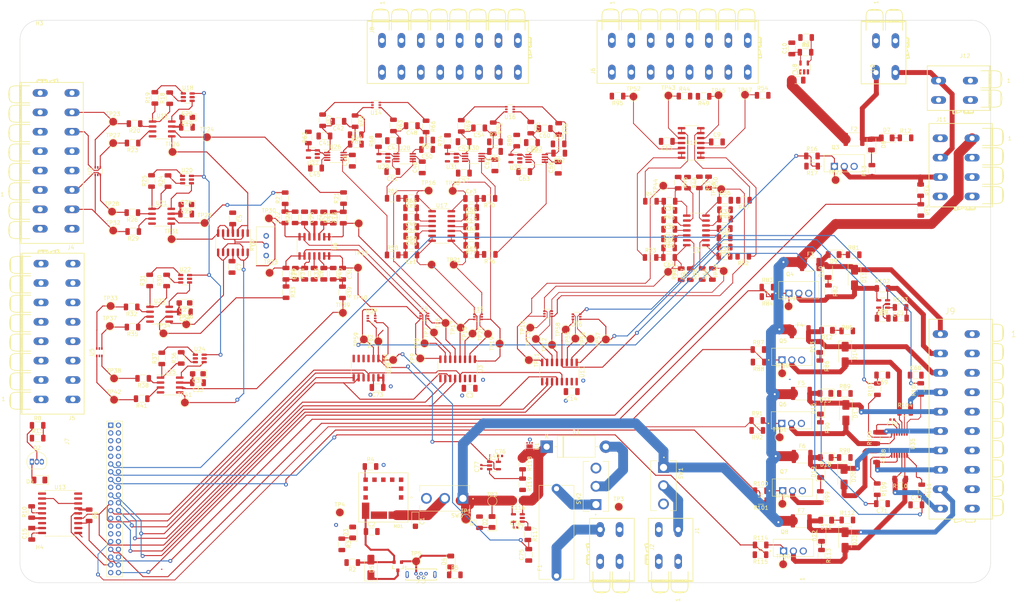
<source format=kicad_pcb>
(kicad_pcb (version 20221018) (generator pcbnew)
  (layers (0 "F.Cu" jumper "F.S1") (1 "In1.Cu" power "In1.GND") (2 "In2.Cu" power "In2.PWR") (31 "B.Cu" signal "B.S2") (34 "B.Paste" user) (35 "F.Paste" user) (36 "B.SilkS" user "B.Silkscreen") (37 "F.SilkS" user "F.Silkscreen") (38 "B.Mask" user) (39 "F.Mask" user) (44 "Edge.Cuts" user))
  (net 0 "")
  (net 1 "+12V")
  (net 2 "GND")
  (net 3 "Net-(MD1-VIN)")
  (net 4 "+5V")
  (net 5 "Net-(J6-Pin_1)")
  (net 6 "/Load Cells/LC_Amplification/OUT")
  (net 7 "/Load Cells/LC_Amplification1/OUT")
  (net 8 "/Load Cells/LC_Amplification2/OUT")
  (net 9 "/Load Cells/LC_Amplification3/OUT")
  (net 10 "/Pressure Transducers/pt_circuitry1/OUT")
  (net 11 "/Pressure Transducers/pt_circuitry2/OUT")
  (net 12 "Net-(C18-Pad2)")
  (net 13 "/Pressure Transducers/pt_circuitry3/OUT")
  (net 14 "/Pressure Transducers/pt_circuitry/OUT")
  (net 15 "Net-(Ce1-Pad2)")
  (net 16 "Net-(Ce2-Pad2)")
  (net 17 "Net-(Ce3-Pad2)")
  (net 18 "Net-(Ce4-Pad2)")
  (net 19 "/Regulators/battery_monitoring/Battery+")
  (net 20 "Net-(D1-A)")
  (net 21 "Net-(D2-K)")
  (net 22 "/Load Cells/LC_Amplification/IN1")
  (net 23 "/Load Cells/LC_Amplification/IN2")
  (net 24 "/Load Cells/LC_Amplification1/IN1")
  (net 25 "/Load Cells/LC_Amplification1/IN2")
  (net 26 "/Load Cells/LC_Amplification2/IN1")
  (net 27 "/Load Cells/LC_Amplification2/IN2")
  (net 28 "/Load Cells/LC_Amplification3/IN1")
  (net 29 "/thermocouples/thermocouple_amp/IN_1")
  (net 30 "/thermocouples/thermocouple_amp/IN_2")
  (net 31 "/thermocouples/thermocouple_amp1/IN_1")
  (net 32 "/thermocouples/thermocouple_amp1/IN_2")
  (net 33 "/thermocouples/thermocouple_amp2/IN_1")
  (net 34 "/thermocouples/thermocouple_amp2/IN_2")
  (net 35 "/thermocouples/thermocouple_amp3/IN_1")
  (net 36 "/thermocouples/thermocouple_amp3/IN_2")
  (net 37 "/Drivers/MOS1")
  (net 38 "/Drivers/MOS2")
  (net 39 "/Drivers/MOS3")
  (net 40 "/Drivers/MOS4")
  (net 41 "/Drivers/MOS5")
  (net 42 "Net-(J2-Pin_2)")
  (net 43 "Net-(SW2-A)")
  (net 48 "Net-(J7-Pin_3)")
  (net 52 "unconnected-(J7-Pin_10-Pad10)")
  (net 53 "/Drivers/IGN_CTL")
  (net 55 "/Drivers/DRV5_CTL")
  (net 56 "/Drivers/DRV4_CTL")
  (net 57 "/Load Cells/LC_SELECTOR")
  (net 60 "/SPI.MOSI")
  (net 62 "/SPI.MISO")
  (net 63 "/Load Cells/LC_CS")
  (net 64 "/SPI.CLK")
  (net 65 "/Raspberry Pi/ADC2_CS")
  (net 66 "/Pressure Transducers/CS")
  (net 69 "/Drivers/DRV3_CTL")
  (net 70 "/Raspberry Pi/RTC_CS")
  (net 71 "/Drivers/DRV2_CTL")
  (net 72 "/Drivers/DRV1_CTL")
  (net 73 "/Raspberry Pi/RTC_IRQ")
  (net 76 "/Drivers/IGN_CONT")
  (net 82 "Net-(MD1-TRIM)")
  (net 85 "Net-(Q2-B)")
  (net 86 "/Pressure Transducers/pt_circuitry1/IN")
  (net 87 "/Pressure Transducers/pt_circuitry2/IN")
  (net 88 "/Pressure Transducers/pt_circuitry3/IN")
  (net 89 "/Pressure Transducers/pt_circuitry/IN")
  (net 90 "/Drivers/DRV1_NEG")
  (net 91 "/Drivers/DRV2_NEG")
  (net 92 "/Drivers/DRV3_NEG")
  (net 93 "/Drivers/DRV4_NEG")
  (net 94 "/Drivers/DRV5_NEG")
  (net 95 "Net-(J1-Pin_1)")
  (net 96 "Net-(D3-K)")
  (net 97 "Net-(D4-K)")
  (net 98 "Net-(D6-A)")
  (net 99 "Net-(C22-Pad2)")
  (net 100 "Net-(R18-Pad2)")
  (net 101 "Net-(R19-Pad2)")
  (net 102 "Net-(R24-Pad2)")
  (net 103 "Net-(R25-Pad2)")
  (net 104 "Net-(R30-Pad2)")
  (net 105 "Net-(R31-Pad2)")
  (net 106 "Net-(R36-Pad2)")
  (net 107 "Net-(R37-Pad2)")
  (net 108 "Net-(D7-K)")
  (net 109 "Net-(D8-K)")
  (net 110 "Net-(C26-Pad2)")
  (net 111 "Net-(C30-Pad2)")
  (net 112 "Net-(C34-Pad2)")
  (net 113 "Net-(C36-Pad2)")
  (net 114 "Net-(C38-Pad2)")
  (net 115 "Net-(D18-K)")
  (net 116 "Net-(U32--IN)")
  (net 117 "/Load Cells/IN_AMP_VREF")
  (net 118 "/Drivers/driver_nmos/DRV_POS")
  (net 119 "/Drivers/driver_nmos1/DRV_POS")
  (net 120 "/Drivers/driver_nmos2/DRV_POS")
  (net 121 "/Drivers/driver_nmos3/DRV_POS")
  (net 122 "/Drivers/driver_nmos4/DRV_POS")
  (net 123 "Net-(Q4-G)")
  (net 124 "/Drivers/DRV5_ADC")
  (net 126 "Net-(C64-Pad2)")
  (net 127 "Net-(D21-K)")
  (net 128 "Net-(Q3-G)")
  (net 129 "Net-(Q5-G)")
  (net 130 "Net-(Q6-G)")
  (net 131 "Net-(Q7-G)")
  (net 132 "Net-(Q8-G)")
  (net 133 "Net-(U32-+IN)")
  (net 134 "Net-(R103-Pad1)")
  (net 135 "Net-(R117-Pad1)")
  (net 136 "/Drivers/IGN_POS")
  (net 137 "/Drivers/IGN_NEG")
  (net 138 "Net-(D4-A)")
  (net 139 "/DRV1_ADC")
  (net 140 "/DRV2_ADC")
  (net 141 "/DRV3_ADC")
  (net 142 "/DRV4_ADC")
  (net 143 "/Load Cells/TC_1_ADC")
  (net 144 "/Load Cells/TC_2_ADC")
  (net 145 "/Load Cells/TC_3_ADC")
  (net 146 "/Load Cells/TC_4_ADC")
  (net 147 "Net-(U26--IN)")
  (net 148 "Net-(U26-+IN)")
  (net 149 "Net-(D9-K)")
  (net 150 "Net-(D10-K)")
  (net 151 "Net-(D12-K)")
  (net 152 "Net-(D13-K)")
  (net 153 "Net-(D15-K)")
  (net 154 "Net-(D16-K)")
  (net 155 "Net-(D19-K)")
  (net 156 "Net-(D22-K)")
  (net 157 "Net-(U32-SENSE)")
  (net 158 "Net-(U32-REF)")
  (net 159 "Net-(U26-REF)")
  (net 161 "Net-(U13-VBAT)")
  (net 162 "Net-(U6A-+)")
  (net 163 "Net-(U6B-+)")
  (net 164 "Net-(U6C-+)")
  (net 165 "Net-(U6D-+)")
  (net 166 "Net-(U9C-+)")
  (net 167 "Net-(U9B-+)")
  (net 168 "Net-(U9A-+)")
  (net 169 "Net-(U17B-+)")
  (net 170 "Net-(U28--IN)")
  (net 171 "Net-(U28-+IN)")
  (net 172 "Net-(U17A-+)")
  (net 173 "Net-(U30--IN)")
  (net 174 "Net-(U30-+IN)")
  (net 175 "Net-(U17D-+)")
  (net 176 "Net-(U17C-+)")
  (net 177 "Net-(U9D-+)")
  (net 178 "Net-(U38-CH0)")
  (net 179 "Net-(U8-FB)")
  (net 180 "Net-(U13-RST)")
  (net 181 "Net-(U19-Rg)")
  (net 182 "Net-(U19--IN)")
  (net 183 "Net-(U19-OUT)")
  (net 184 "Net-(U19-+IN)")
  (net 185 "Net-(U21-Rg)")
  (net 186 "Net-(U21--IN)")
  (net 187 "Net-(U21-OUT)")
  (net 188 "Net-(U21-+IN)")
  (net 189 "Net-(U23-Rg)")
  (net 190 "Net-(U23--IN)")
  (net 191 "Net-(U23-OUT)")
  (net 192 "Net-(U23-+IN)")
  (net 193 "Net-(U25-Rg)")
  (net 194 "Net-(U25--IN)")
  (net 195 "Net-(U25-OUT)")
  (net 196 "Net-(U25-+IN)")
  (net 197 "Net-(U10C--)")
  (net 198 "Net-(U9C--)")
  (net 199 "Net-(U10B--)")
  (net 200 "Net-(U9B--)")
  (net 201 "Net-(U10A--)")
  (net 202 "Net-(U9A--)")
  (net 203 "Net-(U26-SENSE)")
  (net 204 "Net-(U28-SENSE)")
  (net 205 "Net-(U28-REF)")
  (net 206 "Net-(U30-SENSE)")
  (net 207 "Net-(U30-REF)")
  (net 208 "Net-(U10D--)")
  (net 209 "Net-(U9D--)")
  (net 210 "Net-(U35A-OUT1)")
  (net 211 "Net-(U35B-OUT2)")
  (net 212 "Net-(U35C-OUT3)")
  (net 213 "Net-(U35D-OUT4)")
  (net 214 "Net-(U40-+)")
  (net 215 "Net-(U19-REF)")
  (net 216 "Net-(U21-REF)")
  (net 217 "Net-(U23-REF)")
  (net 218 "Net-(U25-REF)")
  (net 219 "Net-(U38-CH1)")
  (net 222 "Net-(U19-+RG)")
  (net 223 "Net-(U21-+RG)")
  (net 224 "Net-(U23-+RG)")
  (net 225 "Net-(U25-+RG)")
  (net 233 "/Load Cells/LC_Amplification3/IN2")
  (footprint "MountingHole:MountingHole_3.2mm_M3" (layer "F.Cu") (at 275.8864 181.3852)
    (fp_text reference "H1")
    (fp_text value "MountingHole")
  )
  (footprint "Resistor_SMD:R_1206_3216Metric" (layer "F.Cu") (at 59.8775 120.4938 180)
    (fp_text reference "R35")
    (fp_text value "1k")
  )
  (footprint "Resistor_SMD:R_1206_3216Metric" (layer "F.Cu") (at 69.0118 82.8548 90)
    (fp_text reference "R24")
    (fp_text value "330")
  )
  (footprint "Capacitor_SMD:C_1206_3216Metric" (layer "F.Cu") (at 149.1545 69.1733 180)
    (fp_text reference "C54")
    (fp_text value "0.1u")
  )
  (footprint "TestPoint:TestPoint_Pad_D2.0mm" (layer "F.Cu") (at 151.4419 122.2502 90)
    (fp_text reference "TP20")
    (fp_text value "TestPoint")
  )
  (footprint "Resistor_SMD:R_1206_3216Metric" (layer "F.Cu") (at 198.1663 90.424)
    (fp_text reference "R43")
    (fp_text value "1k")
  )
  (footprint "Package_TO_SOT_SMD:SOT-23-6" (layer "F.Cu") (at 73.4314 108.0516)
    (fp_text reference "U22")
    (fp_text value "TS5A3159ADBVR")
  )
  (footprint "Resistor_SMD:R_1206_3216Metric" (layer "F.Cu") (at 126.8883 87.304)
    (fp_text reference "R64")
    (fp_text value "1k")
  )
  (footprint "TestPoint:TestPoint_Pad_D2.0mm" (layer "F.Cu") (at 177.8579 123.5456 90)
    (fp_text reference "TP56")
    (fp_text value "TestPoint")
  )
  (footprint "Package_TO_SOT_SMD:SOT-23-5" (layer "F.Cu") (at 106.3301 75.8896 180)
    (fp_text reference "U27")
    (fp_text value "~")
  )
  (footprint "Connector_PinHeader_2.00mm:PinHeader_2x20_P2.00mm_Vertical" (layer "F.Cu") (at 54.2544 145.7924)
    (fp_text reference "J7")
    (fp_text value "Raspberry_pi")
  )
  (footprint "Resistor_SMD:R_1206_3216Metric" (layer "F.Cu") (at 141.0054 72.5209 90)
    (fp_text reference "R74")
    (fp_text value "1k")
  )
  (footprint "TestPoint:TestPoint_Pad_D2.0mm" (layer "F.Cu") (at 95.178 106.5136)
    (fp_text reference "TP35")
    (fp_text value "TestPoint")
  )
  (footprint "Resistor_SMD:R_1206_3216Metric" (layer "F.Cu") (at 220.8065 147.1422 180)
    (fp_text reference "R92")
    (fp_text value "10k")
  )
  (footprint "Resistor_SMD:R_1206_3216Metric" (layer "F.Cu") (at 202.8292 83.2612 -90)
    (fp_text reference "R46")
    (fp_text value "6.7k")
  )
  (footprint "TestPoint:TestPoint_Pad_D2.0mm" (layer "F.Cu") (at 145.761383 169.9362)
    (fp_text reference "TP1")
    (fp_text value "TestPoint")
  )
  (footprint "Resistor_SMD:R_1206_3216Metric" (layer "F.Cu") (at 111.5864 92.2896 90)
    (fp_text reference "R22")
    (fp_text value "1k")
  )
  (footprint "TestPoint:TestPoint_Pad_D2.0mm" (layer "F.Cu") (at 154.4391 124.7648 90)
    (fp_text reference "TP19")
    (fp_text value "TestPoint")
  )
  (footprint "LED_SMD:LED_1206_3216Metric" (layer "F.Cu") (at 240.4628 101.8002 180)
    (fp_text reference "D9")
    (fp_text value "LED")
  )
  (footprint "Package_SO:SOIC-8_3.9x4.9mm_P1.27mm" (layer "F.Cu") (at 69.5594 135.4328)
    (fp_text reference "U25")
    (fp_text value "AD8223")
  )
  (footprint "Package_TO_SOT_SMD:SOT-23-6" (layer "F.Cu") (at 77.1906 128.5748)
    (fp_text reference "U24")
    (fp_text value "TS5A3159ADBVR")
  )
  (footprint "Resistor_SMD:R_1206_3216Metric" (layer "F.Cu") (at 221.63 179.1744 180)
    (fp_text reference "R115")
    (fp_text value "10k")
  )
  (footprint "Package_SO:MSOP-8_3x3mm_P0.65mm" (layer "F.Cu") (at 112.122 76.4836)
    (fp_text reference "U26")
    (fp_text value "AD8495")
  )
  (footprint "Package_SO:SO-14_3.9x8.65mm_P1.27mm" (layer "F.Cu") (at 205.104 95.5802 180)
    (fp_text reference "U9")
    (fp_text value "TLV9304xD")
  )
  (footprint "Package_TO_SOT_SMD:SOT-363_SC-70-6" (layer "F.Cu") (at 122.621 63.2564 180)
    (fp_text reference "U14")
    (fp_text value "NUP4202")
  )
  (footprint "Capacitor_SMD:C_1206_3216Metric" (layer "F.Cu") (at 106.6588 92.2388 -90)
    (fp_text reference "C4")
    (fp_text value "0.1u")
  )
  (footprint "TestPoint:TestPoint_Pad_D2.0mm" (layer "F.Cu") (at 228.858 115.139)
    (fp_text reference "TP49")
    (fp_text value "TestPoint")
  )
  (footprint "Resistor_SMD:R_1206_3216Metric" (layer "F.Cu") (at 135.7694 72.2926)
    (fp_text reference "R67")
    (fp_text value "1M")
  )
  (footprint "Package_SO:SO-14_3.9x8.65mm_P1.27mm" (layer "F.Cu") (at 85.7392 98.7524 -90)
    (fp_text reference "U7")
    (fp_text value "TLV9304xD")
  )
  (footprint "Package_SO:SOIC-16_3.9x9.9mm_P1.27mm" (layer "F.Cu") (at 169.8386 132.0841 -90)
    (fp_text reference "U11")
    (fp_text value "MCP3208")
  )
  (footprint "terminal blocks:P-2604-1108" (layer "F.Cu") (at 181.0448 46.5878 90)
    (fp_text reference "J6")
    (fp_text value "Screw_Terminal_01x08")
  )
  (footprint "Diode_SMD:D_SMA" (layer "F.Cu") (at 243.1542 159.0802 -90)
    (fp_text reference "D20")
    (fp_text value "D_Schottky")
  )
  (footprint "TestPoint:TestPoint_Pad_D2.0mm" (layer "F.Cu") (at 212.151 106.045 90)
    (fp_text reference "TP48")
    (fp_text value "TestPoint")
  )
  (footprint "Resistor_SMD:R_1206_3216Metric" (layer "F.Cu") (at 223.397 110.2114)
    (fp_text reference "R83")
    (fp_text value "1k")
  )
  (footprint "Resistor_SMD:R_1206_3216Metric" (layer "F.Cu") (at 111.561 106.7315 -90)
    (fp_text reference "R40")
    (fp_text value "1k")
  )
  (footprint "Resistor_SMD:R_1206_3216Metric" (layer "F.Cu") (at 202.0418 60.96)
    (fp_text reference "R44")
    (fp_text value "30")
  )
  (footprint "Resistor_SMD:R_1206_3216Metric" (layer "F.Cu") (at 262.8943 136.4488 90)
    (fp_text reference "R105")
    (fp_text value "1k")
  )
  (footprint "TestPoint:TestPoint_Pad_D2.0mm" (layer "F.Cu") (at 167.9265 125.0696 90)
    (fp_text reference "TP12")
    (fp_text value "TestPoint")
  )
  (footprint "Capacitor_SMD:C_1206_3216Metric" (layer "F.Cu") (at 116.4908 77.6012 90)
    (fp_text reference "C40")
    (fp_text value "0.1u")
  )
  (footprint "TestPoint:TestPoint_Pad_D2.0mm" (layer "F.Cu") (at 227.2581 166.0652)
    (fp_text reference "TP54")
    (fp_text value "TestPoint")
  )
  (footprint "MountingHole:MountingHole_3.2mm_M3" (layer "F.Cu") (at 275.8864 46.3852)
    (fp_text reference "H2")
    (fp_text value "MountingHole")
  )
  (footprint "Capacitor_SMD:C_1206_3216Metric" (layer "F.Cu") (at 210.3984 72.771)
    (fp_text reference "C9")
    (fp_text value "100n")
  )
  (footprint "Resistor_SMD:R_1206_3216Metric" (layer "F.Cu") (at 147.1232 99.4198 180)
    (fp_text reference "R77")
    (fp_text value "1k")
  )
  (footprint "Capacitor_SMD:C_1206_3216Metric" (layer "F.Cu") (at 146.7104 136.2781 180)
    (fp_text reference "C3")
    (fp_text value "0.1u")
  )
  (footprint "Package_SO:SOIC-8_3.9x4.9mm_P1.27mm" (layer "F.Cu") (at 66.8583 117.1804)
    (fp_text reference "U23")
    (fp_text value "AD8223")
  )
  (footprint "Package_SO:MSOP-8_3x3mm_P0.65mm" (layer "F.Cu") (at 129.9564 76.8138)
    (fp_text reference "U28")
    (fp_text value "AD8495")
  )
  (footprint "Resistor_SMD:R_1206_3216Metric" (layer "F.Cu") (at 205.8772 83.1957 -90)
    (fp_text reference "R51")
    (fp_text value "6.7k")
  )
  (footprint "Capacitor_SMD:C_1206_3216Metric" (layer "F.Cu") (at 109.1226 92.2642 -90)
    (fp_text reference "C21")
    (fp_text value "0.075u")
  )
  (footprint "Package_TO_SOT_SMD:SOT-363_SC-70-6" (layer "F.Cu") (at 135.0335 117.6528)
    (fp_text reference "U4")
    (fp_text value "NUP4202")
  )
  (footprint "Fuse:Fuse_1812_4532Metric" (layer "F.Cu") (at 245.7101 72.1136)
    (fp_text reference "F2")
    (fp_text value "Fuse")
  )
  (footprint "Package_TO_SOT_SMD:SOT-363_SC-70-6" (layer "F.Cu") (at 174.2511 117.8306 180)
    (fp_text reference "U36")
    (fp_text value "NUP4202")
  )
  (footprint "Resistor_SMD:R_1206_3216Metric" (layer "F.Cu") (at 206.6138 106.8217 90)
    (fp_text reference "R56")
    (fp_text value "6.7k")
  )
  (footprint "TestPoint:TestPoint_Pad_D2.0mm" (layer "F.Cu") (at 226.5723 148.9202)
    (fp_text reference "TP51")
    (fp_text value "TestPoint")
  )
  (footprint "Resistor_SMD:R_1206_3216Metric" (layer "F.Cu") (at 159.131 165.227 180)
    (fp_text reference "R116")
    (fp_text value "10m")
  )
  (footprint "Diode_THT:D_DO-201AD_P15.24mm_Horizontal" (layer "F.Cu") (at 166.5448 151.3322)
    (fp_text reference "D1")
    (fp_text value "1N5822RLG")
  )
  (footprint "Resistor_SMD:R_1206_3216Metric" (layer "F.Cu") (at 142.8882 184.3708)
    (fp_text reference "R5")
    (fp_text value "250")
  )
  (footprint "Resistor_SMD:R_1206_3216Metric" (layer "F.Cu") (at 206.9694 61.0108 180)
    (fp_text reference "R49")
    (fp_text value "30")
  )
  (footprint "Capacitor_Tantalum_SMD:CP_EIA-3216-18_Kemet-A" (layer "F.Cu") (at 73.9394 66.421 180)
    (fp_text reference "C19")
    (fp_text value "10u")
  )
  (footprint "LED_SMD:LED_1206_3216Metric" (layer "F.Cu") (at 239.0434 106.296 90)
    (fp_text reference "D10")
    (fp_text value "LED")
  )
  (footprint "Capacitor_SMD:C_1206_3216Metric" (layer "F.Cu") (at 253.0896 118.2086)
    (fp_text reference "C66")
    (fp_text value "0.1u")
  )
  (footprint "Resistor_SMD:R_1206_3216Metric" (layer "F.Cu") (at 101.8328 106.7422 -90)
    (fp_text reference "R34")
    (fp_text value "1k")
  )
  (footprint "Resistor_SMD:R_1206_3216Metric" (layer "F.Cu") (at 152.7867 69.2388 -90)
    (fp_text reference "R72")
    (fp_text value "100")
  )
  (footprint "TestPoint:TestPoint_Pad_D2.0mm" (layer "F.Cu") (at 240.9698 82.5889)
    (fp_text reference "TP22")
    (fp_text value "TestPoint")
  )
  (footprint "Resistor_SMD:R_1206_3216Metric" (layer "F.Cu") (at 114.228 87.2457 90)
    (fp_text reference "R21")
    (fp_text value "1k")
  )
  (footprint "Capacitor_SMD:C_1206_3216Metric" (layer "F.Cu") (at 126.7778 80.3952 180)
    (fp_text reference "C51")
    (fp_text value "0.1u")
  )
  (footprint "Capacitor_SMD:C_1206_3216Metric" (layer "F.Cu") (at 131.6292 92.1808 180)
    (fp_text reference "C49")
    (fp_text value "0.075u")
  )
  (footprint "Package_TO_SOT_SMD:SOT-23-5" (layer "F.Cu") (at 159.128683 169.7034 180)
    (fp_text reference "U37")
    (fp_text value "INA180A2")
  )
  (footprint "500SSP1S2M2QEA:SW_500SSP1S2M2QEA" (layer "F.Cu") (at 179.2448 161.5494 90)
    (fp_text reference "SW2")
    (fp_text value "SW_SPST")
  )
  (footprint "TestPoint:TestPoint_Pad_D2.0mm" (layer "F.Cu") (at 123.1971 124.1806 90)
    (fp_text reference "TP62")
    (fp_text value "TestPoint")
  )
  (footprint "Capacitor_SMD:C_1206_3216Metric" (layer "F.Cu") (at 131.6523 94.629)
    (fp_text reference "C16")
    (fp_text value "0.1u")
  )
  (footprint "OKL-T6-W12N:MURATA_OKL-T-6-W12N-C_0" (layer "F.Cu") (at 124.485 164.4188 180)
    (fp_text reference "MD1")
    (fp_text value "OKL-T_6-W12N-C")
  )
  (footprint "Diode_SMD:D_SMA" (layer "F.Cu") (at 121.2728 182.448 90)
    (fp_text reference "D5")
    (fp_text value "D_Schottky")
  )
  (footprint "Package_TO_SOT_SMD:SOT-363_SC-70-6" (layer "F.Cu") (at 50.927 80.2894 90)
    (fp_text reference "U2")
    (fp_text value "NUP4202")
  )
  (footprint "terminal blocks:P-2604-1108" (layer "F.Cu") (at 121.8336 46.6132 90)
    (fp_text reference "J8")
    (fp_text value "Screw_Terminal_01x08")
  )
  (footprint "TestPoint:TestPoint_Pad_D2.0mm" (layer "F.Cu") (at 54.2387 115.0582)
    (fp_text reference "TP33")
    (fp_text value "TestPoint")
  )
  (footprint "Resistor_SMD:R_1206_3216Metric" (layer "F.Cu") (at 201.2036 106.8725 90)
    (fp_text reference "R96")
    (fp_text value "47k")
  )
  (footprint "Resistor_SMD:R_1206_3216Metric" (layer "F.Cu") (at 236.9028 130.5814 -90)
    (fp_text reference "R86")
    (fp_text value "1k")
  )
  (footprint "Capacitor_SMD:C_1206_3216Metric" (layer "F.Cu") (at 212.3524 102.235)
    (fp_text reference "C38")
    (fp_text value "0.15u")
  )
  (footprint "Resistor_SMD:R_1206_3216Metric" (layer "F.Cu") (at 251.6929 162.2806 -90)
    (fp_text reference "R109")
    (fp_text value "1k")
  )
  (footprint "Resistor_SMD:R_1206_3216Metric" (layer "F.Cu") (at 237.3419 179.423 -90)
    (fp_text reference "R113")
    (fp_text value "1k")
  )
  (footprint "TestPoint:TestPoint_Pad_D2.0mm" (layer "F.Cu") (at 210.8302 60.709)
    (fp_text reference "TP45")
    (fp_text value "TestPoint")
  )
  (footprint "Resistor_SMD:R_1206_3216Metric" (layer "F.Cu") (at 153.2192 72.7498)
    (fp_text reference "R73")
    (fp_text value "1M")
  )
  (footprint "Fuse:Fuse_1812_4532Metric" (layer "F.Cu") (at 231.8482 121.6942)
    (fp_text reference "F4")
    (fp_text value "Fuse")
  )
  (footprint "Package_SO:SOIC-16_3.9x9.9mm_P1.27mm" (layer "F.Cu") (at 143.6116 131.2601 -90)
    (fp_text reference "U3")
    (fp_text value "MCP3208")
  )
  (footprint "Capacitor_SMD:C_1206_3216Metric" (layer "F.Cu") (at 117.4052 73.334 180)
    (fp_text reference "C44")
    (fp_text value "0.01u")
  )
  (footprint "TestPoint:TestPoint_Pad_D2.0mm" (layer "F.Cu") (at 181.7949 123.698 90)
    (fp_text reference "TP57")
    (fp_text value "TestPoint")
  )
  (footprint "Potentiometer_THT:Potentiometer_Bourns_3296W_Vertical" (layer "F.Cu") (at 94.3144 96.9886 90)
    (fp_text reference "RV1")
    (fp_text value "30k")
  )
  (footprint "Resistor_SMD:R_1206_3216Metric" (layer "F.Cu") (at 161.698683 173.9119 -90)
    (fp_text reference "R117")
    (fp_text value "1k")
  )
  (footprint "Resistor_SMD:R_1206_3216Metric" (layer "F.Cu") (at 101.7566 92.2134 90)
    (fp_text reference "R28")
    (fp_text value "1k")
  )
  (footprint "terminal blocks:P-2604-1104" (layer "F.Cu") (at 276.1248 69.522607)
    (fp_text reference "J11")
    (fp_text value "Screw_Terminal_01x04")
  )
  (footprint "TestPoint:TestPoint_Pad_D2.0mm" (layer "F.Cu") (at 73.7108 119.7864)
    (fp_text reference "TP36")
    (fp_text value "TestPoint")
  )
  (footprint "AO3401A:SOT23-3" (layer "F.Cu") (at 128.21 182.0934 90)
    (fp_text reference "Q1")
    (fp_text value "AO3401A")
  )
  (footprint "TestPoint:TestPoint_Pad_D2.0mm" (layer "F.Cu") (at 135.0843 124.6886 90)
    (fp_text reference "TP8")
    (fp_text value "TestPoint")
  )
  (footprint "Resistor_SMD:R_1206_3216Metric" (layer "F.Cu") (at 258.9784 71.7177)
    (fp_text reference "R12")
    (fp_text value "1k")
  )
  (footprint "TestPoint:TestPoint_Pad_D2.0mm" (layer "F.Cu") (at 142.348 85.399)
    (fp_text reference "TP18")
    (fp_text value "TestPoint")
  )
  (footprint "Package_TO_SOT_SMD:SOT-23-6" (layer "F.Cu") (at 73.914 82.4738)
    (fp_text reference "U20")
    (fp_text value "TS5A3159ADBVR")
  )
  (footprint "TestPoint:TestPoint_Pad_D2.0mm" (layer "F.Cu") (at 114.0714 116.8146)
    (fp_text reference "TP39")
    (fp_text value "TestPoint")
  )
  (footprint "Capacitor_SMD:C_1206_3216Metric" (layer "F.Cu") (at 162.7603 72.9386 180)
    (fp_text reference "C59")
    (fp_text value "0.01u")
  )
  (footprint "TestPoint:TestPoint_Pad_D2.0mm" (layer "F.Cu") (at 197.9016 60.8076)
    (fp_text reference "TP43")
    (fp_text value "TestPoint")
  )
  (footprint "Capacitor_SMD:C_0402_1005Metric" (layer "F.Cu") (at 255.5494 144.3482 180)
    (fp_text reference "C70")
    (fp_text value "0.1u")
  )
  (footprint "Package_TO_SOT_SMD:SOT-363_SC-70-6" (layer "F.Cu") (at 51.3334 126.9746 90)
    (fp_text reference "U5")
    (fp_text value "NUP4202")
  )
  (footprint "IRF3708:TO254P1041X444X1930-3" (layer "F.Cu") (at 243.205 78.2602)
    (fp_text reference "Q3")
    (fp_text value "IRF3708")
  )
  (footprint "Resistor_SMD:R_1206_3216Metric" (layer "F.Cu") (at 257.6068 159.6898 180)
    (fp_text reference "R110")
    (fp_text value "10m")
  )
  (footprint "Resistor_SMD:R_1206_3216Metric" (layer "F.Cu") (at 64.2874 108.4834 90)
    (fp_text reference "R31")
    (fp_text value "6.7k")
  )
  (footprint "Fuse:Fuse_1812_4532Metric" (layer "F.Cu") (at 234.4714 104.3656)
    (fp_text reference "F3")
    (fp_text value "Fuse")
  )
  (footprint "Resistor_SMD:R_1206_3216Metric" (layer "F.Cu") (at 68.6562 108.4834 90)
    (fp_text reference "R30")
    (fp_text value "330")
  )
  (footprint "Fuse:Fuse_1812_4532Metric" (layer "F.Cu") (at 232.156 137.5918)
    (fp_text reference "F5")
    (fp_text value "Fuse")
  )
  (footprint "Capacitor_SMD:C_1206_3216Metric" (layer "F.Cu") (at 153.2192 78.795 90)
    (fp_text reference "C52")
    (fp_text value "0.1u")
  )
  (footprint "Package_SO:TSSOP-14_4.4x5mm_P0.65mm" (layer "F.Cu") (at 257.3825 150.622 -90)
    (fp_text reference "U35")
    (fp_text value "~")
  )
  (footprint "Capacitor_SMD:C_1206_3216Metric" (layer "F.Cu") (at 104.2204 106.7422 90)
    (fp_text reference "C29")
    (fp_text value "0.075u")
  )
  (footprint "Resistor_SMD:R_1206_3216Metric" (layer "F.Cu") (at 117.3544 70.921)
    (fp_text reference "R61")
    (fp_text value "1M")
  )
  (footprint "Resistor_SMD:R_1206_3216Metric" (layer "F.Cu") (at 212.405 99.8728 180)
    (fp_text reference "R53")
    (fp_text value "1k")
  )
  (footprint "Resistor_SMD:R_1206_3216Metric" (layer "F.Cu") (at 123.2254 72.5573 90)
    (fp_text reference "R68")
    (fp_text value "1k")
  )
  (footprint "Resistor_SMD:R_1206_3216Metric" (layer "F.Cu") (at 67.4116 128.5748 90)
    (fp_text reference "R37")
    (fp_text value "6.7k")
  )
  (footprint "Resistor_SMD:R_1206_3216Metric" (layer "F.Cu") (at 65.6336 61.4172 90)
    (fp_text reference "R19")
    (fp_text value "6.7k")
  )
  (footprint "Package_TO_SOT_SMD:SOT-23-5" (layer "F.Cu") (at 158.4919 77.033 180)
    (fp_text reference "U33")
    (fp_text value "~")
  )
  (footprint "Resistor_SMD:R_1206_3216Metric" (layer "F.Cu") (at 217.358 87.8078 180)
    (fp_text reference "R47")
    (fp_text value "1k")
  )
  (footprint "Package_SON:WSON-6-1EP_2x2mm_P0.65mm_EP1x1.6mm" (layer "F.Cu") (at 162.1428 151.2347 -90)
    (fp_text reference "U1")
    (fp_text value "TVS1400DRV")
  )
  (footprint "Resistor_SMD:R_1206_3216Metric" (layer "F.Cu") (at 48.697199 169.0116 -90)
    (fp_text reference "R9")
    (fp_text value "10k")
  )
  (footprint "Resistor_SMD:R_1206_3216Metric" (layer "F.Cu") (at 220.7811 144.5768)
    (fp_text reference "R91")
    (fp_text value "1k")
  )
  (footprint "Resistor_SMD:R_1206_3216Metric" (layer "F.Cu") (at 127.0862 68.5187 -90)
    (fp_text reference "R63")
    (fp_text value "100")
  )
  (footprint "Package_TO_SOT_SMD:SOT-363_SC-70-6" (layer "F.Cu") (at 148.8765 117.856)
    (fp_text reference "U15")
    (fp_text value "NUP4202")
  )
  (footprint "Capacitor_Tantalum_SMD:CP_EIA-3216-18_Kemet-A" (layer "F.Cu") (at 76.708 132.5372 180)
    (fp_text reference "C31")
    (fp_text value "10u")
  )
  (footprint "TestPoint:TestPoint_Pad_D2.0mm" (layer "F.Cu") (at 117.9618 105.1928)
    (fp_text reference "TP40")
    (fp_text value "TestPoint")
  )
  (footprint "TestPoint:TestPoint_Pad_D2.0mm" (layer "F.Cu") (at 118.1396 93.7628)
    (fp_text reference "TP25")
    (fp_text value "TestPoint")
  )
  (footprint "Resistor_SMD:R_1206_3216Metric" (layer "F.Cu") (at 59.8319 90.9942 180)
    (fp_text reference "R26")
    (fp_text value "1k")
  )
  (footprint "TestPoint:TestPoint_Pad_D2.0mm" (layer "F.Cu") (at 73.3552 139.954)
    (fp_text reference "TP41")
    (fp_text value "TestPoint")
  )
  (footprint "Capacitor_SMD:C_1206_3216Metric" (layer "F.Cu") (at 212.3796 97.4852)
    (fp_text reference "C39")
    (fp_text value "0.075u")
  )
  (footprint "Resistor_SMD:R_1206_3216Metric" (layer "F.Cu") (at 262.8646 85.1916 -90)
    (fp_text reference "R14")
    (fp_text value "15k")
  )
  (footprint "Capacitor_Tantalum_SMD:CP_EIA-3216-18_Kemet-A" (layer "F.Cu") (at 73.2536 114.2746 180)
    (fp_text reference "C27")
    (fp_text value "10u")
  )
  (footprint "Resistor_SMD:R_1206_3216Metric" (layer "F.Cu") (at 60.3974 68.0618 180)
    (fp_text reference "R20")
    (fp_text value "1k")
  )
  (footprint "terminal blocks:P-2604-1102" (layer "F.Cu") (at 275.6916 54.6608)
    (fp_text reference "J12")
    (fp_text value "Buzzer")
  )
  (footprint "Package_TO_SOT_SMD:SOT-23-5" (layer "F.Cu") (at 124.4899 76.8397 180)
    (fp_text reference "U29")
    (fp_text value "~")
  )
  (footprint "Capacitor_SMD:C_1206_3216Metric" (layer "F.Cu") (at 212.408 95.0976 180)
    (fp_text reference "C8")
    (fp_text value "100n")
  )
  (footprint "terminal blocks:P-2604-1102" (layer "F.Cu") (at 202.7272 180.9034 -90)
    (fp_text reference "J1")
    (fp_text value "CON_FAN1")
  )
  (footprint "Capacitor_SMD:C_1206_3216Metric" (layer "F.Cu") (at 33.914399 173.7868 90)
    (fp_text reference "C15")
    (fp_text value "1u")
  )
  (footprint "LED_SMD:LED_1206_3216Metric" (layer "F.Cu") (at 238.5327 170.2844 180)
    (fp_text reference "D21")
    (fp_text value "LED")
  )
  (footprint "Resistor_SMD:R_1206_3216Metric" (layer "F.Cu") (at 212.4812 90.2462 180)
    (fp_text reference "R48")
    (fp_text value "1k")
  )
  (footprint "TestPoint:TestPoint_Pad_D2.0mm" (layer "F.Cu") (at 211.516 84.9376 90)
    (fp_text reference "TP46")
    (fp_text value "TestPoint")
  )
  (footprint "Resistor_SMD:R_1206_3216Metric" (layer "F.Cu") (at 237.0427 146.5034 -90)
    (fp_text reference "R90")
    (fp_text value "1k")
  )
  (footprint "Capacitor_SMD:C_1206_3216Metric" (layer "F.Cu") (at 106.6588 106.7422 -90)
    (fp_text reference "C6")
    (fp_text value "0.1u")
  )
  (footprint "TestPoint:TestPoint_Pad_D2.0mm" (layer "F.Cu") (at 161.9575 129.0066 -90)
    (fp_text reference "TP11")
    (fp_text value "TestPoint")
  )
  (footprint "TestPoint:TestPoint_Pad_D2.0mm" (layer "F.Cu") (at 78.4394 93.6612)
    (fp_text reference "TP29")
    (fp_text value "TestPoint")
  )
  (footprint "Resistor_SMD:R_1206_3216Metric" (layer "F.Cu") (at 113.7828 176.5054 -90)
    (fp_text reference "R3")
    (fp_text value "250")
  )
  (footprint "terminal blocks:P-2604-1102" (layer "F.Cu") (at 249.071384 46.6838 90)
    (fp_text reference "J10")
    (fp_text value "Keyhole ignition switch")
  )
  (footprint "LED_SMD:LED_1206_3216Metric" (layer "F.Cu") (at 116.5768 173.432 90)
    (fp_text reference "D3")
    (fp_text value "LED")
  )
  (footprint "Resistor_SMD:R_1206_3216Metric" (layer "F.Cu") (at 250.3114 80.2162 -90)
    (fp_text reference "R13")
    (fp_text value "1k")
  )
  (footprint "Capacitor_SMD:C_1206_3216Metric" (layer "F.Cu") (at 198.1061 95.2754 180)
    (fp_text reference "C12")
    (fp_text value "100n")
  )
  (footprint "TestPoint:TestPoint_Pad_D2.0mm" (layer "F.Cu") (at 79.049 71.5378)
    (fp_text reference "TP24")
    (fp_text value "TestPoint")
  )
  (footprint "Capacitor_SMD:C_1206_3216Metric" (layer "F.Cu") (at 104.195 92.2388 -90)
    (fp_text reference "C25")
    (fp_text value "0.075u")
  )
  (footprint "Resistor_SMD:R_1206_3216Metric" (layer "F.Cu") (at 203.5404 106.8471 90)
    (fp_text reference "R97")
    (fp_text value "6.7k")
  )
  (footprint "Resistor_SMD:R_1206_3216Metric" (layer "F.Cu") (at 208.2394 83.1957 -90)
    (fp_text reference "R50")
    (fp_text value "47k")
  )
  (footprint "Diode_SMD:D_SMA" (layer "F.Cu") (at 243.6114 142.5702 -90)
    (fp_text reference "D17")
    (fp_text value "D_Schottky")
  )
  (footprint "Resistor_SMD:R_1206_3216Metric" (layer "F.Cu") (at 198.0794 100.1014)
    (fp_text reference "R94")
    (fp_text value "1k")
  )
  (footprint "Package_TO_SOT_SMD:SOT-363_SC-70-6" (layer "F.Cu") (at 121.4371 118.2472)
    (fp_text reference "U39")
    (fp_text value "NUP4202")
  )
  (footprint "Resistor_SMD:R_1206_3216Metric" (layer "F.Cu") (at 245.622 101.851)
    (fp_text reference "R81")
    (fp_text value "1k")
  )
  (footprint "Package_SO:SOIC-8_3.9x4.9mm_P1.27mm" (layer "F.Cu") (at 67.375 91.9226)
    (fp_text reference "U21")
    (fp_text value "AD8223")
  )
  (footprint "TestPoint:TestPoint_Pad_D2.0mm" (layer "F.Cu") (at 133.9921 128.5748 90)
    (fp_text reference "TP9")
    (fp_text value "TestPoint")
  )
  (footprint "IRF3708:TO254P1041X444X1930-3" (layer "F.Cu") (at 231.4996 110.9762)
    (fp_text reference "Q4")
    (fp_text value "IRF3708")
  )
  (footprint "Capacitor_SMD:C_1206_3216Metric" (layer "F.Cu") (at 122.9939 136.0678 180)
    (fp_text reference "C73")
    (fp_text value "0.1u")
  )
  (footprint "TestPoint:TestPoint_Pad_D2.0mm" (layer "F.Cu") (at 132.9344 180.8742)
    (fp_text reference "TP5")
    (fp_text value "TestPoint")
  )
  (footprint "Capacitor_SMD:C_1206_3216Metric" (layer "F.Cu") (at 114.1518 92.2642 90)
    (fp_text reference "C18")
    (fp_text value "0.15u")
  )
  (footprint "Package_TO_SOT_SMD:SOT-23-5" (layer "F.Cu") (at 152.973383 156.1849)
    (fp_text reference "U40")
    (fp_text value "TLV9301xDBV")
  )
  (footprint "Capacitor_SMD:C_1206_3216Metric" (layer "F.Cu") (at 198.0794 97.7138 180)
    (fp_text reference "C65")
    (fp_text value "0.075u")
  )
  (footprint "LED_SMD:LED_1206_3216Metric" (layer "F.Cu") (at 238.757 121.3358 180)
    (fp_text reference "D12")
    (fp_text value "LED")
  )
  (footprint "LED_SMD:LED_1206_3216Metric" (layer "F.Cu") (at 237.3419 174.323 90)
    (fp_text reference "D22")
    (fp_text value "LED")
  )
  (footprint "Resistor_SMD:R_1206_3216Metric" (layer "F.Cu") (at 162.4555 69.0778 -90)
    (fp_text reference "R75")
    (fp_text value "100")
  )
  (footprint "Capacitor_SMD:C_1206_3216Metric" (layer "F.Cu") (at 85.6784 92.4928 -90)
    (fp_text reference "C5")
    (fp_text value "0.1u")
  )
  (footprint "Capacitor_SMD:C_1206_3216Metric" (layer "F.Cu") (at 73.8928 68.9724 180)
    (fp_text reference "C20")
    (fp_text value "0.1u")
  )
  (footprint "Capacitor_SMD:C_1206_3216Metric" (layer "F.Cu") (at 109.148 106.744 90)
    (fp_text reference "C33")
    (fp_text value "0.075u")
  )
  (footprint "Package_SO:MSOP-8_3x3mm_P0.65mm" (layer "F.Cu") (at 147.6566 76.763)
    (fp_text reference "U30")
    (fp_text value "AD8495")
  )
  (footprint "Capacitor_SMD:C_0402_1005Metric" (layer "F.Cu") (at 154.5736 153.7224)
    (fp_text reference "C76")
    (fp_text value "0.1u")
  )
  (footprint "Package_TO_SOT_SMD:SOT-23-5" (layer "F.Cu") (at 232.8761 53.5686 90)
    (fp_text reference "U8")
    (fp_text value "TPS7A24")
  )
  (footprint "Capacitor_SMD:C_1206_3216Metric" (layer "F.Cu") (at 145.2218 80.8013 180)
    (fp_text reference "C57")
    (fp_text value "0.1u")
  )
  (footprint "TestPoint:TestPoint_Pad_D2.0mm" (layer "F.Cu") (at 152.552417 165.3446)
    (fp_text reference "TP2")
    (fp_text value "TestPoint")
  )
  (footprint "Package_SO:SO-14_3.9x8.65mm_P1.27mm" (layer "F.Cu") (at 139.5144 94.4414)
    (fp_text reference "U17")
    (fp_text value "TLV9304xD")
  )
  (footprint "TestPoint:TestPoint_Pad_D2.0mm" (layer "F.Cu") (at 197.8254 106.2629 -90)
    (fp_text reference "TP53")
    (fp_text value "TestPoint")
  )
  (footprint "Capacitor_SMD:C_1206_3216Metric" (layer "F.Cu") (at 76.7319 134.8448 180)
    (fp_text reference "C32")
    (fp_text value "0.1u")
  )
  (footprint "Capacitor_SMD:C_1206_3216Metric" (layer "F.Cu") (at 112.9087 67.4568 180)
    (fp_text reference "C42")
    (fp_text value "0.1u")
  )
  (footprint "LED_SMD:LED_1206_3216Metric" (layer "F.Cu") (at 250.2098 73.4344 90)
    (fp_text reference "D8")
    (fp_text value "LED")
  )
  (footprint "LED_SMD:LED_1206_3216Metric" (layer "F.Cu") (at 152.4762 170.7388 90)
    (fp_text reference "D2")
    (fp_text value "LED")
  )
  (footprint "Resistor_SMD:R_1206_3216Metric" (layer "F.Cu") (at 233.221 49.657)
    (fp_text reference "R6")
    (fp_text value "10.4M")
  )
  (footprint "TestPoint:TestPoint_Pad_D2.0mm" (layer "F.Cu") (at 67.8434 122.1232)
    (fp_text reference "TP34")
    (fp_text value "TestPoint")
  )
  (footprint "Package_TO_SOT_SMD:SOT-363_SC-70-6" (layer "F.Cu") (at 157.1142 64.3636 180)
    (fp_text reference "U16")
    (fp_text value "NUP4202")
  )
  (footprint "Resistor_SMD:R_1206_3216Metric" (layer "F.Cu") (at 62.6202 133.7272 180)
    (fp_text reference "R38")
    (fp_text value "1k")
  )
  (footprint "LED_SMD:LED_1206_3216Metric" (layer "F.Cu") (at 141.8468 180.9164 90)
    (fp_text reference "D4")
    (fp_text value "LED")
  )
  (footprint "Resistor_SMD:R_1206_3216Metric" (layer "F.Cu") (at 193.4058 88.0618)
    (fp_text reference "R42")
    (fp_text value "1k")
  )
  (footprint "TestPoint:TestPoint_Pad_D2.0mm" (layer "F.Cu") (at 95.0002 92.4674)
    (fp_text reference "TP30")
    (fp_text value "TestPoint")
  )
  (footprint "Package_SO:SOIC-18W_7.5x11.6mm_P1.27mm" (layer "F.Cu") (at 41.231399 168.5036)
    (fp_text reference "U13")
    (fp_text value "M41T93")
  )
  (footprint "Resistor_SMD:R_1206_3216Metric" (layer "F.Cu") (at 135.4936 68.7727 -90)
    (fp_text reference "R66")
    (fp_text value "100")
  )
  (footprint "TestPoint:TestPoint_Pad_D2.0mm" (layer "F.Cu") (at 136.9124 104.3982)
    (fp_text reference "TP14" hide)
    (fp_text value "TestPoint")
  )
  (footprint "TestPoint:TestPoint_Pad_D2.0mm" (layer "F.Cu") (at 227.4613 181.6382)
    (fp_text reference "TP60")
    (fp_text value "TestPoint")
  )
  (footprint "Resistor_SMD:R_1206_3216Metric" (layer "F.Cu") (at 35.433 149.1278)
    (fp_text reference "R11")
    (fp_text value "10k")
  )
  (footprint "Capacitor_SMD:C_1206_3216Metric" (layer "F.Cu") (at 126.9828 72.445 180)
    (fp_text reference "C47")
    (fp_text value "0.01u")
  )
  (footprint "Capacitor_SMD:C_1206_3216Metric" (layer "F.Cu") (at 169.526 79.4046 90)
    (fp_text reference "C58")
    (fp_text value "0.1u")
  )
  (footprint "Fuse:Fuse_1812_4532Metric" (layer "F.Cu") (at 232.3553 153.8478)
    (fp_text reference "F6")
    (fp_text value "Fuse")
  )
  (footprint "LED_SMD:LED_1206_3216Metric" (layer "F.Cu") (at 35.8932 159.9228 180)
    (fp_text reference "D6")
    (fp_text value "HBT")
  )
  (footprint "Capacitor_SMD:C_1206_3216Metric" (layer "F.Cu") (at 73.3552 116.586 180)
    (fp_text reference "C28")
    (fp_text value "0.1u")
  )
  (footprint "Capacitor_SMD:C_1206_3216Metric" (layer "F.Cu") (at 99.1404 92.2027 90)
    (fp_text reference "C22")
    (fp_text value "0.15u")
  )
  (footprint "TestPoint:TestPoint_Pad_D2.0mm" (layer "F.Cu") (at 54.8974 67.5618)
    (fp_text reference "TP23")
    (fp_text value "TestPoint")
  )
  (footprint "IRF3708:TO254P1041X444X1930-3" (layer "F.Cu") (at 229.8743 161.877)
    (fp_text reference "Q7")
    (fp_text value "IRF3708")
  )
  (footprint "Resistor_SMD:R_1206_3216Metric" (layer "F.Cu") (at 221.6554 176.6598)
    (fp_text reference "R114")
    (fp_text value "1k")
  )
  (footprint "Capacitor_SMD:C_1206_3216Metric" (layer "F.Cu") (at 169.78 75.6708 180)
    (fp_text reference "C62")
    (fp_text value "0.01u")
  )
  (footprint "Package_TO_SOT_SMD:SOT-23-5" (layer "F.Cu") (at 253.2166 114.551 180)
    (fp_text reference "U34")
    (fp_text value "INA180A4")
  )
  (footprint "TestPoint:TestPoint_Pad_D2.0mm" (layer "F.Cu") (at 54.8974 73.0618)
    (fp_text reference "TP27")
    (fp_text value "TestPoint")
  )
  (footprint "TestPoint:TestPoint_Pad_D2.0mm" (layer "F.Cu") (at 70.1844 75.3478)
    (fp_text reference "TP26")
    (fp_text value "TestPoint")
  )
  (footprint "Resistor_SMD:R_1206_3216Metric" (layer "F.Cu") (at 33.888999 168.1734 90)
    (fp_text reference "R10")
    (fp_text value "10k")
  )
  (footprint "Capacitor_Tantalum_SMD:CP_EIA-3216-18_Kemet-A" (layer "F.Cu") (at 73.7362 88.9 180)
    (fp_text reference "C23")
    (fp_text value "10u")
  )
  (footprint "TestPoint:TestPoint_Pad_D2.0mm" (layer "F.Cu") (at 196.5808 84.0486 90)
    (fp_text reference "TP44")
    (fp_text value "TestPoint")
  )
  (footprint "Capacitor_SMD:C_1206_3216Metric" (layer "F.Cu") (at 147.0871 87.3548)
    (fp_text reference "Ce3")
    (fp_text value "0.15u")
  )
  (footprint "500SSP1S2M2QEA:SW_500SSP1S2M2QEA" (layer "F.Cu") (at 196.645 161.3874 -90)
    (fp_text reference "SW1")
    (fp_text value "SW_SPST")
  )
  (footprint "Resistor_SMD:R_1206_3216Metric" (layer "F.Cu") (at 251.5328 149.0726 90)
    (fp_text reference "R106")
    (fp_text value "10m")
  )
  (footprint "Resistor_SMD:R_1206_3216Metric" (layer "F.Cu") (at 144.5571 68.6252 -90)
    (fp_text reference "R69")
    (fp_text value "100")
  )
  (footprint "500SSP1S2M2QEA:SW_500SSP1S2M2QEA" (layer "F.Cu") (at 140.281383 164.653 180)
    (fp_text reference "SW3")
    (fp_text value "SW_SPST")
  )
  (footprint "TestPoint:TestPoint_Pad_D2.0mm" (layer "F.Cu") (at 185.1122 166.8262)
    (fp_text reference "TP3")
    (fp_text value "TestPoint")
  )
  (footprint "TestPoint:TestPoint_Pad_D2.0mm" (layer "F.Cu") (at 54.9043 95.617)
    (fp_text reference "TP32")
    (fp_text value "TestPoint")
  )
  (footprint "LED_SMD:LED_1206_3216Metric" (layer "F.Cu") (at 236.852 125.6284 90)
    (fp_text reference "D13")
    (fp_text value "LED")
  )
  (footprint "TestPoint:TestPoint_Pad_D2.0mm" (layer "F.Cu") (at 136.1504 85.3228)
    (fp_text reference "TP16")
    (fp_text value "TestPoint" hide)
  )
  (footprint "Resistor_SMD:R_1206_3216Metric" (layer "F.Cu") (at 222.184 60.7568)
    (fp_text reference "R54")
    (fp_text value "30")
  )
  (footprint "Resistor_SMD:R_1206_3216Metric" (layer "F.Cu") (at 105.1617 71.6224 90)
    (fp_text reference "R62")
    (fp_text value "1k")
  )
  (footprint "LED_SMD:LED_1206_3216Metric" (layer "F.Cu") (at 237.1133 157.8515 90)
    (fp_text reference "D19")
    (fp_text value "LED")
  )
  (footprint "LED_SMD:LED_1206_3216Metric" (layer "F.Cu") (at 238.4087 154.1272 180)
    (fp_text reference "D18")
    (fp_text value "LED")
  )
  (footprint "TestPoint:TestPoint_Pad_D2.0mm" (layer "F.Cu") (at 227.2 132.413)
    (fp_text reference "TP50")
    (fp_text value "TestPoint")
  )
  (footprint "Capacitor_SMD:C_1206_3216Metric" (layer "F.Cu") (at 172.9882 137.1275 180)
    (fp_text reference "C14")
    (fp_text value "100n")
  )
  (footprint "TestPoint:TestPoint_Pad_D2.0mm" (layer "F.Cu") (at 188.91 61.0646)
    (fp_text reference "TP52")
    (fp_text value "TestPoint")
  )
  (footprint "Resistor_SMD:R_1206_3216Metric" (layer "F.Cu") (at 151.8115 87.3294 180)
    (fp_text reference "R70")
    (fp_text value "1k")
  )
  (footprint "TestPoint:TestPoint_Pad_D2.0mm" (layer "F.Cu") (at 69.9304 97.8268)
    (fp_text reference "TP31")
    (fp_text value "TestPoint")
  )
  (footprint "Resistor_SMD:R_1206_3216Metric" (layer "F.Cu") (at 239.1196 111.2236 -90)
    (fp_text reference "R82")
    (fp_text value "1k")
  )
  (footprint "Capacitor_SMD:C_1206_3216Metric" (layer "F.Cu") (at 153.2446 75.2136 180)
    (fp_text reference "C56")
    (fp_text value "0.01u")
  )
  (footprint "Package_TO_SOT_SMD:SOT-23-6" (layer "F.Cu") (at 74.0973 61.2242)
    (fp_text reference "U18")
    (fp_text value "TS5A3159ADBVR")
  )
  (footprint "Resistor_SMD:R_1206_3216Metric" (layer "F.Cu") (at 149.250417 170.8056 90)
    (fp_text reference "R1")
    (fp_text value "470")
  )
  (footprint "Capacitor_SMD:C_1206_3216Metric" (layer "F.Cu") (at 261.747 166.3192)
    (fp_text reference "C72")
    (fp_text value "0.1u")
  )
  (footprint "TestPoint:TestPoint_Pad_D2.0mm" (layer "F.Cu") (at 54.0355 120.2398)
    (fp_text reference "TP37")
    (fp_text value "TestPoint")
  )
  (footprint "Capacitor_SMD:C_1206_3216Metric" (layer "F.Cu") (at 121.479 173.2034)
    (fp_text reference "C2")
    (fp_text value "10u")
  )
  (footprint "Capacitor_SMD:C_1206_3216Metric" (layer "F.Cu") (at 161.924983 179.2064 90)
    (fp_text reference "C75")
    (fp_text value "0.1u")
  )
  (footprint "Resistor_SMD:R_1206_3216Metric" (layer "F.Cu") (at 113.9486 111.5321 -90)
    (fp_text reference "R39")
    (fp_text value "1k")
  )
  (footprint "TestPoint:TestPoint_Pad_D2.0mm" (layer "F.Cu") (at 163.7609 123.571 90)
    (fp_text reference "TP13")
    (fp_text value "TestPoint")
  )
  (footprint "Resistor_SMD:R_1206_3216Metric" (layer "F.Cu") (at 243.964 121.4882)
    (fp_text reference "R85")
    (fp_text value "1k")
  )
  (footprint "Capacitor_SMD:C_1206_3216Metric" (layer "F.Cu") (at 147.1232 101.8074)
    (fp_text reference "Ce4")
    (fp_text value "0.15u")
  )
  (footprint "Capacitor_SMD:C_1206_3216Metric" (layer "F.Cu") (at 198.0794 102.5545 180)
    (fp_text reference "C64")
    (fp_text value "0.15u")
  )
  (footprint "Resistor_SMD:R_1206_3216Metric" (layer "F.Cu") (at 99.4198 111.492 -90)
    (fp_text reference "R33")
    (fp_text value "1k")
  )
  (footprint "Resistor_SMD:R_1206_3216Metric" (layer "F.Cu") (at 237.0328 164.2872 -90)
    (fp_text reference "R99")
    (fp_text value "1k")
  )
  (footprint "Fuse:Fuse_1812_4532Metric" (layer "F.Cu") (at 232.1052 170.4594)
    (fp_text reference "F7")
    (fp_text value "Fuse")
  )
  (footprint "TestPoint:TestPoint_Pad_D2.0mm" (layer "F.Cu") (at 54.5995 90.7402)
    (fp_text reference "TP28")
    (fp_text value "TestPoint")
  )
  (footprint "Resistor_SMD:R_1206_3216Metric" (layer "F.Cu") (at 234.9246 79.0075 180)
    (fp_text reference "R17")
    (fp_text value "10k")
  )
  (footprint "TestPoint:TestPoint_Pad_D2.0mm" (layer "F.Cu") (at 144.4061 120.65 90)
    (fp_text reference "TP17")
    (fp_text value "TestPoint")
  )
  (footprint "Capacitor_SMD:C_1206_3216Metric" (layer "F.Cu") (at 131.6528 87.3294 180)
    (fp_text reference "Ce2")
    (fp_text value "0.15u")
  )
  (footprint "TestPoint:TestPoint_Pad_D2.0mm" (layer "F.Cu") (at 162.3385 120.65 90)
    (fp_text reference "TP10")
    (fp_text value "TestPoint")
  )
  (footprint "Diode_SMD:D_SMA" (layer "F.Cu") (at 243.4306 127.5588 -90)
    (fp_text reference "D14")
    (fp_text value "D_Schottky")
  )
  (footprint "Capacitor_Tantalum_SMD:CP_EIA-3216-18_Kemet-A" (layer "F.Cu") (at 132.7396 170.4962 -90)
    (fp_text reference "C1")
    (fp_text value "10u")
  )
  (footprint "Capacitor_SMD:C_1206_3216Metric" (layer "F.Cu") (at 166.0369 69.3064 180)
    (fp_text reference "C60")
    (fp_text value "0.1u")
  )
  (footprint "Capacitor_SMD:C_0402_1005Metric" (layer "F.Cu") (at 158.496 172.1358)
    (fp_text reference "C74")
    (fp_text value "0.1u")
  )
  (footprint "Package_TO_SOT_SMD:SOT-363_SC-70-6" (layer "F.Cu") (at 166.9207 117.0582)
    (fp_text reference "U12" hide)
    (fp_text value "NUP4202")
  )
  (footprint "Resistor_SMD:R_1206_3216Metric" (layer "F.Cu") (at 60.0605 95.871 180)
    (fp_text reference "R29")
    (fp_text value "1k")
  )
  (footprint "terminal blocks:P-2604-1102" (layer "F.Cu") (at 187.618 180.9034 -90)
    (fp_text reference "J2")
    (fp_text value "Conn_Batt")
  )
  (footprint "Resistor_SMD:R_1206_3216Metric" (layer "F.Cu") (at 184.8059 60.96 180)
    (fp_text reference "R95")
    (fp_text value "30")
  )
  (footprint "Resistor_SMD:R_1206_3216Metric" (layer "F.Cu") (at 59.8974 73.0618 180)
    (fp_text reference "R23")
    (fp_text value "1k")
  )
  (footprint "Capacitor_SMD:C_1206_3216Metric" (layer "F.Cu") (at 131.68 97.0576 180)
    (fp_text reference "C43")
    (fp_text value "0.075u")
  )
  (footprint "Resistor_SMD:R_1206_3216Metric" (layer "F.Cu") (at 126.8794 101.909)
    (fp_text reference "R58")
    (fp_text value "1k")
  )
  (footprint "Resistor_SMD:R_1206_3216Metric" (layer "F.Cu") (at 169.6276 73.2832)
    (fp_text reference "R79")
    (fp_text value "1M")
  )
  (footprint "TestPoint:TestPoint_Pad_D2.0mm" (layer "F.Cu") (at 55.1202 139.2272)
    (fp_text reference "TP42")
    (fp_text value "TestPoint")
  )
  (footprint "Capacitor_SMD:C_1206_3216Metric" (layer "F.Cu") (at 73.6878 91.3498 180)
    (fp_text reference "C24")
    (fp_text value "0.1u")
  )
  (footprint "LED_SMD:LED_1206_3216Metric" (layer "F.Cu") (at 237.0427 141.5034 90)
    (fp_text reference "D16")
    (fp_text value "LED")
  )
  (footprint "Resistor_SMD:R_1206_3216Metric" (layer "F.Cu") (at 72.4154 128.4478 90)
    (fp_text reference "R36")
    (fp_text value "330")
  )
  (footprint "Capacitor_SMD:C_1206_3216Metric" (layer "F.Cu") (at 212.5066 92.6338)
    (fp_text reference "C37")
    (fp_text value "0.075u")
  )
  (footprint "Capacitor_SMD:C_1206_3216Metric" (layer "F.Cu") (at 109.3019 71.2414 180)
    (fp_text reference "C41")
    (fp_text value "0.01u")
  )
  (footprint "Resistor_SMD:R_1206_3216Metric" (layer "F.Cu") (at 117.2013 67.406 -90)
    (fp_text reference "R60")
    (fp_text value "100")
  )
  (footprint "TestPoint:TestPoint_Pad_D2.0mm" (layer "F.Cu") (at 137.5227 121.8946 90)
    (fp_text reference "TP7")
    (fp_text value "TestPoint")
  )
  (footprint "Capacitor_SMD:C_1206_3216Metric" (layer "F.Cu") (at 145.1667 72.7039 180)
    (fp_text reference "C53")
    (fp_text value "0.01u")
  )
  (footprint "Capacitor_SMD:C_1206_3216Metric" (layer "F.Cu") (at 85.5006 104.9896 -90)
    (fp_text reference "C7")
    (fp_text value "0.1u")
  )
  (footprint "IRF3708:TO254P1041X444X1930-3" (layer "F.Cu") (at 229.6965 128.1712)
    (fp_text reference "Q5")
    (fp_text value "IRF3708")
  )
  (footprint "Resistor_SMD:R_1206_3216Metric" (layer "F.Cu") (at 233.3734 45.847 180)
    (fp_text reference "R7")
    (fp_text value "1.2M")
  )
  (footprint "Resistor_SMD:R_1206_3216Metric" (layer "F.Cu") (at 221.1294 129.5174 180)
    (fp_text reference "R88")
    (fp_text value "10k")
  )
  (footprint "Capacitor_SMD:C_0402_1005Metric" (layer "F.Cu") (at 149.722183 156.5405 90)
    (fp_text reference "C77")
    (fp_text value "0.1u")
  )
  (footprint "Resistor_SMD:R_1206_3216Metric" (layer "F.Cu") (at 64.77 82.8294 90)
    (fp_text reference "R25")
    (fp_text value "6.7k")
  )
  (footprint "Capacitor_SMD:C_1206_3216Metric" (layer "F.Cu") (at 198.181 88.0618 180)
    (fp_text reference "C34")
    (fp_text value "0.15u")
  )
  (footprint "Resistor_SMD:R_1206_3216Metric" (layer "F.Cu") (at 262.9154 90.3077 -90)
    (fp_text reference "R15")
    (fp_text value "5k")
  )
  (footprint "Resistor_SMD:R_1206_3216Metric" (layer "F.Cu") (at 221.6912 162.687)
    (fp_text reference "R100")
    (fp_text value "1k")
  )
  (footprint "Resistor_SMD:R_1206_3216Metric" (layer "F.Cu") (at 62.23 138.9634 180)
    (fp_text reference "R41")
    (fp_text value "1k")
  )
  (footprint "Capacitor_SMD:C_1206_3216Metric" (layer "F.Cu") (at 99.3944 106.7422 -90)
    (fp_text reference "C26")
    (fp_text value "0.15u")
  )
  (footprint "Capacitor_SMD:C_1206_3216Metric" (layer "F.Cu") (at 147.1232 92.13)
    (fp_text reference "C55")
    (fp_text value "0.075u")
  )
  (footprint "Resistor_SMD:R_1206_3216Metric" (layer "F.Cu") (at 99.1912 87.2858 90)
    (fp_text reference "R27")
    (fp_text value "1k")
  )
  (footprint "Resistor_SMD:R_1206_3216Metric" (layer "F.Cu") (at 169.6437 69.408 -90)
    (fp_text reference "R78")
    (fp_text value "100")
  )
  (footprint "Capacitor_SMD:C_1206_3216Metric" (layer "F.Cu") (at 212.4959 87.8078)
    (fp_text reference "C36")
    (fp_text value "0.15u")
  )
  (footprint "Capacitor_SMD:C_1206_3216Metric" (layer "F.Cu") (at 160.763 80.4206 180)
    (fp_text reference "C63")
    (fp_text value "0.1u")
  )
  (footprint "Resistor_SMD:R_1206_3216Metric" (layer "F.Cu") (at 200.4162 83.2612 -90)
    (fp_text reference "R45")
    (fp_text value "47k")
  )
  (footprint "Resistor_SMD:R_1206_3216Metric" (layer "F.Cu") (at 223.4224 112.6498 180)
    (fp_text reference "R84")
    (fp_text value "10k")
  )
  (footprint "Resistor_SMD:R_1206_3216Metric" (layer "F.Cu") (at 257.6977 115.4176)
    (fp_text reference "R103")
    (fp_text value "1k")
  )
  (footprint "Resistor_SMD:R_1206_3216Metric" (layer "F.Cu") (at 131.6546 99.496)
    (fp_text reference "R59")
    (fp_text value "1k")
  )
  (footprint "Resistor_SMD:R_1206_3216Metric" (layer "F.Cu") (at 69.4436 61.4827 90)
    (fp_text reference "R18")
    (fp_text value "330")
  )
  (footprint "LED_SMD:LED_1206_3216Metric" (layer "F.Cu") (at 238.3325 137.5918 180)
    (fp_text reference "D15")
    (fp_text value "LED")
  )
  (footprint "4628:FUSE_4628" (layer "F.Cu") (at 169.0848 173.4048 90)
    (fp_text reference "F1")
    (fp_text value "10A")
  )
  (footprint "TestPoint:TestPoint_Pad_D2.0mm" (layer "F.Cu") (at 171.4571 121.1326 90)
    (fp_text reference "TP58")
    (fp_text value "TestPoint")
  )
  (footprint "Package_TO_SOT_THT:TO-92_Inline" (layer "F.Cu") (at 33.9598 155.2238)
    (fp_text reference "Q2")
    (fp_text value "PN2222A")
  )
  (footprint "Capacitor_SMD:C_1206_3216Metric" (layer "F.Cu") (at 198.1302 92.837 180)
    (fp_text reference "C35")
    (fp_text value "0.075u")
  )
  (footprint "Resistor_SMD:R_1206_3216Metric" (layer "F.Cu") (at 243.3617 137.6172)
    (fp_text reference "R89")
    (fp_text value "1k")
  )
  (footprint "Package_SO:SOIC-8_3.9x4.9mm_P1.27mm" (layer "F.Cu") (at 67.5132 69.4182)
    (fp_text reference "U19")
    (fp_text value "AD8223")
  )
  (footprint "TestPoint:TestPoint_Pad_D2.0mm" (layer "F.Cu") (at 55.1202 133.7272)
    (fp_text reference "TP38")
    (fp_text value "TestPoint")
  )
  (footprint "Resistor_SMD:R_1206_3216Metric" (layer "F.Cu") (at 221.0852 126.2918)
    (fp_text reference "R87")
    (fp_text value "1k")
  )
  (footprint "Package_SO:MSOP-8_3x3mm_P0.65mm" (layer "F.Cu") (at 163.9838 77.0124)
    (fp_text reference "U32")
    (fp_text value "AD8495")
  )
  (footprint "Capacitor_SMD:C_1206_3216Metric" (layer "F.Cu") (at 229.6904 48.6664 90)
    (fp_text reference "C10")
    (fp_text value "10u")
  )
  (footprint "terminal blocks:P-2604-1110" (layer "F.Cu") (at 274.6488 144.695)
    (fp_text reference "J9")
    (fp_text value "Screw_Terminal_01x10")
  )
  (footprint "Capacitor_SMD:C_1206_3216Metric" (layer "F.Cu") (at 131.68 101.8836 180)
    (fp_text reference "Ce1")
    (fp_text value "0.15u")
  )
  (footprint "Capacitor_SMD:C_1206_3216Metric" (layer "F.Cu") (at 131.8106 68.5842 180)
    (fp_text reference "C48")
    (fp_text value "0.1u")
  )
  (footprint "Resistor_SMD:R_1206_3216Metric" (layer "F.Cu") (at 147.0978 89.717 180)
    (fp_text reference "R71")
    (fp_text value "1k")
  )
  (footprint "Resistor_SMD:R_1206_3216Metric" (layer "F.Cu") (at 263.144 162.5854 -90)
    (fp_text reference "R111")
    (fp_text value "1k")
  )
  (footprint "LED_SMD:LED_1206_3216Metric" (layer "F.Cu") (at 254.127 71.7324 180)
    (fp_text reference "D7")
    (fp_text value "LED")
  )
  (footprint "Resistor_SMD:R_1206_3216Metric" (layer "F.Cu") (at 251.7394 136.5103 90)
    (fp_text reference "R107")
    (fp_text value "1k")
  )
  (footprint "Resistor_SMD:R_1206_3216Metric" (layer "F.Cu") (at 243.3363 154.1272)
    (fp_text reference "R98")
    (fp_text value "1k")
  )
  (footprint "Package_SO:SO-14_3.9x8.65mm_P1.27mm" (layer "F.Cu") (at 106.7096 99.6952 -90)
    (fp_text reference "U6")
    (fp_text value "TLV9304xD")
  )
  (footprint "Resistor_SMD:R_1206_3216Metric" (layer "F.Cu") (at 258.8734 142.4686)
    (fp_text reference "R104")
    (fp_text value "10m")
  )
  (footprint "IRF3708:TO254P1041X444X1930-3" (layer "F.Cu") (at 230.1029 177.4218)
    (fp_text reference "Q8")
    (fp_text value "IRF3708")
  )
  (footprint "Resistor_SMD:R_1206_3216Metric" (layer "F.Cu") (at 35.433 145.8378)
    (fp_text reference "R8")
    (fp_text value "1k")
  )
  (footprint "Diode_SMD:D_SMA" (layer "F.Cu") (at 245.8399 107.7184 -90)
    (fp_text reference "D11")
    (fp_text value "D_Schottky")
  )
  (footprint "terminal blocks:P-2604-1108" (layer "F.Cu") (at 36.3206 141.442194 180)
    (fp_text reference "J5")
    (fp_text value "LoadCell_3_4")
  )
  (footprint "USB-B:GCT_USB3130-XX-X_REVD" (layer "F.Cu") (at 134.1864 184.2842)
    (fp_text reference "J3")
    (fp_text value "USB_B_Micro")
    (fp_line (start -3.75 -0.5) (end -3.75 0.5) (stroke (width 0.01)) (layer "Edge.Cuts"))
    (fp_line (start -3.4 0.5) (end -3.4 -0.5) (stroke (width 0.01)) (layer "Edge.Cuts"))
    (fp_line (start 3.4 -0.5) (end 3.4 0.5) (stroke (width 0.01)) (layer "Edge.Cuts"))
    (fp_line (start 3.75 0.5) (end 3.75 -0.5) (stroke (width 0.01)) (layer "Edge.Cuts"))
    (fp_arc (start -3.75 -0.5) (mid -3.698744 -0.623744) (end -3.575 -0.675) (stroke (width 0.01)) (layer "Edge.Cuts"))
    (fp_arc (start -3.575 -0.675) (mid -3.451256 -0.623744) (end -3.4 -0.5) (stroke (width 0.01)) (layer "Edge.Cuts"))
    (fp_arc (start -3.575 0.675) (mid -3.698744 0.623744) (end -3.75 0.5) (stroke (width 0.01)) (layer "Edge.Cuts"))
    (fp_arc (start -3.4 0.5) (mid -3.451256 0.623744) (end -3.575 0.675) (stroke (width 0.01)) (layer "Edge.Cuts"))
    (fp_arc (start 3.4 -0.5) (mid 3.451256 -0.623744) (end 3.575 -0.675) (stroke (width 0.01)) (layer "Edge.Cuts"))
    (fp_arc (start 3.575 -0.675) (mid 3.698744 -0.623744) (end 3.75 -0.5) (stroke (width 0.01)) (layer "Edge.Cuts"))
    (fp_arc (start 3.575 0.675) (mid 3.451256 0.623744) (end 3.4 0.5) (stroke (width 0.01)) (layer "Edge.Cuts"))
    (fp_arc (start 3.75 0.5) (mid 3.698744 0.623744) (end 3.575 0.675) (stroke (width 0.01)) (layer "Edge.Cuts"))
  )
  (footprint "Resistor_SMD:R_1206_3216Metric" (layer "F.Cu") (at 59.6489 115.3122 180)
    (fp_text reference "R32")
    (fp_text value "1k")
  )
  (footprint "Resistor_SMD:R_1206_3216Metric" (layer "F.Cu") (at 151.8984 101.7566 180)
    (fp_text reference "R76")
    (fp_text value "1k")
  )
  (footprint "Diode_SMD:D_SMA" (layer "F.Cu") (at 243.4082 175.387 -90)
    (fp_text reference "D23")
    (fp_text value "D_Schottky")
  )
  (footprint "Resistor_SMD:R_1206_3216Metric" (layer "F.Cu") (at 209.23 106.807 90)
    (fp_text reference "R55")
    (fp_text value "47k")
  )
  (footprint "Package_SO:SO-14_3.9x8.65mm_P1.27mm" (layer "F.Cu") (at 203.769 73.0392 180)
    (fp_text reference "U10")
    (fp_text value "TLV9304xD")
  )
  (footprint "Resistor_SMD:R_1206_3216Metric" (layer "F.Cu") (at 251.5151 153.8625 -90)
    (fp_text reference "R108")
    (fp_text value "10m")
  )
  (footprint "TestPoint:TestPoint_Pad_D2.0mm" (layer "F.Cu") (at 113.2748 168.2758)
    (fp_text reference "TP4")
    (fp_text value "TestPoint")
  )
  (footprint "MountingHole:MountingHole_3.2mm_M3" (layer "F.Cu") (at 35.8864 181.3852)
    (fp_text reference "H4")
    (fp_text value "MountingHole")
  )
  (footprint "Resistor_SMD:R_1206_3216Metric" (layer "F.Cu") (at 243.9967 170.2336)
    (fp_text reference "R112")
    (fp_text value "1k")
  )
  (footprint "TestPoint:TestPoint_Pad_D2.0mm" (layer "F.Cu") (at 173.9463 123.4694 90)
    (fp_text reference "TP55")
    (fp_text value "TestPoint")
  )
  (footprint "Resistor_SMD:R_1206_3216Metric" (layer "F.Cu") (at 217.1802 102.235 180)
    (fp_text reference "R52")
    (fp_text value "1k")
  )
  (footprint "TestPoint:TestPoint_Pad_D2.0mm" (layer "F.Cu") (at 119.4633 123.6726 90)
    (fp_text reference "TP59")
    (fp_text value "TestPoint")
  )
  (footprint "Resistor_SMD:R_1206_3216Metric" (layer "F.Cu") (at 234.8738 76.3913)
    (fp_text reference "R16")
    (fp_text value "1k")
  )
  (footprint "Capacitor_SMD:C_1206_3216Metric" (layer "F.Cu") (at 134.4994 79.3284 90)
    (fp_text reference "C46")
    (fp_text value "0.1u")
  )
  (footprint "TestPoint:TestPoint_Pad_D2.0mm" (layer "F.Cu") (at 142.602 104.3982)
    (fp_text reference "TP21")
    (fp_text value "TestPoint")
  )
  (footprint "TestPoint:TestPoint_Pad_D2.0mm" (layer "F.Cu") (at 140.5199 119.4308 90)
    (fp_text reference "TP6")
    (fp_text value "TestPoint")
  )
  (footprint "IRF3708:TO254P1041X444X1930-3" (layer "F.Cu") (at 229.6276 144.526)
    (fp_text reference "Q6")
    (fp_text value "IRF3708")
  )
  (footprint "Resistor_SMD:R_1206_3216Metric" (layer "F.Cu") (at 160.339383 155.7023 -90)
    (fp_text reference "R118")
    (fp_text value "100k")
  )
  (footprint "Resistor_SMD:R_1206_3216Metric" (layer "F.Cu") (at 121.1742 156.4394)
    (fp_text reference "R4")
    (fp_text value "1.34k")
  )
  (footprint "Package_TO_SOT_SMD:SOT-23-5" (layer "F.Cu") (at 142.123 76.8135 180)
    (fp_text reference "U31")
    (fp_text value "~")
  )
  (footprint "Resistor_SMD:R_1206_3216Metric" (layer "F.Cu") (at 221.742 165.2524 180)
    (fp_text reference "R101")
    (fp_text value "10k")
  )
  (footprint "Resistor_SMD:R_1206_3216Metric" (layer "F.Cu") (at 253.0421 110.514)
    (fp_text reference "R102")
    (fp_text value "10m")
  )
  (footprint "Package_SO:SO-14_3.9x8.65mm_P1.27mm" (layer "F.Cu") (at 120.6571 131.0752 -90)
    (fp_text reference "U38")
    (fp_text value "MCP3204")
  )
  (footprint "TestPoint:TestPoint_Pad_D2.0mm" (layer "F.Cu") (at 217.6374 60.6074)
    (fp_text reference "TP47")
    (fp_text value "TestPoint")
  )
  (footprint "Capacitor_SMD:C_1206_3216Metric" (layer "F.Cu") (at 252.984 132.8674 180)
    (fp_text reference "C69")
    (fp_text value "0.1u")
  )
  (footprint "MountingHole:MountingHole_3.2mm_M3" (layer "F.Cu") (at 35.8864 46.3852)
    (fp_text reference "H3")
    (fp_text value "MountingHole")
  )
  (footprint "TestPoint:TestPoint_Pad_D2.0mm" (layer "F.Cu") (at 147.4541 122.174 90)
    (fp_text reference "TP15")
    (fp_text value "TestPoint")
  )
  (footprint "Capacitor_SMD:C_1206_3216Metric" (layer "F.Cu") (at 113.974 106.744 -90)
    (fp_text reference "C30")
    (fp_text value "0.15u")
  )
  (footprint "Capacitor_SMD:C_1206_3216Metric" (layer "F.Cu") (at 107.1436 79.5062 180)
    (fp_text reference "C45")
    (fp_text value "0.1u")
  )
  (footprint "Capacitor_SMD:C_1206_3216Metric" (layer "F.Cu") (at 197.4934 72.6186 180)
    (fp_text reference "C13")
    (fp_text value "100n")
  )
  (footprint "terminal blocks:P-2604-1108" (layer "F.Cu") (at 36.0934 97.4446 180)
    (fp_text reference "J4")
    (fp_text value "LoadCell_1_2")
  )
  (footprint "Capacitor_SMD:C_1206_3216Metric" (layer "F.Cu") (at 257.7886 118.1862)
    (fp_text reference "C67")
    (fp_text value "0.1u")
  )
  (footprint "Resistor_SMD:R_1206_3216Metric" (layer "F.Cu") (at 131.6292 89.7678)
    (fp_text reference "R65")
    (fp_text value "1k")
  )
  (footprint "Resistor_SMD:R_1206_3216Metric" (layer "F.Cu") (at 108.8447 67.1774 -90)
    (fp_text reference "R57")
    (fp_text value "100")
  )
  (footprint "Capacitor_SMD:C_1206_3216Metric" (layer "F.Cu") (at 261.5989 132.8928)
    (fp_text reference "C68")
    (fp_text value "0.1u")
  )
  (footprint "TestPoint:TestPoint_Pad_D2.0mm" (layer "F.Cu") (at 127.0081 128.9812 90)
    (fp_text reference "TP61")
    (fp_text value "TestPoint")
  )
  (footprint "Resistor_SMD:R_1206_3216Metric" (layer "F.Cu") (at 158.8276 72.4254 90)
    (fp_text reference "R80")
    (fp_text value "1k")
  )
  (footprint "Resistor_SMD:R_1206_3216Metric" (layer "F.Cu") (at 160.339383 161.0148 -90)
    (fp_text reference "R119")
    (fp_text value "50k")
  )
  (footprint "Capacitor_SMD:C_1206_3216Metric" (layer "F.Cu") (at 135.744 74.7056 180)
    (fp_text reference "C50")
    (fp_text value "0.01u")
  )
  (footprint "Capacitor_SMD:C_1206_3216Metric" (layer "F.Cu") (at 231.1636 56.8452)
    (fp_text reference "C11")
    (fp_text value "10u")
  )
  (footprint "Capacitor_SMD:C_1206_3216Metric" (layer "F.Cu") (at 252.9121 166.0144 180)
    (fp_text reference "C71")
    (fp_text value "0.1u")
  )
  (footprint "Resistor_SMD:R_1206_3216Metric" (layer "F.Cu") (at 116.4752 181.2044 180)
    (fp_text reference "R2")
    (fp_text value "10k")
  )
  (footprint "Capacitor_SMD:C_1206_3216Metric" (layer "F.Cu") (at 147.1191 94.6036 180)
    (fp_text reference "C17")
    (fp_text value "0.1u")
  )
  (footprint "Resistor_SMD:R_1206_3216Metric" (layer "F.Cu") (at 193.3167 102.5545)
    (fp_text reference "R93")
    (fp_text value "1k")
  )
  (footprint "Capacitor_SMD:C_1206_3216Metric" (layer "F.Cu") (at 147.1232 97.0068)
    (fp_text reference "C61")
    (fp_text value "0.075u")
  )
  (gr_arc (start 35.8864 186.3852) (mid 32.350866 184.920734) (end 30.8864 181.3852) (stroke (width 0.1)) (layer "Edge.Cuts"))
  (gr_line (start 30.8864 181.3852) (end 30.8864 46.3852) (stroke (width 0.1)) (layer "Edge.Cuts"))
  (gr_arc (start 280.8864 181.3852) (mid 279.421934 184.920733) (end 275.8864 186.3852) (stroke (width 0.1)) (layer "Edge.Cuts"))
  (gr_line (start 280.8864 46.3852) (end 280.8864 181.3852) (stroke (width 0.1)) (layer "Edge.Cuts"))
  (gr_line (start 35.8864 41.3852) (end 275.8864 41.3852) (stroke (width 0.1)) (layer "Edge.Cuts"))
  (gr_arc (start 275.8864 41.3852) (mid 279.421933 42.849666) (end 280.8864 46.3852) (stroke (width 0.1)) (layer "Edge.Cuts"))
  (gr_line (start 275.8864 186.3852) (end 35.8864 186.3852) (stroke (width 0.1)) (layer "Edge.Cuts"))
  (gr_arc (start 30.8864 46.3852) (mid 32.350866 42.849667) (end 35.8864 41.3852) (stroke (width 0.1)) (layer "Edge.Cuts"))
  (via (at 150.1648 134.0937) (size 1.016) (drill 0.508) (layers "F.Cu" "B.Cu") (net 0))
  (via (at 171.481474 139.481574) (size 1.016) (drill 0.508) (layers "F.Cu" "B.Cu") (net 0))
  (via (at 121.1651 137.9474) (size 1.016) (drill 0.508) (layers "F.Cu" "B.Cu") (net 0))
  (via (at 175.9712 134.2898) (size 1.016) (drill 0.508) (layers "F.Cu" "B.Cu") (net 0))
  (via (at 124.5524 156.033) (size 1.016) (drill 0.508) (layers "F.Cu" "B.Cu") (net 0))
  (via (at 126.39309 135.7853) (size 1.016) (drill 0.508) (layers "F.Cu" "B.Cu") (net 0))
  (segment (start 137.6934 105.1306) (end 137.5918 105.1306) (width 0.254) (layer "B.Cu") (net 0))
  (segment (start 137.5918 105.1306) (end 137.3124 104.8512) (width 0.254) (layer "B.Cu") (net 0))
  (segment (start 230.1416 153.7716) (end 230.2178 153.8478) (width 2.54) (layer "F.Cu") (net 1))
  (segment (start 145.761383 169.9362) (end 145.761383 165.433) (width 2.54) (layer "F.Cu") (net 1))
  (segment (start 240.9698 93.9292) (end 265.684 93.9292) (width 2.54) (layer "F.Cu") (net 1))
  (segment (start 227.5332 103.7336) (end 231.7019 103.7336) (width 2.54) (layer "F.Cu") (net 1))
  (segment (start 146.597583 166.2692) (end 144.981383 164.653) (width 2.54) (layer "F.Cu") (net 1))
  (segment (start 226.568 170.4594) (end 226.2378 170.7896) (width 2.54) (layer "F.Cu") (net 1))
  (segment (start 243.5726 72.1136) (end 229.6886 58.2296) (width 2.54) (layer "F.Cu") (net 1))
  (segment (start 157.991183 168.7534) (end 157.6685 168.430717) (width 0.254) (layer "F.Cu") (net 1))
  (segment (start 229.8153 137.795) (end 230.0185 137.5918) (width 2.54) (layer "F.Cu") (net 1))
  (segment (start 145.761383 165.433) (end 144.981383 164.653) (width 2.54) (layer "F.Cu") (net 1))
  (segment (start 157.6685 165.227) (end 153.035 165.227) (width 2.54) (layer "F.Cu") (net 1))
  (segment (start 157.6685 168.430717) (end 157.6685 165.227) (width 0.254) (layer "F.Cu") (net 1))
  (segment (start 276.1248 72.337147) (end 276.1248 71.822607) (width 2.54) (layer "F.Cu") (net 1))
  (segment (start 231.7019 103.7336) (end 232.3339 104.3656) (width 2.54) (layer "F.Cu") (net 1))
  (segment (start 153.035 165.227) (end 144.396983 165.227) (width 2.54) (layer "F.Cu") (net 1))
  (segment (start 232.3339 104.3656) (end 232.3339 102.5651) (width 2.54) (layer "F.Cu") (net 1))
  (segment (start 272.6704 75.791547) (end 276.1248 72.337147) (width 2.54) (layer "F.Cu") (net 1))
  (segment (start 272.6704 86.9428) (end 272.6704 75.791547) (width 2.54) (layer "F.Cu") (net 1))
  (segment (start 225.552 153.7716) (end 230.1416 153.7716) (width 2.54) (layer "F.Cu") (net 1))
  (segment (start 229.0983 121.0818) (end 229.7107 121.6942) (width 2.54) (layer "F.Cu") (net 1))
  (segment (start 225.298 137.795) (end 229.8153 137.795) (width 2.54) (layer "F.Cu") (net 1))
  (segment (start 229.6886 58.2296) (end 229.6886 56.8452) (width 2.54) (layer "F.Cu") (net 1))
  (segment (start 265.684 93.9292) (end 272.6704 86.9428) (width 2.54) (layer "F.Cu") (net 1))
  (segment (start 226.4918 121.0818) (end 229.0983 121.0818) (width 2.54) (layer "F.Cu") (net 1))
  (segment (start 229.9677 170.4594) (end 226.568 170.4594) (width 2.54) (layer "F.Cu") (net 1))
  (segment (start 152.4762 165.420817) (end 152.552417 165.3446) (width 0.254) (layer "F.Cu") (net 1))
  (segment (start 152.908 165.354) (end 153.035 165.227) (width 0.254) (layer "F.Cu") (net 1))
  (segment (start 152.4762 169.3388) (end 152.4762 165.420817) (width 0.254) (layer "F.Cu") (net 1))
  (segment (start 232.3339 102.5651) (end 240.9698 93.9292) (width 2.54) (layer "F.Cu") (net 1))
  (via (at 226.4918 121.0818) (size 1.016) (drill 0.508) (layers "F.Cu" "B.Cu") (net 1))
  (via (at 227.5332 103.7336) (size 1.016) (drill 0.508) (layers "F.Cu" "B.Cu") (net 1))
  (via (at 226.2378 170.7896) (size 1.016) (drill 0.508) (layers "F.Cu" "B.Cu") (net 1))
  (via (at 225.552 153.7716) (size 1.016) (drill 0.508) (layers "F.Cu" "B.Cu") (net 1))
  (via (at 225.298 137.795) (size 1.016) (drill 0.508) (layers "F.Cu" "B.Cu") (net 1))
  (segment (start 226.4664 121.0818) (end 226.4918 121.0818) (width 2.54) (layer "B.Cu") (net 1))
  (segment (start 225.1456 121.0818) (end 224.3074 121.92) (width 2.54) (layer "B.Cu") (net 1))
  (segment (start 226.4918 121.1072) (end 226.4664 121.0818) (width 2.54) (layer "B.Cu") (net 1))
  (segment (start 225.552 153.7716) (end 225.552 154.0256) (width 2.54) (layer "B.Cu") (net 1))
  (segment (start 144.9574 150.6012) (end 150.2406 145.318) (width 2.54) (layer "B.Cu") (net 1))
  (segment (start 227.6094 103.7336) (end 227.2284 104.1146) (width 2.54) (layer "B.Cu") (net 1))
  (segment (start 189.4836 145.318) (end 196.645 152.4794) (width 2.54) (layer "B.Cu") (net 1))
  (segment (start 224.3074 121.92) (end 224.3074 136.8044) (width 2.54) (layer "B.Cu") (net 1))
  (segment (start 226.4918 121.0818) (end 226.2591 120.8491) (width 2.54) (layer "B.Cu") (net 1))
  (segment (start 225.2218 138.1506) (end 224.3871 138.9853) (width 2.54) (layer "B.Cu") (net 1))
  (segment (start 224.3871 152.8607) (end 225.298 153.7716) (width 2.54) (layer "B.Cu") (net 1))
  (segment (start 225.552 154.0256) (end 225.298 153.7716) (width 2.54) (layer "B.Cu") (net 1))
  (segment (start 226.2591 105.0839) (end 227.5332 103.8098) (width 2.54) (layer "B.Cu") (net 1))
  (segment (start 224.3328 155.2448) (end 224.3328 168.8846) (width 2.54) (layer "B.Cu") (net 1))
  (segment (start 226.2591 120.8491) (end 226.2591 105.0839) (width 2.54) (layer "B.Cu") (net 1))
  (segment (start 224.3074 136.8044) (end 225.298 137.795) (width 2.54) (layer "B.Cu") (net 1))
  (segment (start 226.4918 121.0818) (end 225.1456 121.0818) (width 2.54) (layer "B.Cu") (net 1))
  (segment (start 196.645 152.4794) (end 196.645 156.6874) (width 2.54) (layer "B.Cu") (net 1))
  (segment (start 227.5332 103.7336) (end 227.6094 103.7336) (width 2.54) (layer "B.Cu") (net 1))
  (segment (start 225.298 153.7716) (end 225.552 153.7716) (width 2.54) (layer "B.Cu") (net 1))
  (segment (start 225.552 154.0256) (end 224.3328 155.2448) (width 2.54) (layer "B.Cu") (net 1))
  (segment (start 144.981383 164.653) (end 144.9574 164.629017) (width 2.54) (layer "B.Cu") (net 1))
  (segment (start 224.3871 138.9853) (end 224.3871 152.8607) (width 2.54) (layer "B.Cu") (net 1))
  (segment (start 225.298 137.795) (end 225.2218 138.1506) (width 2.54) (layer "B.Cu") (net 1))
  (segment (start 227.5332 103.8098) (end 227.5332 103.7336) (width 2.54) (layer "B.Cu") (net 1))
  (segment (start 196.645 156.6874) (end 212.1356 156.6874) (width 2.54) (layer "B.Cu") (net 1))
  (segment (start 150.2406 145.318) (end 189.4836 145.318) (width 2.54) (layer "B.Cu") (net 1))
  (segment (start 226.4918 121.0818) (end 226.4918 121.1072) (width 2.54) (layer "B.Cu") (net 1))
  (segment (start 212.1356 156.6874) (end 226.2378 170.7896) (width 2.54) (layer "B.Cu") (net 1))
  (segment (start 224.3328 168.8846) (end 226.2378 170.7896) (width 2.54) (layer "B.Cu") (net 1))
  (segment (start 144.9574 164.629017) (end 144.9574 150.6012) (width 2.54) (layer "B.Cu") (net 1))
  (segment (start 162.238 80.4206) (end 163.4046 79.254) (width 0.2) (layer "F.Cu") (net 2))
  (segment (start 163.4046 79.254) (end 163.4046 78.058201) (width 0.2) (layer "F.Cu") (net 2))
  (segment (start 33.914399 175.2618) (end 33.914399 173.9392) (width 0.254) (layer "F.Cu") (net 2))
  (segment (start 145.5441 77.088) (end 146.133636 77.088) (width 0.2) (layer "F.Cu") (net 2))
  (segment (start 162.683799 77.3374) (end 161.8713 77.3374) (width 0.2) (layer "F.Cu") (net 2))
  (segment (start 106.6588 102.221) (end 106.7096 102.1702) (width 0.254) (layer "F.Cu") (net 2))
  (segment (start 33.914399 173.9392) (end 34.269999 173.5836) (width 0.254) (layer "F.Cu") (net 2))
  (segment (start 254.3541 114.551) (end 253.691601 114.551) (width 0.254) (layer "F.Cu") (net 2))
  (segment (start 199.389 73.0392) (end 198.9684 72.6186) (width 0.2) (layer "F.Cu") (net 2))
  (segment (start 39.522568 164.6936) (end 40.792568 165.9636) (width 0.254) (layer "F.Cu") (net 2))
  (segment (start 127.031401 77.1388) (end 126.8314 77.338801) (width 0.2) (layer "F.Cu") (net 2))
  (segment (start 126.8314 77.338801) (end 126.8314 78.9738) (width 0.2) (layer "F.Cu") (net 2))
  (segment (start 171.7436 136.8971) (end 171.5132 137.1275) (width 0.2) (layer "F.Cu") (net 2))
  (segment (start 126.8314 78.9738) (end 128.2528 80.3952) (width 0.2) (layer "F.Cu") (net 2))
  (segment (start 253.242 115.000601) (end 253.242 117.806) (width 0.254) (layer "F.Cu") (net 2))
  (segment (start 121.5189 136.0678) (end 121.9271 135.6596) (width 0.254) (layer "F.Cu") (net 2))
  (segment (start 149.846583 156.1849) (end 149.722183 156.0605) (width 0.254) (layer "F.Cu") (net 2))
  (segment (start 127.8439 77.1388) (end 127.031401 77.1388) (width 0.2) (layer "F.Cu") (net 2))
  (segment (start 163.4046 78.058201) (end 162.683799 77.3374) (width 0.2) (layer "F.Cu") (net 2))
  (segment (start 85.7392 101.2274) (end 85.7392 103.276) (width 0.254) (layer "F.Cu") (net 2))
  (segment (start 253.6446 118.2086) (end 254.5646 118.2086) (width 0.254) (layer "F.Cu") (net 2))
  (segment (start 199.8859 95.5802) (end 199.5811 95.2754) (width 0.2) (layer "F.Cu") (net 2))
  (segment (start 142.1516 94.6036) (end 141.9894 94.4414) (width 0.2) (layer "F.Cu") (net 2))
  (segment (start 202.629 95.5802) (end 199.8859 95.5802) (width 0.2) (layer "F.Cu") (net 2))
  (segment (start 145.6441 94.6036) (end 142.1516 94.6036) (width 0.2) (layer "F.Cu") (net 2))
  (segment (start 34.269999 173.5836) (end 36.581399 173.5836) (width 0.254) (layer "F.Cu") (net 2))
  (segment (start 109.197001 76.8086) (end 108.6186 77.387001) (width 0.2) (layer "F.Cu") (net 2))
  (segment (start 253.691601 114.551) (end 253.242 115.000601) (width 0.254) (layer "F.Cu") (net 2))
  (segment (start 146.6968 77.651164) (end 146.6968 80.8013) (width 0.2) (layer "F.Cu") (net 2))
  (segment (start 201.294 73.0392) (end 199.389 73.0392) (width 0.2) (layer "F.Cu") (net 2))
  (segment (start 106.6588 105.2672) (end 106.6588 102.221) (width 0.254) (layer "F.Cu") (net 2))
  (segment (start 146.133636 77.088) (end 146.6968 77.651164) (width 0.2) (layer "F.Cu") (net 2))
  (segment (start 108.6186 77.387001) (end 108.6186 79.5062) (width 0.2) (layer "F.Cu") (net 2))
  (segment (start 151.835883 156.1849) (end 149.846583 156.1849) (width 0.254) (layer "F.Cu") (net 2))
  (segment (start 253.242 117.806) (end 253.6446 118.2086) (width 0.254) (layer "F.Cu") (net 2))
  (segment (start 121.9271 135.6596) (end 121.9271 133.5502) (width 0.254) (layer "F.Cu") (net 2))
  (segment (start 40.792568 165.9636) (end 45.881399 165.9636) (width 0.254) (layer "F.Cu") (net 2))
  (segment (start 36.581399 164.6936) (end 39.522568 164.6936) (width 0.254) (layer "F.Cu") (net 2))
  (segment (start 85.7392 103.276) (end 85.5006 103.5146) (width 0.254) (layer "F.Cu") (net 2))
  (segment (start 110.0095 76.8086) (end 109.197001 76.8086) (width 0.2) (layer "F.Cu") (net 2))
  (via (at 162.219 149.4836) (size 1.016) (drill 0.508) (layers "F.Cu" "B.Cu") (net 2))
  (segment (start 140.281383 164.653) (end 135.943583 168.9908) (width 2.54) (layer "F.Cu") (net 3))
  (segment (start 135.943583 168.9908) (end 127.914 168.9908) (width 2.54) (layer "F.Cu") (net 3))
  (segment (start 206.244 73.0392) (end 208.6552 73.0392) (width 0.2) (layer "F.Cu") (net 4))
  (segment (start 125.7208 177.9024) (end 121.225 177.9024) (width 0.508) (layer "F.Cu") (net 4))
  (segment (start 153.2192 77.32) (end 151.240636 77.32) (width 0.2) (layer "F.Cu") (net 4))
  (segment (start 72.1112 91.2482) (end 72.2128 91.3498) (width 0.508) (layer "F.Cu") (net 4))
  (segment (start 71.8802 116.586) (end 71.8802 114.298) (width 0.508) (layer "F.Cu") (net 4))
  (segment (start 133.3149 94.4414) (end 133.1273 94.629) (width 0.2) (layer "F.Cu") (net 4))
  (segment (start 154.110883 155.2349) (end 154.110883 153.739683) (width 0.254) (layer "F.Cu") (net 4))
  (segment (start 154.110883 153.739683) (end 154.0936 153.7224) (width 0.254) (layer "F.Cu") (net 4))
  (segment (start 121.225 177.9024) (end 119.913 176.5904) (width 0.508) (layer "F.Cu") (net 4))
  (segment (start 75.358 132.5372) (end 75.358 134.7437) (width 0.508) (layer "F.Cu") (net 4))
  (segment (start 72.4178 66.5926) (end 72.5894 66.421) (width 0.508) (layer "F.Cu") (net 4))
  (segment (start 75.2569 134.8448) (end 72.4558 134.8448) (width 0.508) (layer "F.Cu") (net 4))
  (segment (start 256.0294 144.3482) (end 257.3825 145.7013) (width 0.254) (layer "F.Cu") (net 4))
  (segment (start 106.7096 93.7646) (end 106.6588 93.7138) (width 0.508) (layer "F.Cu") (net 4))
  (segment (start 124.4689 136.0678) (end 124.4689 133.552) (width 0.508) (layer "F.Cu") (net 4))
  (segment (start 210.4504 95.5802) (end 207.579 95.5802) (width 0.2) (layer "F.Cu") (net 4))
  (segment (start 166.743836 76.7454) (end 166.0963 76.7454) (width 0.2) (layer "F.Cu") (net 4))
  (segment (start 113.5016 168.049) (end 113.2748 168.2758) (width 0.508) (layer "F.Cu") (net 4))
  (segment (start 174.4632 134.7387) (end 174.2836 134.5591) (width 0.2) (layer "F.Cu") (net 4))
  (segment (start 137.0394 94.4414) (end 133.3149 94.4414) (width 0.2) (layer "F.Cu") (net 4))
  (segment (start 208.6552 73.0392) (end 208.9234 72.771) (width 0.2) (layer "F.Cu") (net 4))
  (segment (start 69.813 91.2482) (end 72.1112 91.2482) (width 0.508) (layer "F.Cu") (net 4))
  (segment (start 36.581399 169.7736) (end 34.026699 169.7736) (width 0.508) (layer "F.Cu") (net 4))
  (segment (start 71.8802 114.298) (end 71.9036 114.2746) (width 0.508) (layer "F.Cu") (net 4))
  (segment (start 157.991183 172.110983) (end 158.016 172.1358) (width 0.254) (layer "F.Cu") (net 4))
  (segment (start 48.697199 167.5491) (end 46.196899 167.5491) (width 0.508) (layer "F.Cu") (net 4))
  (segment (start 123.1971 133.5502) (end 124.4671 133.5502) (width 0.508) (layer "F.Cu") (net 4))
  (segment (start 157.991183 170.6534) (end 157.991183 172.110983) (width 0.254) (layer "F.Cu") (net 4))
  (segment (start 210.933 95.0976) (end 210.4504 95.5802) (width 0.2) (layer "F.Cu") (net 4))
  (segment (start 72.4558 134.8448) (end 72.452 134.8486) (width 0.508) (layer "F.Cu") (net 4))
  (segment (start 151.240636 77.32) (end 150.416636 76.496) (width 0.2) (layer "F.Cu") (net 4))
  (segment (start 122.2456 185.4208) (end 121.2728 184.448) (width 0.508) (layer "F.Cu") (net 4))
  (segment (start 121.9182 181.0934) (end 121.2728 180.448) (width 0.508) (layer "F.Cu") (net 4))
  (segment (start 69.3333 116.5454) (end 71.8396 116.5454) (width 0.508) (layer "F.Cu") (net 4))
  (segment (start 116.4382 76.0736) (end 114.2345 76.0736) (width 0.2) (layer "F.Cu") (net 4))
  (segment (start 70.2352 68.8454) (end 72.2908 68.8454) (width 0.508) (layer "F.Cu") (net 4))
  (segment (start 169.526 77.9296) (end 167.928036 77.9296) (width 0.2) (layer "F.Cu") (net 4))
  (segment (start 132.9098 76.4888) (end 132.0689 76.4888) (width 0.2) (layer "F.Cu") (net 4))
  (segment (start 85.6784 96.2166) (end 85.7392 96.2774) (width 0.508) (layer "F.Cu") (net 4))
  (segment (start 167.928036 77.9296) (end 166.743836 76.7454) (width 0.2) (layer "F.Cu") (net 4))
  (segment (start 134.4994 77.8534) (end 134.2744 77.8534) (width 0.2) (layer "F.Cu") (net 4))
  (segment (start 127.26 181.0934) (end 121.9182 181.0934) (width 0.508) (layer "F.Cu") (net 4))
  (segment (start 252.0791 115.501) (end 252.0791 116.3019) (width 0.254) (layer "F.Cu") (net 4))
  (segment (start 134.2744 77.8534) (end 132.9098 76.4888) (width 0.2) (layer "F.Cu") (net 4))
  (segment (start 106.7096 97.2202) (end 106.7096 93.7646) (width 0.508) (layer "F.Cu") (net 4))
  (segment (start 119.913 176.5904) (end 119.913 167.8478) (width 0.508) (layer "F.Cu") (net 4))
  (segment (start 257.3825 145.7013) (end 257.3825 147.7595) (width 0.254) (layer "F.Cu") (net 4))
  (segment (start 148.004 133.7877) (end 148.0566 133.7351) (width 0.508) (layer "F.Cu") (net 4))
  (segment (start 72.4178 68.9724) (end 72.4178 66.5926) (width 0.508) (layer "F.Cu") (net 4))
  (segment (start 72.2908 68.8454) (end 72.4178 68.9724) (width 0.508) (layer "F.Cu") (net 4))
  (segment (start 127.26 181.0934) (end 127.26 179.4416) (width 0.508) (layer "F.Cu") (net 4))
  (segment (start 121.2728 180.448) (end 120.5164 181.2044) (width 0.508) (layer "F.Cu") (net 4))
  (segment (start 116.4908 76.1262) (end 116.4382 76.0736) (width 0.2) (layer "F.Cu") (net 4))
  (segment (start 72.2128 91.3498) (end 72.2128 89.0734) (width 0.508) (layer "F.Cu") (net 4))
  (segment (start 252.0791 116.3019) (end 251.6146 116.7664) (width 0.254) (layer "F.Cu") (net 4))
  (segment (start 75.358 134.7437) (end 75.2569 134.8448) (width 0.508) (layer "F.Cu") (net 4))
  (segment (start 127.321 185.4208) (end 122.2456 185.4208) (width 0.508) (layer "F.Cu") (net 4))
  (segment (start 128.21 183.1934) (end 128.21 184.5318) (width 0.508) (layer "F.Cu") (net 4))
  (segment (start 71.8396 116.5454) (end 71.8802 116.586) (width 0.508) (layer "F.Cu") (net 4))
  (segment (start 128.21 184.5318) (end 127.321 185.4208) (width 0.508) (layer "F.Cu") (net 4))
  (segment (start 120.5164 181.2044) (end 117.9377 181.2044) (width 0.508) (layer "F.Cu") (net 4))
  (segment (start 127.26 179.4416) (end 125.7208 177.9024) (width 0.508) (layer "F.Cu") (net 4))
  (segment (start 85.6784 93.9678) (end 85.6784 96.2166) (width 0.508) (layer "F.Cu") (net 4))
  (segment (start 251.6146 116.7664) (end 251.6146 118.2086) (width 0.254) (layer "F.Cu") (net 4))
  (segment (start 124.4689 133.552) (end 124.4671 133.5502) (width 0.508) (layer "F.Cu") (net 4))
  (segment (start 46.196899 167.5491) (end 45.881399 167.2336) (width 0.508) (layer "F.Cu") (net 4))
  (segment (start 72.2128 89.0734) (end 72.3862 88.9) (width 0.508) (layer "F.Cu") (net 4))
  (via (at 112.3096 171.5016) (size 1.016) (drill 0.508) (layers "F.Cu" "B.Cu") (net 4))
  (segment (start 231.7585 49.657) (end 230.1748 49.657) (width 0.2) (layer "F.Cu") (net 5))
  (segment (start 231.9261 52.4311) (end 231.9261 49.8246) (width 0.2) (layer "F.Cu") (net 5))
  (segment (start 230.1748 49.657) (end 229.6904 50.1414) (width 0.2) (layer "F.Cu") (net 5))
  (segment (start 231.9261 49.8246) (end 231.7585 49.657) (width 0.2) (layer "F.Cu") (net 5))
  (segment (start 140.5199 119.4308) (end 140.5199 118.618) (width 0.254) (layer "F.Cu") (net 6))
  (segment (start 140.5199 119.4308) (end 137.0215 119.4308) (width 0.254) (layer "F.Cu") (net 6))
  (segment (start 137.0215 119.4308) (end 136.1765 118.5858) (width 0.254) (layer "F.Cu") (net 6))
  (segment (start 136.1765 118.5858) (end 136.1765 118.3028) (width 0.254) (layer "F.Cu") (net 6))
  (segment (start 118.116 93.7392) (end 118.1396 93.7628) (width 0.254) (layer "F.Cu") (net 6))
  (segment (start 113.8936 97.2202) (end 114.1518 96.962) (width 0.254) (layer "F.Cu") (net 6))
  (segment (start 114.1518 96.962) (end 114.1518 93.7392) (width 0.254) (layer "F.Cu") (net 6))
  (segment (start 140.5961 123.7488) (end 142.9766 126.1293) (width 0.254) (layer "F.Cu") (net 6))
  (segment (start 118.1396 93.7628) (end 118.1396 97.0505) (width 0.254) (layer "F.Cu") (net 6))
  (segment (start 110.5196 97.2202) (end 113.8936 97.2202) (width 0.254) (layer "F.Cu") (net 6))
  (segment (start 142.9766 126.1293) (end 142.9766 128.7851) (width 0.254) (layer "F.Cu") (net 6))
  (segment (start 140.5961 123.7488) (end 140.5961 118.872) (width 0.254) (layer "F.Cu") (net 6))
  (segment (start 109.2496 97.2202) (end 110.5196 97.2202) (width 0.254) (layer "F.Cu") (net 6))
  (segment (start 118.1396 97.0505) (end 140.5199 119.4308) (width 0.254) (layer "F.Cu") (net 6))
  (segment (start 114.1518 93.7392) (end 118.116 93.7392) (width 0.254) (layer "F.Cu") (net 6))
  (segment (start 104.1696 97.2202) (end 102.8996 97.2202) (width 0.254) (layer "F.Cu") (net 7))
  (segment (start 97.8687 93.6777) (end 96.6584 92.4674) (width 0.254) (layer "F.Cu") (net 7))
  (segment (start 118.2441 99.4156) (end 105.390001 99.4156) (width 0.2) (layer "F.Cu") (net 7))
  (segment (start 135.4145 117.6782) (end 135.4145 117.4818) (width 0.254) (layer "F.Cu") (net 7))
  (segment (start 102.8996 97.2202) (end 99.4046 97.2202) (width 0.254) (layer "F.Cu") (net 7))
  (segment (start 135.4145 117.49172) (end 135.4145 117.6782) (width 0.2) (layer "F.Cu") (net 7))
  (segment (start 94.7928 104.6988) (end 91.7702 104.6988) (width 0.254) (layer "F.Cu") (net 7))
  (segment (start 105.390001 99.4156) (end 104.1696 98.195199) (width 0.2) (layer "F.Cu") (net 7))
  (segment (start 137.5989 123.0376) (end 141.7066 127.1453) (width 0.254) (layer "F.Cu") (net 7))
  (segment (start 99.4046 97.2202) (end 99.1362 96.9518) (width 0.254) (layer "F.Cu") (net 7))
  (segment (start 95.0002 92.4674) (end 96.5454 94.0126) (width 0.254) (layer "F.Cu") (net 7))
  (segment (start 135.4526 116.6241) (end 118.2441 99.4156) (width 0.2) (layer "F.Cu") (net 7))
  (segment (start 96.6584 92.4674) (end 95.0002 92.4674) (width 0.254) (layer "F.Cu") (net 7))
  (segment (start 135.5313 116.7028) (end 135.4526 116.6241) (width 0.254) (layer "F.Cu") (net 7))
  (segment (start 135.8313 117.0028) (end 135.4526 116.6241) (width 0.2) (layer "F.Cu") (net 7))
  (segment (start 135.9835 117.0028) (end 135.8313 117.0028) (width 0.2) (layer "F.Cu") (net 7))
  (segment (start 99.1362 96.9518) (end 99.1404 96.9476) (width 0.254) (layer "F.Cu") (net 7))
  (segment (start 96.5454 102.9462) (end 94.7928 104.6988) (width 0.254) (layer "F.Cu") (net 7))
  (segment (start 96.5454 94.0126) (end 96.5454 102.9462) (width 0.254) (layer "F.Cu") (net 7))
  (segment (start 104.1696 98.195199) (end 104.1696 97.2202) (width 0.2) (layer "F.Cu") (net 7))
  (segment (start 135.4145 119.7864) (end 135.4145 117.6782) (width 0.254) (layer "F.Cu") (net 7))
  (segment (start 135.90342 117.0028) (end 135.4145 117.49172) (width 0.2) (layer "F.Cu") (net 7))
  (segment (start 141.7066 127.1453) (end 141.7066 128.7851) (width 0.254) (layer "F.Cu") (net 7))
  (segment (start 99.1404 93.6777) (end 97.8687 93.6777) (width 0.254) (layer "F.Cu") (net 7))
  (segment (start 137.5227 123.1138) (end 137.5989 123.0376) (width 0.254) (layer "F.Cu") (net 7))
  (segment (start 135.9835 117.0028) (end 135.90342 117.0028) (width 0.2) (layer "F.Cu") (net 7))
  (segment (start 137.5227 121.8946) (end 135.4145 119.7864) (width 0.254) (layer "F.Cu") (net 7))
  (segment (start 99.1404 96.9476) (end 99.1404 93.6777) (width 0.254) (layer "F.Cu") (net 7))
  (segment (start 134.6525 117.3868) (end 134.6525 124.2568) (width 0.254) (layer "F.Cu") (net 8))
  (segment (start 110.998914 100.5602) (end 104.5956 100.5602) (width 0.254) (layer "F.Cu") (net 8))
  (segment (start 138.0561 124.6886) (end 140.4366 127.0691) (width 0.254) (layer "F.Cu") (net 8))
  (segment (start 134.0835 116.8178) (end 117.8751 100.6094) (width 0.254) (layer "F.Cu") (net 8))
  (segment (start 102.8996 102.1702) (end 100.7478 102.1702) (width 0.254) (layer "F.Cu") (net 8))
  (segment (start 117.8751 100.6094) (end 111.048114 100.6094) (width 0.254) (layer "F.Cu") (net 8))
  (segment (start 100.7478 102.1702) (end 100.7364 102.1588) (width 0.254) (layer "F.Cu") (net 8))
  (segment (start 104.1696 100.9862) (end 104.1696 102.1702) (width 0.254) (layer "F.Cu") (net 8))
  (segment (start 135.0843 124.6886) (end 138.0561 124.6886) (width 0.254) (layer "F.Cu") (net 8))
  (segment (start 134.0835 117.0028) (end 134.0835 116.8178) (width 0.254) (layer "F.Cu") (net 8))
  (segment (start 96.4244 105.2672) (end 95.178 106.5136) (width 0.254) (layer "F.Cu") (net 8))
  (segment (start 99.3944 103.5008) (end 99.3944 105.2672) (width 0.254) (layer "F.Cu") (net 8))
  (segment (start 99.3944 105.2672) (end 96.4244 105.2672) (width 0.254) (layer "F.Cu") (net 8))
  (segment (start 100.7364 102.1588) (end 99.3944 103.5008) (width 0.254) (layer "F.Cu") (net 8))
  (segment (start 111.048114 100.6094) (end 110.998914 100.5602) (width 0.254) (layer "F.Cu") (net 8))
  (segment (start 140.4366 127.0691) (end 140.4366 128.7851) (width 0.254) (layer "F.Cu") (net 8))
  (segment (start 134.6525 124.2568) (end 135.0843 124.6886) (width 0.254) (layer "F.Cu") (net 8))
  (segment (start 102.8996 102.1702) (end 104.1696 102.1702) (width 0.254) (layer "F.Cu") (net 8))
  (segment (start 104.5956 100.5602) (end 104.1696 100.9862) (width 0.254) (layer "F.Cu") (net 8))
  (segment (start 134.6525 117.3868) (end 134.2685 117.0028) (width 0.254) (layer "F.Cu") (net 8))
  (segment (start 134.2685 117.0028) (end 134.0835 117.0028) (width 0.254) (layer "F.Cu") (net 8))
  (segment (start 130.4851 115.2144) (end 133.4324 118.1617) (width 0.254) (layer "F.Cu") (net 9))
  (segment (start 110.5196 102.1702) (end 113.3716 102.1702) (width 0.254) (layer "F.Cu") (net 9))
  (segment (start 109.2496 102.1702) (end 110.5196 102.1702) (width 0.254) (layer "F.Cu") (net 9))
  (segment (start 138.9563 128.5748) (end 139.1666 128.7851) (width 0.254) (layer "F.Cu") (net 9))
  (segment (start 121.2596 115.2144) (end 130.4851 115.2144) (width 0.254) (layer "F.Cu") (net 9))
  (segment (start 121.0564 115.2144) (end 121.2596 115.2144) (width 0.254) (layer "F.Cu") (net 9))
  (segment (start 117.9618 112.1198) (end 121.0564 115.2144) (width 0.254) (layer "F.Cu") (net 9))
  (segment (start 132.7983 127.381) (end 133.9921 128.5748) (width 0.254) (layer "F.Cu") (net 9))
  (segment (start 113.974 105.269) (end 117.8856 105.269) (width 0.254) (layer "F.Cu") (net 9))
  (segment (start 117.8856 105.269) (end 117.9618 105.1928) (width 0.254) (layer "F.Cu") (net 9))
  (segment (start 113.3716 102.1702) (end 113.9444 102.743) (width 0.254) (layer "F.Cu") (net 9))
  (segment (start 132.7983 119.678) (end 132.7983 127.381) (width 0.254) (layer "F.Cu") (net 9))
  (segment (start 133.4324 118.1617) (end 133.8905 118.1617) (width 0.254) (layer "F.Cu") (net 9))
  (segment (start 133.9921 128.5748) (end 138.9563 128.5748) (width 0.254) (layer "F.Cu") (net 9))
  (segment (start 113.9444 103.5304) (end 113.974 103.56) (width 0.254) (layer "F.Cu") (net 9))
  (segment (start 113.9444 102.743) (end 113.9444 103.5304) (width 0.254) (layer "F.Cu") (net 9))
  (segment (start 117.9618 105.1928) (end 117.9618 112.1198) (width 0.254) (layer "F.Cu") (net 9))
  (segment (start 133.8905 118.5858) (end 132.7983 119.678) (width 0.254) (layer "F.Cu") (net 9))
  (segment (start 133.8905 118.1617) (end 133.8905 118.5858) (width 0.254) (layer "F.Cu") (net 9))
  (segment (start 113.974 103.56) (end 113.974 105.269) (width 0.254) (layer "F.Cu") (net 9))
  (segment (start 201.1782 88.0618) (end 199.656 88.0618) (width 0.2) (layer "F.Cu") (net 10))
  (segment (start 202.629 91.7702) (end 202.629 89.3856) (width 0.2) (layer "F.Cu") (net 10))
  (segment (start 199.656 85.4839) (end 200.4162 84.7237) (width 0.2) (layer "F.Cu") (net 10))
  (segment (start 161.1574 118.2497) (end 159.0111 120.396) (width 0.2) (layer "F.Cu") (net 10))
  (segment (start 161.9575 129.0066) (end 159.0111 126.0602) (width 0.254) (layer "F.Cu") (net 10))
  (segment (start 164.7911 129.0066) (end 161.9575 129.0066) (width 0.254) (layer "F.Cu") (net 10))
  (segment (start 166.6406 109.2105) (end 192.0183 109.2105) (width 0.2) (layer "F.Cu") (net 10))
  (segment (start 193.228 87.4014) (end 193.228 108.0008) (width 0.2) (layer "F.Cu") (net 10))
  (segment (start 199.656 88.0618) (end 199.656 85.4839) (width 0.2) (layer "F.Cu") (net 10))
  (segment (start 162.6941 113.157) (end 166.6406 109.2105) (width 0.2) (layer "F.Cu") (net 10))
  (segment (start 161.6989 117.7082) (end 161.1574 118.2497) (width 0.2) (layer "F.Cu") (net 10))
  (segment (start 202.629 89.3856) (end 201.2798 88.0364) (width 0.2) (layer "F.Cu") (net 10))
  (segment (start 200.4162 84.7237) (end 197.2559 84.7237) (width 0.2) (layer "F.Cu") (net 10))
  (segment (start 196.5808 84.0486) (end 193.228 87.4014) (width 0.2) (layer "F.Cu") (net 10))
  (segment (start 197.2559 84.7237) (end 196.5808 84.0486) (width 0.2) (layer "F.Cu") (net 10))
  (segment (start 162.6941 116.713) (end 161.1574 118.2497) (width 0.2) (layer "F.Cu") (net 10))
  (segment (start 201.2036 88.0364) (end 201.1782 88.0618) (width 0.2) (layer "F.Cu") (net 10))
  (segment (start 192.0183 109.2105) (end 193.228 108.0008) (width 0.2) (layer "F.Cu") (net 10))
  (segment (start 162.6941 113.03) (end 162.6941 113.157) (width 0.2) (layer "F.Cu") (net 10))
  (segment (start 162.6941 113.157) (end 162.6941 116.713) (width 0.2) (layer "F.Cu") (net 10))
  (segment (start 165.9707 117.7082) (end 161.6989 117.7082) (width 0.2) (layer "F.Cu") (net 10))
  (segment (start 201.2798 88.0364) (end 201.2036 88.0364) (width 0.2) (layer "F.Cu") (net 10))
  (segment (start 159.0111 126.0602) (end 159.0111 120.396) (width 0.254) (layer "F.Cu") (net 10))
  (segment (start 165.3936 129.6091) (end 164.7911 129.0066) (width 0.254) (layer "F.Cu") (net 10))
  (segment (start 217.4722 103.905853) (end 214.4776 106.900453) (width 0.2) (layer "F.Cu") (net 11))
  (segment (start 170.3395 112.395) (end 169.7045 113.03) (width 0.2) (layer "F.Cu") (net 11))
  (segment (start 211.2366 84.6582) (end 211.516 84.9376) (width 0.2) (layer "F.Cu") (net 11))
  (segment (start 169.2036 126.9929) (end 167.2844 125.0737) (width 0.254) (layer "F.Cu") (net 11))
  (segment (start 214.4776 109.093) (end 211.1756 112.395) (width 0.2) (layer "F.Cu") (net 11))
  (segment (start 211.1756 112.395) (end 170.3395 112.395) (width 0.2) (layer "F.Cu") (net 11))
  (segment (start 211.0209 87.8078) (end 211.0209 85.4327) (width 0.2) (layer "F.Cu") (net 11))
  (segment (start 211.0209 85.4327) (end 211.516 84.9376) (width 0.2) (layer "F.Cu") (net 11))
  (segment (start 167.8707 117.7082) (end 168.4497 117.7082) (width 0.254) (layer "F.Cu") (net 11))
  (segment (start 208.2394 84.6582) (end 211.2366 84.6582) (width 0.2) (layer "F.Cu") (net 11))
  (segment (start 217.4722 86.0678) (end 217.4722 103.905853) (width 0.2) (layer "F.Cu") (net 11))
  (segment (start 207.579 91.7702) (end 207.579 91.2497) (width 0.2) (layer "F.Cu") (net 11))
  (segment (start 169.7045 113.03) (end 169.7045 112.9792) (width 0.254) (layer "F.Cu") (net 11))
  (segment (start 211.516 84.9376) (end 216.342 84.9376) (width 0.2) (layer "F.Cu") (net 11))
  (segment (start 168.4497 117.7082) (end 169.291 116.8669) (width 0.254) (layer "F.Cu") (net 11))
  (segment (start 167.8707 117.7082) (end 167.8707 125.0238) (width 0.254) (layer "F.Cu") (net 11))
  (segment (start 169.2036 129.6091) (end 169.2036 126.9929) (width 0.254) (layer "F.Cu") (net 11))
  (segment (start 167.8707 125.0238) (end 167.7487 125.1458) (width 0.254) (layer "F.Cu") (net 11))
  (segment (start 216.342 84.9376) (end 217.4722 86.0678) (width 0.2) (layer "F.Cu") (net 11))
  (segment (start 169.291 116.8669) (end 169.291 113.4435) (width 0.254) (layer "F.Cu") (net 11))
  (segment (start 207.579 91.2497) (end 211.0209 87.8078) (width 0.2) (layer "F.Cu") (net 11))
  (segment (start 214.4776 106.900453) (end 214.4776 109.093) (width 0.2) (layer "F.Cu") (net 11))
  (segment (start 169.291 113.4435) (end 169.7045 113.03) (width 0.254) (layer "F.Cu") (net 11))
  (segment (start 114.1139 90.8271) (end 114.1518 90.7892) (width 0.254) (layer "F.Cu") (net 12))
  (segment (start 111.5864 90.8271) (end 114.1139 90.8271) (width 0.254) (layer "F.Cu") (net 12))
  (segment (start 114.228 88.7082) (end 114.228 90.713) (width 0.254) (layer "F.Cu") (net 12))
  (segment (start 114.228 90.713) (end 114.1518 90.7892) (width 0.254) (layer "F.Cu") (net 12))
  (segment (start 167.9336 129.6091) (end 167.9336 127.7437) (width 0.254) (layer "F.Cu") (net 13))
  (segment (start 167.5235 116.2558) (end 167.3486 116.4307) (width 0.1746) (layer "F.Cu") (net 13))
  (segment (start 209.23 105.3445) (end 211.4505 105.3445) (width 0.2) (layer "F.Cu") (net 13))
  (segment (start 211.4505 105.3445) (end 212.151 106.045) (width 0.2) (layer "F.Cu") (net 13))
  (segment (start 210.8774 103.6971) (end 209.23 105.3445) (width 0.2) (layer "F.Cu") (net 13))
  (segment (start 212.151 108.5494) (end 209.1436 111.5568) (width 0.1746) (layer "F.Cu") (net 13))
  (segment (start 210.4238 102.235) (end 210.8774 102.235) (width 0.2) (layer "F.Cu") (net 13))
  (segment (start 209.1436 111.5568) (end 169.6974 111.5568) (width 0.1746) (layer "F.Cu") (net 13))
  (segment (start 210.8774 102.235) (end 210.8774 103.6971) (width 0.2) (layer "F.Cu") (net 13))
  (segment (start 167.3486 116.4307) (end 167.3486 119.9833) (width 0.1746) (layer "F.Cu") (net 13))
  (segment (start 167.7183 116.2558) (end 167.5235 116.2558) (width 0.1746) (layer "F.Cu") (net 13))
  (segment (start 207.579 99.3902) (end 210.4238 102.235) (width 0.2) (layer "F.Cu") (net 13))
  (segment (start 167.9336 127.7437) (end 163.7609 123.571) (width 0.254) (layer "F.Cu") (net 13))
  (segment (start 212.151 106.045) (end 212.151 108.5494) (width 0.1746) (layer "F.Cu") (net 13))
  (segment (start 169.6974 111.5568) (end 167.8707 113.3835) (width 0.1746) (layer "F.Cu") (net 13))
  (segment (start 167.8707 113.3835) (end 167.8707 116.4082) (width 0.1746) (layer "F.Cu") (net 13))
  (segment (start 167.8707 116.4082) (end 167.7183 116.2558) (width 0.1746) (layer "F.Cu") (net 13))
  (segment (start 167.3486 119.9833) (end 163.7609 123.571) (width 0.1746) (layer "F.Cu") (net 13))
  (segment (start 161.2971 123.8758) (end 166.6636 129.2423) (width 0.2) (layer "F.Cu") (net 14))
  (segment (start 199.5544 102.4648) (end 199.5544 102.5545) (width 0.2) (layer "F.Cu") (net 14))
  (segment (start 201.2036 104.2037) (end 201.2036 105.41) (width 0.2) (layer "F.Cu") (net 14))
  (segment (start 199.5544 102.5545) (end 199.5544 104.5339) (width 0.2) (layer "F.Cu") (net 14))
  (segment (start 199.5544 104.5339) (end 197.8254 106.2629) (width 0.2) (layer "F.Cu") (net 14))
  (segment (start 166.4703 116.4082) (end 166.666 116.6039) (width 0.1746) (layer "F.Cu") (net 14))
  (segment (start 164.012203 120.65) (end 163.7355 120.65) (width 0.1746) (layer "F.Cu") (net 14))
  (segment (start 165.9707 112.903) (end 168.9171 109.9566) (width 0.2) (layer "F.Cu") (net 14))
  (segment (start 162.3385 120.65) (end 161.2971 121.6914) (width 0.2) (layer "F.Cu") (net 14))
  (segment (start 194.1317 109.9566) (end 197.8254 106.2629) (width 0.2) (layer "F.Cu") (net 14))
  (segment (start 202.629 99.3902) (end 199.5544 102.4648) (width 0.2) (layer "F.Cu") (net 14))
  (segment (start 166.6636 129.2423) (end 166.6636 129.6091) (width 0.2) (layer "F.Cu") (net 14))
  (segment (start 166.666 117.996203) (end 164.012203 120.65) (width 0.1746) (layer "F.Cu") (net 14))
  (segment (start 165.9707 116.4082) (end 166.4703 116.4082) (width 0.1746) (layer "F.Cu") (net 14))
  (segment (start 166.666 116.6039) (end 166.666 117.996203) (width 0.1746) (layer "F.Cu") (net 14))
  (segment (start 163.7355 120.65) (end 162.3385 120.65) (width 0.2) (layer "F.Cu") (net 14))
  (segment (start 201.2036 105.41) (end 198.6783 105.41) (width 0.2) (layer "F.Cu") (net 14))
  (segment (start 165.9707 116.4082) (end 165.9707 112.903) (width 0.2) (layer "F.Cu") (net 14))
  (segment (start 198.6783 105.41) (end 197.8254 106.2629) (width 0.2) (layer "F.Cu") (net 14))
  (segment (start 161.2971 121.6914) (end 161.2971 123.8758) (width 0.2) (layer "F.Cu") (net 14))
  (segment (start 199.5544 102.5545) (end 201.2036 104.2037) (width 0.2) (layer "F.Cu") (net 14))
  (segment (start 168.9171 109.9566) (end 194.1317 109.9566) (width 0.2) (layer "F.Cu") (net 14))
  (segment (start 130.1796 101.909) (end 130.205 101.8836) (width 0.2) (layer "F.Cu") (net 15))
  (segment (start 130.205 99.5089) (end 130.1921 99.496) (width 0.2) (layer "F.Cu") (net 15))
  (segment (start 130.205 101.8836) (end 130.205 99.5089) (width 0.2) (layer "F.Cu") (net 15))
  (segment (start 128.3419 101.909) (end 130.1796 101.909) (width 0.2) (layer "F.Cu") (net 15))
  (segment (start 130.1524 87.304) (end 130.1778 87.3294) (width 0.2) (layer "F.Cu") (net 16))
  (segment (start 130.1667 89.7678) (end 130.1667 87.3405) (width 0.2) (layer "F.Cu") (net 16))
  (segment (start 130.1667 87.3405) (end 130.1778 87.3294) (width 0.2) (layer "F.Cu") (net 16))
  (segment (start 128.3508 87.304) (end 130.1524 87.304) (width 0.2) (layer "F.Cu") (net 16))
  (segment (start 148.5875 87.3294) (end 148.5621 87.3548) (width 0.2) (layer "F.Cu") (net 17))
  (segment (start 148.5603 89.717) (end 148.5603 87.3566) (width 0.2) (layer "F.Cu") (net 17))
  (segment (start 150.349 87.3294) (end 148.5875 87.3294) (width 0.2) (layer "F.Cu") (net 17))
  (segment (start 148.5603 87.3566) (end 148.5621 87.3548) (width 0.2) (layer "F.Cu") (net 17))
  (segment (start 148.5982 99.4323) (end 148.5857 99.4198) (width 0.2) (layer "F.Cu") (net 18))
  (segment (start 148.5982 101.8074) (end 148.5982 99.4323) (width 0.2) (layer "F.Cu") (net 18))
  (segment (start 148.5982 101.8074) (end 150.3851 101.8074) (width 0.2) (layer "F.Cu") (net 18))
  (segment (start 150.3851 101.8074) (end 150.4359 101.7566) (width 0.2) (layer "F.Cu") (net 18))
  (segment (start 164.0053 153.1047) (end 161.4928 153.1047) (width 2.54) (layer "F.Cu") (net 19))
  (segment (start 166.5448 151.3322) (end 164.3888 153.4882) (width 2.54) (layer "F.Cu") (net 19))
  (segment (start 160.5935 165.227) (end 160.3502 165.4703) (width 0.254) (layer "F.Cu") (net 19))
  (segment (start 161.441983 153.1372) (end 160.339383 154.2398) (width 2.54) (layer "F.Cu") (net 19))
  (segment (start 164.3888 163.5506) (end 162.7124 165.227) (width 2.54) (layer "F.Cu") (net 19))
  (segment (start 166.5448 151.3322) (end 165.8544 152.0226) (width 2.54) (layer "F.Cu") (net 19))
  (segment (start 164.3888 153.4882) (end 164.3888 163.5506) (width 2.54) (layer "F.Cu") (net 19))
  (segment (start 160.3502 168.669383) (end 160.266183 168.7534) (width 0.254) (layer "F.Cu") (net 19))
  (segment (start 164.3888 153.4882) (end 164.0053 153.1047) (width 2.54) (layer "F.Cu") (net 19))
  (segment (start 162.7124 165.227) (end 160.5935 165.227) (width 2.54) (layer "F.Cu") (net 19))
  (segment (start 160.3502 165.4703) (end 160.3502 168.669383) (width 0.254) (layer "F.Cu") (net 19))
  (segment (start 179.2448 161.5494) (end 181.9898 161.5494) (width 2.54) (layer "B.Cu") (net 20))
  (segment (start 185.1346 151.3322) (end 181.7848 151.3322) (width 2.54) (layer "B.Cu") (net 20))
  (segment (start 181.9898 161.5494) (end 186.2324 157.3068) (width 2.54) (layer "B.Cu") (net 20))
  (segment (start 186.2324 152.43) (end 185.1346 151.3322) (width 2.54) (layer "B.Cu") (net 20))
  (segment (start 186.2324 157.3068) (end 186.2324 152.43) (width 2.54) (layer "B.Cu") (net 20))
  (segment (start 149.379717 172.1388) (end 149.250417 172.2681) (width 0.254) (layer "F.Cu") (net 21))
  (segment (start 152.4762 172.1388) (end 149.379717 172.1388) (width 0.254) (layer "F.Cu") (net 21))
  (segment (start 58.9349 68.0618) (end 55.3974 68.0618) (width 0.254) (layer "F.Cu") (net 22))
  (segment (start 50.277 79.3394) (end 50.277 72.1822) (width 0.254) (layer "F.Cu") (net 22))
  (segment (start 44.2934 65.1446) (end 52.4802 65.1446) (width 0.254) (layer "F.Cu") (net 22))
  (segment (start 50.277 72.1822) (end 54.8974 67.5618) (width 0.254) (layer "F.Cu") (net 22))
  (segment (start 55.3974 68.0618) (end 54.8974 67.5618) (width 0.254) (layer "F.Cu") (net 22))
  (segment (start 52.4802 65.1446) (end 54.8974 67.5618) (width 0.254) (layer "F.Cu") (net 22))
  (segment (start 51.577 76.3822) (end 54.8974 73.0618) (width 0.254) (layer "F.Cu") (net 23))
  (segment (start 50.94908 80.1014) (end 49.961369 80.1014) (width 0.254) (layer "F.Cu") (net 23))
  (segment (start 48.4886 71.1708) (end 47.4624 70.1446) (width 0.254) (layer "F.Cu") (net 23))
  (segment (start 48.4886 78.628631) (end 48.4886 71.1708) (width 0.254) (layer "F.Cu") (net 23))
  (segment (start 51.577 79.47348) (end 50.94908 80.1014) (width 0.254) (layer "F.Cu") (net 23))
  (segment (start 51.577 79.3394) (end 51.577 79.47348) (width 0.254) (layer "F.Cu") (net 23))
  (segment (start 47.4624 70.1446) (end 44.2934 70.1446) (width 0.254) (layer "F.Cu") (net 23))
  (segment (start 51.577 79.3394) (end 51.577 76.3822) (width 0.254) (layer "F.Cu") (net 23))
  (segment (start 58.4349 73.0618) (end 54.8974 73.0618) (width 0.254) (layer "F.Cu") (net 23))
  (segment (start 49.961369 80.1014) (end 48.4886 78.628631) (width 0.254) (layer "F.Cu") (net 23))
  (segment (start 51.621515 81.282) (end 50.984515 80.645) (width 0.254) (layer "F.Cu") (net 24))
  (segment (start 51.621515 81.407) (end 51.621515 87.8853) (width 0.254) (layer "F.Cu") (net 24))
  (segment (start 50.005884 80.645) (end 45.338684 85.3122) (width 0.254) (layer "F.Cu") (net 24))
  (segment (start 51.621515 81.407) (end 51.621515 81.282) (width 0.254) (layer "F.Cu") (net 24))
  (segment (start 51.621515 87.8853) (end 54.644015 90.9078) (width 0.254) (layer "F.Cu") (net 24))
  (segment (start 45.338684 85.3122) (end 44.337915 85.3122) (width 0.254) (layer "F.Cu") (net 24))
  (segment (start 54.644015 90.9078) (end 58.159915 90.9078) (width 0.254) (layer "F.Cu") (net 24))
  (segment (start 58.159915 90.9078) (end 58.413915 91.1618) (width 0.254) (layer "F.Cu") (net 24))
  (segment (start 50.984515 80.645) (end 50.005884 80.645) (width 0.254) (layer "F.Cu") (net 24))
  (segment (start 55.1583 95.871) (end 54.9043 95.617) (width 0.254) (layer "F.Cu") (net 25))
  (segment (start 50.277 81.2394) (end 50.277 90.9897) (width 0.254) (layer "F.Cu") (net 25))
  (segment (start 58.598 95.871) (end 55.1583 95.871) (width 0.254) (layer "F.Cu") (net 25))
  (segment (start 44.2934 90.1446) (end 49.4319 90.1446) (width 0.254) (layer "F.Cu") (net 25))
  (segment (start 50.277 90.9897) (end 50.36995 91.08265) (width 0.254) (layer "F.Cu") (net 25))
  (segment (start 49.4319 90.1446) (end 50.36995 91.08265) (width 0.254) (layer "F.Cu") (net 25))
  (segment (start 50.36995 91.08265) (end 54.9043 95.617) (width 0.254) (layer "F.Cu") (net 25))
  (segment (start 52.2262 115.0582) (end 54.2387 115.0582) (width 0.254) (layer "F.Cu") (net 26))
  (segment (start 50.6984 121.26466) (end 50.6984 116.586) (width 0.254) (layer "F.Cu") (net 26))
  (segment (start 50.6984 116.586) (end 52.2262 115.0582) (width 0.254) (layer "F.Cu") (net 26))
  (segment (start 58.1864 115.3122) (end 54.4927 115.3122) (width 0.254) (layer "F.Cu") (net 26))
  (segment (start 50.6834 126.0246) (end 50.6834 121.27966) (width 0.254) (layer "F.Cu") (net 26))
  (segment (start 50.6834 121.27966) (end 50.6984 121.26466) (width 0.254) (layer "F.Cu") (net 26))
  (segment (start 54.4927 115.3122) (end 54.2387 115.0582) (width 0.254) (layer "F.Cu") (net 26))
  (segment (start 51.9834 122.2919) (end 54.0355 120.2398) (width 0.254) (layer "F.Cu") (net 27))
  (segment (start 58.415 120.4938) (end 54.2895 120.4938) (width 0.254) (layer "F.Cu") (net 27))
  (segment (start 54.2895 120.4938) (end 54.0355 120.2398) (width 0.254) (layer "F.Cu") (net 27))
  (segment (start 51.9834 126.0246) (end 51.9834 122.2919) (width 0.254) (layer "F.Cu") (net 27))
  (segment (start 51.9834 127.9246) (end 51.9834 130.5904) (width 0.254) (layer "F.Cu") (net 28))
  (segment (start 61.1577 133.7272) (end 55.1202 133.7272) (width 0.254) (layer "F.Cu") (net 28))
  (segment (start 51.9834 130.5904) (end 55.1202 133.7272) (width 0.254) (layer "F.Cu") (net 28))
  (segment (start 121.671 62.6064) (end 111.9532 62.6064) (width 0.254) (layer "F.Cu") (net 29))
  (segment (start 111.9532 62.6064) (end 108.8447 65.7149) (width 0.254) (layer "F.Cu") (net 29))
  (segment (start 119.2384 63.9064) (end 117.2013 65.9435) (width 0.254) (layer "F.Cu") (net 30))
  (segment (start 118.8169 70.921) (end 119.615 70.1229) (width 0.254) (layer "F.Cu") (net 30))
  (segment (start 117.2013 65.9435) (end 118.6253 65.9435) (width 0.254) (layer "F.Cu") (net 30))
  (segment (start 121.671 63.9064) (end 119.2384 63.9064) (width 0.254) (layer "F.Cu") (net 30))
  (segment (start 119.615 70.1229) (end 119.615 66.9332) (width 0.254) (layer "F.Cu") (net 30))
  (segment (start 119.615 66.9332) (end 118.6253 65.9435) (width 0.254) (layer "F.Cu") (net 30))
  (segment (start 123.571 63.9064) (end 123.7742 63.9064) (width 0.254) (layer "F.Cu") (net 31))
  (segment (start 123.9364 63.9064) (end 127.0862 67.0562) (width 0.254) (layer "F.Cu") (net 31))
  (segment (start 123.571 63.9064) (end 123.9364 63.9064) (width 0.254) (layer "F.Cu") (net 31))
  (segment (start 130.7898 62.6064) (end 135.4936 67.3102) (width 0.254) (layer "F.Cu") (net 32))
  (segment (start 123.571 62.6064) (end 130.7898 62.6064) (width 0.254) (layer "F.Cu") (net 32))
  (segment (start 156.1642 63.7136) (end 148.0062 63.7136) (width 0.254) (layer "F.Cu") (net 33))
  (segment (start 148.0062 63.7136) (end 144.5571 67.1627) (width 0.254) (layer "F.Cu") (net 33))
  (segment (start 152.7867 67.7763) (end 154.2655 67.7763) (width 0.2) (layer "F.Cu") (net 34))
  (segment (start 154.2655 67.7763) (end 154.6817 68.1925) (width 0.2) (layer "F.Cu") (net 34))
  (segment (start 154.6817 68.1925) (end 154.6817 72.7498) (width 0.2) (layer "F.Cu") (net 34))
  (segment (start 155.5494 65.0136) (end 152.7867 67.7763) (width 0.254) (layer "F.Cu") (net 34))
  (segment (start 156.1642 65.0136) (end 155.5494 65.0136) (width 0.254) (layer "F.Cu") (net 34))
  (segment (start 159.8538 65.0136) (end 162.4555 67.6153) (width 0.254) (layer "F.Cu") (net 35))
  (segment (start 158.0642 65.0136) (end 159.8538 65.0136) (width 0.254) (layer "F.Cu") (net 35))
  (segment (start 165.4118 63.7136) (end 169.6437 67.9455) (width 0.254) (layer "F.Cu") (net 36))
  (segment (start 158.0642 63.7136) (end 165.4118 63.7136) (width 0.254) (layer "F.Cu") (net 36))
  (segment (start 171.0901 73.2832) (end 171.2171 73.2832) (width 0.2) (layer "F.Cu") (net 36))
  (segment (start 171.45 72.9233) (end 171.45 67.9704) (width 0.2) (layer "F.Cu") (net 36))
  (segment (start 171.45 67.9704) (end 171.0436 67.564) (width 0.2) (layer "F.Cu") (net 36))
  (segment (start 171.0901 72.5319) (end 171.0901 73.2832) (width 0.2) (layer "F.Cu") (net 36))
  (segment (start 171.0436 67.564) (end 170.0252 67.564) (width 0.2) (layer "F.Cu") (net 36))
  (segment (start 171.0901 73.2832) (end 171.45 72.9233) (width 0.2) (layer "F.Cu") (net 36))
  (segment (start 170.0252 67.564) (end 169.6437 67.9455) (width 0.2) (layer "F.Cu") (net 36))
  (segment (start 238.208 113.5977) (end 239.1196 112.6861) (width 1.27) (layer "F.Cu") (net 37))
  (segment (start 232.006488 113.5977) (end 238.208 113.5977) (width 1.27) (layer "F.Cu") (net 37))
  (segment (start 245.8399 112.1674) (end 245.8399 109.7184) (width 1.27) (layer "F.Cu") (net 37))
  (segment (start 251.5796 110.514) (end 246.6355 110.514) (width 1.27) (layer "F.Cu") (net 37))
  (segment (start 231.4996 111.7862) (end 231.4996 113.090812) (width 1.27) (layer "F.Cu") (net 37))
  (segment (start 252.0791 113.601) (end 251.5796 113.1015) (width 0.254) (layer "F.Cu") (net 37))
  (segment (start 251.5796 113.1015) (end 251.5796 110.514) (width 0.254) (layer "F.Cu") (net 37))
  (segment (start 246.6355 110.514) (end 245.8399 109.7184) (width 1.27) (layer "F.Cu") (net 37))
  (segment (start 239.1196 112.6861) (end 245.3212 112.6861) (width 1.27) (layer "F.Cu") (net 37))
  (segment (start 245.3212 112.6861) (end 245.8399 112.1674) (width 1.27) (layer "F.Cu") (net 37))
  (segment (start 231.4996 113.090812) (end 232.006488 113.5977) (width 1.27) (layer "F.Cu") (net 37))
  (segment (start 257.4109 131.9095) (end 255.0602 129.5588) (width 1.27) (layer "F.Cu") (net 38))
  (segment (start 229.6965 128.9812) (end 229.6965 130.285812) (width 1.27) (layer "F.Cu") (net 38))
  (segment (start 231.454588 132.0439) (end 236.9028 132.0439) (width 1.27) (layer "F.Cu") (net 38))
  (segment (start 258.0325 147.7595) (end 258.0325 145.0025) (width 0.254) (layer "F.Cu") (net 38))
  (segment (start 242.1743 132.0439) (end 236.9028 132.0439) (width 1.27) (layer "F.Cu") (net 38))
  (segment (start 257.4109 142.4686) (end 257.4109 131.9095) (width 1.27) (layer "F.Cu") (net 38))
  (segment (start 257.4109 144.3809) (end 257.4109 142.4686) (width 0.254) (layer "F.Cu") (net 38))
  (segment (start 258.0325 145.0025) (end 257.4109 144.3809) (width 0.254) (layer "F.Cu") (net 38))
  (segment (start 229.6965 130.285812) (end 231.454588 132.0439) (width 1.27) (layer "F.Cu") (net 38))
  (segment (start 255.0602 129.5588) (end 243.4306 129.5588) (width 1.27) (layer "F.Cu") (net 38))
  (segment (start 243.4306 130.7876) (end 242.1743 132.0439) (width 1.27) (layer "F.Cu") (net 38))
  (segment (start 243.4306 129.5588) (end 243.4306 130.7876) (width 1.27) (layer "F.Cu") (net 38))
  (segment (start 229.6276 145.336) (end 229.6276 146.640612) (width 1.27) (layer "F.Cu") (net 39))
  (segment (start 230.952888 147.9659) (end 237.0427 147.9659) (width 1.27) (layer "F.Cu") (net 39))
  (segment (start 254.8743 150.5351) (end 256.0825 149.3269) (width 0.254) (layer "F.Cu") (net 39))
  (segment (start 229.6276 146.640612) (end 230.952888 147.9659) (width 1.27) (layer "F.Cu") (net 39))
  (segment (start 243.6114 147.32) (end 243.6114 144.5702) (width 1.27) (layer "F.Cu") (net 39))
  (segment (start 251.5328 150.5351) (end 254.8743 150.5351) (width 0.254) (layer "F.Cu") (net 39))
  (segment (start 243.6114 147.2946) (end 246.8519 150.5351) (width 1.27) (layer "F.Cu") (net 39))
  (segment (start 243.6114 144.5702) (end 243.6114 147.2946) (width 1.27) (layer "F.Cu") (net 39))
  (segment (start 256.0825 149.3269) (end 256.0825 147.7595) (width 0.254) (layer "F.Cu") (net 39))
  (segment (start 242.9655 147.9659) (end 243.6114 147.32) (width 1.27) (layer "F.Cu") (net 39))
  (segment (start 237.0427 147.9659) (end 242.9655 147.9659) (width 1.27) (layer "F.Cu") (net 39))
  (segment (start 246.8519 150.5351) (end 251.5328 150.5351) (width 1.27) (layer "F.Cu") (net 39))
  (segment (start 243.1542 163.7284) (end 243.3828 163.957) (width 1.27) (layer "F.Cu") (net 40))
  (segment (start 246.1006 163.957) (end 248.539 161.5186) (width 1.27) (layer "F.Cu") (net 40))
  (segment (start 248.539 152.7302) (end 248.8692 152.4) (width 1.27) (layer "F.Cu") (net 40))
  (segment (start 243.3828 163.957) (end 246.1006 163.957) (width 1.27) (layer "F.Cu") (net 40))
  (segment (start 248.8692 152.4) (end 251.5151 152.4) (width 1.27) (layer "F.Cu") (net 40))
  (segment (start 256.0825 152.5775) (end 256.0825 153.4845) (width 0.254) (layer "F.Cu") (net 40))
  (segment (start 229.8743 164.2915) (end 231.3325 165.7497) (width 1.27) (layer "F.Cu") (net 40))
  (segment (start 229.8743 162.687) (end 229.8743 164.2915) (width 1.27) (layer "F.Cu") (net 40))
  (segment (start 248.539 161.5186) (end 248.539 152.7302) (width 1.27) (layer "F.Cu") (net 40))
  (segment (start 231.3325 165.7497) (end 237.0328 165.7497) (width 1.27) (layer "F.Cu") (net 40))
  (segment (start 243.1542 161.0802) (end 243.1542 163.7284) (width 1.27) (layer "F.Cu") (net 40))
  (segment (start 255.905 152.4) (end 256.0825 152.5775) (width 0.254) (layer "F.Cu") (net 40))
  (segment (start 251.5151 152.4) (end 255.905 152.4) (width 0.254) (layer "F.Cu") (net 40))
  (segment (start 243.4082 179.8828) (end 243.4082 177.387) (width 1.27) (layer "F.Cu") (net 41))
  (segment (start 258.808 165.499) (end 258.808 159.9511) (width 1.27) (layer "F.Cu") (net 41))
  (segment (start 246.92 177.387) (end 258.808 165.499) (width 1.27) (layer "F.Cu") (net 41))
  (segment (start 258.7945 159.415) (end 258.7945 153.4845) (width 0.254) (layer "F.Cu") (net 41))
  (segment (start 237.3419 180.8855) (end 230.6441 180.8855) (width 1.27) (layer "F.Cu") (net 41))
  (segment (start 258.808 159.9511) (end 259.0693 159.6898) (width 1.27) (layer "F.Cu") (net 41))
  (segment (start 230.6441 180.8855) (end 230.1029 180.3443) (width 1.27) (layer "F.Cu") (net 41))
  (segment (start 230.1029 180.3443) (end 230.1029 178.2318) (width 1.27) (layer "F.Cu") (net 41))
  (segment (start 237.3419 180.8855) (end 242.4055 180.8855) (width 1.27) (layer "F.Cu") (net 41))
  (segment (start 242.4055 180.8855) (end 243.4082 179.8828) (width 1.27) (layer "F.Cu") (net 41))
  (segment (start 259.0693 159.6898) (end 258.7945 159.415) (width 0.254) (layer "F.Cu") (net 41))
  (segment (start 243.4082 177.387) (end 246.92 177.387) (width 1.27) (layer "F.Cu") (net 41))
  (segment (start 169.0848 184.6548) (end 169.0848 177.3246) (width 2.54) (layer "B.Cu") (net 42))
  (segment (start 169.0848 177.3246) (end 173.706 172.7034) (width 2.54) (layer "B.Cu") (net 42))
  (segment (start 173.706 172.7034) (end 180.318 172.7034) (width 2.54) (layer "B.Cu") (net 42))
  (segment (start 173.1794 166.2494) (end 169.0848 162.1548) (width 2.54) (layer "B.Cu") (net 43))
  (segment (start 179.2448 166.2494) (end 173.1794 166.2494) (width 2.54) (layer "B.Cu") (net 43))
  (segment (start 36.8955 149.1278) (end 36.8955 145.8378) (width 0.254) (layer "F.Cu") (net 48))
  (via (at 144.78 138.1323) (size 1.016) (drill 0.508) (layers "F.Cu" "B.Cu") (net 52))
  (segment (start 234.665 76.7364) (end 234.665 78.6668) (width 0.254) (layer "F.Cu") (net 53))
  (segment (start 234.665 78.6668) (end 235.0057 79.0075) (width 0.254) (layer "F.Cu") (net 53))
  (segment (start 230.7963 76.3913) (end 230.7217 76.3913) (width 0.254) (layer "F.Cu") (net 53))
  (segment (start 234.3199 76.3913) (end 234.665 76.7364) (width 0.254) (layer "F.Cu") (net 53))
  (segment (start 230.8352 76.3524) (end 230.7963 76.3913) (width 0.254) (layer "F.Cu") (net 53))
  (segment (start 230.8741 76.3913) (end 230.8352 76.3524) (width 0.254) (layer "F.Cu") (net 53))
  (segment (start 233.4113 76.3913) (end 234.3199 76.3913) (width 0.254) (layer "F.Cu") (net 53))
  (segment (start 233.4113 76.3913) (end 230.8741 76.3913) (width 0.254) (layer "F.Cu") (net 53))
  (segment (start 235.0057 79.0075) (end 236.3871 79.0075) (width 0.254) (layer "F.Cu") (net 53))
  (segment (start 230.7217 76.3913) (end 230.6066 76.2762) (width 0.254) (layer "F.Cu") (net 53))
  (via (at 230.8352 76.3524) (size 1.016) (drill 0.508) (layers "F.Cu" "B.Cu") (net 53))
  (segment (start 55.1564 156.6944) (end 54.2544 155.7924) (width 0.254) (layer "B.Cu") (net 53))
  (segment (start 77.4174 156.6944) (end 55.1564 156.6944) (width 0.254) (layer "B.Cu") (net 53))
  (segment (start 209.8548 97.3328) (end 136.779 97.3328) (width 0.254) (layer "B.Cu") (net 53))
  (segment (start 136.779 97.3328) (end 77.4174 156.6944) (width 0.254) (layer "B.Cu") (net 53))
  (segment (start 230.8352 76.3524) (end 209.8548 97.3328) (width 0.254) (layer "B.Cu") (net 53))
  (segment (start 112.512136 148.282004) (end 111.84237 148.95177) (width 0.254) (layer "F.Cu") (net 55))
  (segment (start 194.6225 158.7099) (end 184.194604 148.282004) (width 0.254) (layer "F.Cu") (net 55))
  (segment (start 198.5343 158.7099) (end 194.6225 158.7099) (width 0.254) (layer "F.Cu") (net 55))
  (segment (start 221.8476 177.9295) (end 223.0925 179.1744) (width 0.254) (layer "F.Cu") (net 55))
  (segment (start 220.1929 176.6598) (end 216.4842 176.6598) (width 0.254) (layer "F.Cu") (net 55))
  (segment (start 216.4842 176.6598) (end 198.5343 158.7099) (width 0.254) (layer "F.Cu") (net 55))
  (segment (start 220.1929 176.6598) (end 221.4626 177.9295) (width 0.254) (layer "F.Cu") (net 55))
  (segment (start 221.4626 177.9295) (end 221.8476 177.9295) (width 0.254) (layer "F.Cu") (net 55))
  (segment (start 216.4842 176.6598) (end 216.3544 176.6598) (width 0.254) (layer "F.Cu") (net 55))
  (segment (start 184.194604 148.282004) (end 112.512136 148.282004) (width 0.254) (layer "F.Cu") (net 55))
  (via (at 111.84237 148.95177) (size 1.016) (drill 0.508) (layers "F.Cu" "B.Cu") (net 55))
  (segment (start 102.09974 158.6944) (end 111.84237 148.95177) (width 0.254) (layer "B.Cu") (net 55))
  (segment (start 54.2544 157.7924) (end 55.1564 158.6944) (width 0.254) (layer "B.Cu") (net 55))
  (segment (start 55.1564 158.6944) (end 102.09974 158.6944) (width 0.254) (layer "B.Cu") (net 55))
  (segment (start 221.9452 165.2524) (end 223.2045 165.2524) (width 0.254) (layer "F.Cu") (net 56))
  (segment (start 220.2287 162.687) (end 221.107 162.687) (width 0.254) (layer "F.Cu") (net 56))
  (segment (start 221.3864 163.115706) (end 221.488 163.217306) (width 0.254) (layer "F.Cu") (net 56))
  (segment (start 222.8088 165.2524) (end 223.2045 165.2524) (width 0.2) (layer "F.Cu") (net 56))
  (segment (start 220.2287 162.687) (end 204.5823 147.0406) (width 0.254) (layer "F.Cu") (net 56))
  (segment (start 221.488 163.217306) (end 221.488 164.7952) (width 0.254) (layer "F.Cu") (net 56))
  (segment (start 112.137092 147.0406) (end 99.3902 159.787492) (width 0.254) (layer "F.Cu") (net 56))
  (segment (start 99.3902 159.787492) (end 99.3902 161.0868) (width 0.254) (layer "F.Cu") (net 56))
  (segment (start 204.5823 147.0406) (end 112.137092 147.0406) (width 0.254) (layer "F.Cu") (net 56))
  (segment (start 221.488 164.7952) (end 221.9452 165.2524) (width 0.254) (layer "F.Cu") (net 56))
  (segment (start 99.3394 161.1376) (end 99.3902 161.0868) (width 0.254) (layer "F.Cu") (net 56))
  (segment (start 221.107 162.687) (end 221.3864 162.9664) (width 0.254) (layer "F.Cu") (net 56))
  (segment (start 221.3864 162.9664) (end 221.3864 163.115706) (width 0.254) (layer "F.Cu") (net 56))
  (via (at 99.3902 161.0868) (size 1.016) (drill 0.508) (layers "F.Cu" "B.Cu") (net 56))
  (segment (start 54.2544 159.7924) (end 55.3456 160.8836) (width 0.254) (layer "B.Cu") (net 56))
  (segment (start 55.3456 160.8836) (end 99.187 160.8836) (width 0.254) (layer "B.Cu") (net 56))
  (segment (start 99.187 160.8836) (end 99.3902 161.0868) (width 0.254) (layer "B.Cu") (net 56))
  (segment (start 78.2828 60.1726) (end 78.1812 60.2742) (width 0.254) (layer "F.Cu") (net 57))
  (segment (start 79.563 107.1016) (end 74.5689 107.1016) (width 0.254) (layer "F.Cu") (net 57))
  (segment (start 78.2574 81.7372) (end 78.044 81.5238) (width 0.254) (layer "F.Cu") (net 57))
  (segment (start 82.55 127.635) (end 82.5398 127.6248) (width 0.254) (layer "F.Cu") (net 57))
  (segment (start 79.6036 107.061) (end 79.563 107.1016) (width 0.254) (layer "F.Cu") (net 57))
  (segment (start 82.5398 127.6248) (end 78.3281 127.6248) (width 0.254) (layer "F.Cu") (net 57))
  (segment (start 78.044 81.5238) (end 75.0515 81.5238) (width 0.254) (layer "F.Cu") (net 57))
  (segment (start 78.1812 60.2742) (end 75.2348 60.2742) (width 0.254) (layer "F.Cu") (net 57))
  (segment (start 79.1718 127.6248) (end 78.3281 127.6248) (width 0.254) (layer "F.Cu") (net 57))
  (via (at 78.2574 81.7372) (size 1.016) (drill 0.508) (layers "F.Cu" "B.Cu") (net 57))
  (via (at 78.2828 60.1726) (size 1.016) (drill 0.508) (layers "F.Cu" "B.Cu") (net 57))
  (via (at 79.6036 107.061) (size 1.016) (drill 0.508) (layers "F.Cu" "B.Cu") (net 57))
  (via (at 82.55 127.635) (size 1.016) (drill 0.508) (layers "F.Cu" "B.Cu") (net 57))
  (segment (start 79.6036 107.061) (end 79.6036 83.058) (width 0.254) (layer "B.Cu") (net 57))
  (segment (start 78.2574 81.7372) (end 78.2828 60.1726) (width 0.254) (layer "B.Cu") (net 57))
  (segment (start 79.6036 107.061) (end 79.6036 107.0102) (width 0.254) (layer "B.Cu") (net 57))
  (segment (start 82.6262 127.6604) (end 82.6516 127.6604) (width 0.254) (layer "B.Cu") (net 57))
  (segment (start 79.6544 107.061) (end 79.6036 107.061) (width 0.254) (layer "B.Cu") (net 57))
  (segment (start 78.2828 60.1726) (end 78.2574 60.1726) (width 0.254) (layer "B.Cu") (net 57))
  (segment (start 78.2574 81.7372) (end 78.2574 81.7118) (width 0.254) (layer "B.Cu") (net 57))
  (segment (start 82.55 127.635) (end 82.55 109.9566) (width 0.254) (layer "B.Cu") (net 57))
  (segment (start 78.2574 81.7118) (end 78.232 81.6864) (width 0.254) (layer "B.Cu") (net 57))
  (segment (start 78.2574 60.1726) (end 78.232 60.1472) (width 0.254) (layer "B.Cu") (net 57))
  (segment (start 82.55 109.9566) (end 79.6544 107.061) (width 0.254) (layer "B.Cu") (net 57))
  (segment (start 79.6036 83.058) (end 78.2828 81.7372) (width 0.254) (layer "B.Cu") (net 57))
  (segment (start 78.2828 81.7372) (end 78.2574 81.7372) (width 0.254) (layer "B.Cu") (net 57))
  (segment (start 82.55 127.635) (end 82.6262 127.6604) (width 0.254) (layer "B.Cu") (net 57))
  (segment (start 79.6036 107.0102) (end 79.629 107.0356) (width 0.254) (layer "B.Cu") (net 57))
  (segment (start 138.856284 132.5331) (end 132.298984 139.0904) (width 0.254) (layer "F.Cu") (net 60))
  (segment (start 62.103 173.7106) (end 62.0776 173.7106) (width 0.254) (layer "F.Cu") (net 60))
  (segment (start 62.1284 173.7614) (end 62.103 173.736) (width 0.254) (layer "F.Cu") (net 60))
  (segment (start 62.5856 179.4002) (end 62.484 179.5018) (width 0.254) (layer "F.Cu") (net 60))
  (segment (start 117.6345 134.0328) (end 117.6345 134.137286) (width 0.254) (layer "F.Cu") (net 60))
  (segment (start 139.476916 132.5331) (end 138.856284 132.5331) (width 0.254) (layer "F.Cu") (net 60))
  (segment (start 167.9336 135.5964) (end 161.0868 142.4432) (width 0.254) (layer "F.Cu") (net 60))
  (segment (start 139.481016 132.5372) (end 139.476916 132.5331) (width 0.254) (layer "F.Cu") (net 60))
  (segment (start 114.2238 134.874) (end 106.9086 134.874) (width 0.254) (layer "F.Cu") (net 60))
  (segment (start 161.0868 142.4432) (end 104.30697 142.4432) (width 0.254) (layer "F.Cu") (net 60))
  (segment (start 117.6345 134.137286) (end 116.897786 134.874) (width 0.254) (layer "F.Cu") (net 60))
  (segment (start 45.881399 173.5836) (end 46.909799 174.612) (width 0.254) (layer "F.Cu") (net 60))
  (segment (start 141.7066 133.492784) (end 140.746916 132.5331) (width 0.254) (layer "F.Cu") (net 60))
  (segment (start 68.0212 173.7614) (end 62.1284 173.7614) (width 0.254) (layer "F.Cu") (net 60))
  (segment (start 62.0776 173.7106) (end 62.103 173.736) (width 0.254) (layer "F.Cu") (net 60))
  (segment (start 167.9336 134.5591) (end 167.9336 135.5964) (width 0.254) (layer "F.Cu") (net 60))
  (segment (start 73.025 168.7576) (end 72.9234 168.8592) (width 0.254) (layer "F.Cu") (net 60))
  (segment (start 62.103 173.736) (end 62.103 173.7106) (width 0.254) (layer "F.Cu") (net 60))
  (segment (start 118.4402 139.0904) (end 114.2238 134.874) (width 0.254) (layer "F.Cu") (net 60))
  (segment (start 140.126284 132.5331) (end 140.122184 132.5372) (width 0.254) (layer "F.Cu") (net 60))
  (segment (start 118.1171 133.5502) (end 117.6345 134.0328) (width 0.254) (layer "F.Cu") (net 60))
  (segment (start 104.30697 142.4432) (end 67.34997 179.4002) (width 0.254) (layer "F.Cu") (net 60))
  (segment (start 67.34997 179.4002) (end 62.5856 179.4002) (width 0.254) (layer "F.Cu") (net 60))
  (segment (start 73.025 168.7576) (end 68.0212 173.7614) (width 0.254) (layer "F.Cu") (net 60))
  (segment (start 106.9086 134.874) (end 73.025 168.7576) (width 0.254) (layer "F.Cu") (net 60))
  (segment (start 141.7066 133.7351) (end 141.7066 133.492784) (width 0.254) (layer "F.Cu") (net 60))
  (segment (start 132.298984 139.0904) (end 118.4402 139.0904) (width 0.254) (layer "F.Cu") (net 60))
  (segment (start 116.897786 134.874) (end 114.2238 134.874) (width 0.254) (layer "F.Cu") (net 60))
  (segment (start 140.746916 132.5331) (end 140.126284 132.5331) (width 0.254) (layer "F.Cu") (net 60))
  (segment (start 140.122184 132.5372) (end 139.481016 132.5372) (width 0.254) (layer "F.Cu") (net 60))
  (via (at 62.103 173.7106) (size 1.016) (drill 0.508) (layers "F.Cu" "B.Cu") (net 60))
  (via (at 62.484 179.5018) (size 1.016) (drill 0.508) (layers "F.Cu" "B.Cu") (net 60))
  (segment (start 62.103 179.1208) (end 62.484 179.5018) (width 0.254) (layer "B.Cu") (net 60))
  (segment (start 62.103 173.7106) (end 62.103 179.1208) (width 0.254) (layer "B.Cu") (net 60))
  (segment (start 56.432021 164.6944) (end 55.1564 164.6944) (width 0.254) (layer "B.Cu") (net 60))
  (segment (start 62.103 173.7106) (end 62.103 170.365379) (width 0.254) (layer "B.Cu") (net 60))
  (segment (start 55.1564 164.6944) (end 54.2544 163.7924) (width 0.254) (layer "B.Cu") (net 60))
  (segment (start 62.103 170.365379) (end 56.432021 164.6944) (width 0.254) (layer "B.Cu") (net 60))
  (segment (start 168.944099 133.3246) (end 161.994108 133.3246) (width 0.254) (layer "F.Cu") (net 62))
  (segment (start 48.228693 168.7466) (end 51.3002 168.7466) (width 0.254) (layer "F.Cu") (net 62))
  (segment (start 51.3002 174.113821) (end 51.3002 168.7466) (width 0.254) (layer "F.Cu") (net 62))
  (segment (start 58.956412 170.6944) (end 53.880779 170.6944) (width 0.254) (layer "F.Cu") (net 62))
  (segment (start 169.2036 134.5591) (end 169.2036 133.584101) (width 0.254) (layer "F.Cu") (net 62))
  (segment (start 68.892794 170.451406) (end 59.199406 170.451406) (width 0.254) (layer "F.Cu") (net 62))
  (segment (start 45.881399 169.7736) (end 44.8564 169.7736) (width 0.254) (layer "F.Cu") (net 62))
  (segment (start 51.3002 168.7466) (end 54.2544 165.7924) (width 0.254) (layer "F.Cu") (net 62))
  (segment (start 119.3871 132.575201) (end 119.171299 132.3594) (width 0.254) (layer "F.Cu") (net 62))
  (segment (start 142.9766 134.710099) (end 136.894499 140.7922) (width 0.254) (layer "F.Cu") (net 62))
  (segment (start 142.9766 133.7351) (end 142.9766 134.710099) (width 0.254) (layer "F.Cu") (net 62))
  (segment (start 53.880779 176.6944) (end 51.3002 174.113821) (width 0.254) (layer "F.Cu") (net 62))
  (segment (start 53.3524 170.166021) (end 53.3524 166.6944) (width 0.254) (layer "F.Cu") (net 62))
  (segment (start 119.171299 132.3594) (end 106.9848 132.3594) (width 0.254) (layer "F.Cu") (net 62))
  (segment (start 59.199406 170.451406) (end 58.956412 170.6944) (width 0.254) (layer "F.Cu") (net 62))
  (segment (start 53.880779 170.6944) (end 53.3524 170.166021) (width 0.254) (layer "F.Cu") (net 62))
  (segment (start 136.894499 140.7922) (end 136.3218 140.7922) (width 0.254) (layer "F.Cu") (net 62))
  (segment (start 53.3524 166.6944) (end 54.2544 165.7924) (width 0.254) (layer "F.Cu") (net 62))
  (segment (start 106.9848 132.3594) (end 68.892794 170.451406) (width 0.254) (layer "F.Cu") (net 62))
  (segment (start 169.2036 133.584101) (end 168.944099 133.3246) (width 0.254) (layer "F.Cu") (net 62))
  (segment (start 142.7244 133.9873) (end 142.9766 133.7351) (width 0.254) (layer "F.Cu") (net 62))
  (segment (start 103.80271 140.7922) (end 67.90051 176.6944) (width 0.254) (layer "F.Cu") (net 62))
  (segment (start 154.526508 140.7922) (end 136.3218 140.7922) (width 0.254) (layer "F.Cu") (net 62))
  (segment (start 47.201693 169.7736) (end 48.228693 168.7466) (width 0.254) (layer "F.Cu") (net 62))
  (segment (start 119.3871 133.5502) (end 119.3871 132.575201) (width 0.254) (layer "F.Cu") (net 62))
  (segment (start 67.90051 176.6944) (end 53.880779 176.6944) (width 0.254) (layer "F.Cu") (net 62))
  (segment (start 136.3218 140.7922) (end 103.80271 140.7922) (width 0.254) (layer "F.Cu") (net 62))
  (segment (start 45.881399 169.7736) (end 47.201693 169.7736) (width 0.254) (layer "F.Cu") (net 62))
  (segment (start 161.994108 133.3246) (end 154.526508 140.7922) (width 0.254) (layer "F.Cu") (net 62))
  (segment (start 135.294299 139.8524) (end 103.66488 139.8524) (width 0.254) (layer "F.Cu") (net 63))
  (segment (start 140.4366 134.710099) (end 135.294299 139.8524) (width 0.254) (layer "F.Cu") (net 63))
  (segment (start 68.565108 174.952172) (end 60.4774 174.952172) (width 0.254) (layer "F.Cu") (net 63))
  (segment (start 60.4774 174.9552) (end 60.4774 174.952172) (width 0.254) (layer "F.Cu") (net 63))
  (segment (start 103.66488 139.8524) (end 68.565108 174.952172) (width 0.254) (layer "F.Cu") (net 63))
  (segment (start 60.4266 175.006) (end 60.4774 174.9552) (width 0.254) (layer "F.Cu") (net 63))
  (segment (start 140.4366 133.7351) (end 140.4366 134.710099) (width 0.254) (layer "F.Cu") (net 63))
  (via (at 60.4774 174.952172) (size 1.016) (drill 0.508) (layers "F.Cu" "B.Cu") (net 63))
  (segment (start 60.815853 170.353853) (end 60.815853 174.613719) (width 0.254) (layer "B.Cu") (net 63))
  (segment (start 60.815853 174.613719) (end 60.4774 174.952172) (width 0.254) (layer "B.Cu") (net 63))
  (segment (start 56.2544 165.7924) (end 60.815853 170.353853) (width 0.254) (layer "B.Cu") (net 63))
  (segment (start 169.9473 132.207) (end 144.8379 132.207) (width 0.254) (layer "F.Cu") (net 64))
  (segment (start 55.1564 168.6944) (end 54.2544 167.7924) (width 0.254) (layer "F.Cu") (net 64))
  (segment (start 138.010254 132.3015) (end 120.930801 132.3015) (width 0.254) (layer "F.Cu") (net 64))
  (segment (start 45.881399 172.3136) (end 46.906398 172.3136) (width 0.254) (layer "F.Cu") (net 64))
  (segment (start 170.4736 132.7333) (end 169.9473 132.207) (width 0.254) (layer "F.Cu") (net 64))
  (segment (start 106.5784 131.5974) (end 69.4814 168.6944) (width 0.254) (layer "F.Cu") (net 64))
  (segment (start 144.2466 133.7351) (end 144.2466 132.760101) (width 0.254) (layer "F.Cu") (net 64))
  (segment (start 119.679299 131.5974) (end 106.5784 131.5974) (width 0.254) (layer "F.Cu") (net 64))
  (segment (start 120.6571 132.575201) (end 120.6571 133.5502) (width 0.254) (layer "F.Cu") (net 64))
  (segment (start 144.2466 132.7983) (end 144.2466 133.7351) (width 0.254) (layer "F.Cu") (net 64))
  (segment (start 120.6571 132.575201) (end 119.679299 131.5974) (width 0.254) (layer "F.Cu") (net 64))
  (segment (start 143.257599 131.7711) (end 138.540654 131.7711) (width 0.254) (layer "F.Cu") (net 64))
  (segment (start 138.540654 131.7711) (end 138.010254 132.3015) (width 0.254) (layer "F.Cu") (net 64))
  (segment (start 144.8379 132.207) (end 144.2466 132.7983) (width 0.254) (layer "F.Cu") (net 64))
  (segment (start 144.2466 132.760101) (end 143.257599 131.7711) (width 0.254) (layer "F.Cu") (net 64))
  (segment (start 144.2466 134.710099) (end 144.2466 133.7351) (width 0.254) (layer "F.Cu") (net 64))
  (segment (start 69.4814 168.6944) (end 55.1564 168.6944) (width 0.254) (layer "F.Cu") (net 64))
  (segment (start 170.4736 134.5591) (end 170.4736 132.7333) (width 0.254) (layer "F.Cu") (net 64))
  (segment (start 120.930801 132.3015) (end 120.6571 132.575201) (width 0.254) (layer "F.Cu") (net 64))
  (segment (start 68.72157 171.9834) (end 60.061847 171.9834) (width 0.254) (layer "F.Cu") (net 65))
  (segment (start 60.061847 171.9834) (end 59.672853 171.594406) (width 0.254) (layer "F.Cu") (net 65))
  (segment (start 59.7916 172.1612) (end 59.672853 172.042453) (width 0.254) (layer "F.Cu") (net 65))
  (segment (start 107.15477 133.5502) (end 68.72157 171.9834) (width 0.254) (layer "F.Cu") (net 65))
  (segment (start 116.8471 133.5502) (end 107.15477 133.5502) (width 0.254) (layer "F.Cu") (net 65))
  (segment (start 59.672853 172.042453) (end 59.672853 171.594406) (width 0.254) (layer "F.Cu") (net 65))
  (via (at 59.672853 171.594406) (size 1.016) (drill 0.508) (layers "F.Cu" "B.Cu") (net 65))
  (segment (start 59.672853 171.210853) (end 59.672853 171.594406) (width 0.254) (layer "B.Cu") (net 65))
  (segment (start 56.2544 167.7924) (end 59.672853 171.210853) (width 0.254) (layer "B.Cu") (net 65))
  (segment (start 166.6636 135.534099) (end 160.516499 141.6812) (width 0.254) (layer "F.Cu") (net 66))
  (segment (start 67.46614 178.2064) (end 59.3344 178.2064) (width 0.254) (layer "F.Cu") (net 66))
  (segment (start 59.3344 178.2064) (end 59.3598 178.308) (width 0.254) (layer "F.Cu") (net 66))
  (segment (start 166.363601 134.859099) (end 166.6636 134.5591) (width 0.254) (layer "F.Cu") (net 66))
  (segment (start 166.363601 135.101415) (end 166.363601 134.859099) (width 0.254) (layer "F.Cu") (net 66))
  (segment (start 160.516499 141.6812) (end 103.99134 141.6812) (width 0.254) (layer "F.Cu") (net 66))
  (segment (start 103.99134 141.6812) (end 67.46614 178.2064) (width 0.254) (layer "F.Cu") (net 66))
  (segment (start 166.6636 134.5591) (end 166.6636 135.534099) (width 0.254) (layer "F.Cu") (net 66))
  (via (at 59.3344 178.2064) (size 1.016) (drill 0.508) (layers "F.Cu" "B.Cu") (net 66))
  (segment (start 59.3344 178.2064) (end 59.3344 172.8724) (width 0.254) (layer "B.Cu") (net 66))
  (segment (start 59.3344 172.8724) (end 56.2544 169.7924) (width 0.254) (layer "B.Cu") (net 66))
  (segment (start 219.3186 144.5768) (end 217.693 146.2024) (width 0.2) (layer "F.Cu") (net 69))
  (segment (start 110.2614 146.2024) (end 70.7898 185.674) (width 0.2) (layer "F.Cu") (net 69))
  (segment (start 221.884 147.1422) (end 222.269 147.1422) (width 0.254) (layer "F.Cu") (net 69))
  (segment (start 50.9778 184.277) (end 50.9016 184.277) (width 0.2) (layer "F.Cu") (net 69))
  (segment (start 52.3748 185.674) (end 50.9778 184.277) (width 0.2) (layer "F.Cu") (net 69))
  (segment (start 219.3186 144.5768) (end 219.3186 144.958978) (width 0.2) (layer "F.Cu") (net 69))
  (segment (start 221.501822 147.1422) (end 222.269 147.1422) (width 0.2) (layer "F.Cu") (net 69))
  (segment (start 70.7898 185.674) (end 52.3748 185.674) (width 0.2) (layer "F.Cu") (net 69))
  (segment (start 50.9016 184.277) (end 50.927 184.3024) (width 0.2) (layer "F.Cu") (net 69))
  (segment (start 217.693 146.2024) (end 110.2614 146.2024) (width 0.2) (layer "F.Cu") (net 69))
  (segment (start 219.3186 144.958978) (end 221.501822 147.1422) (width 0.2) (layer "F.Cu") (net 69))
  (via (at 50.9778 184.277) (size 1.016) (drill 0.508) (layers "F.Cu" "B.Cu") (net 69))
  (segment (start 50.9778 184.277) (end 50.9778 179.069) (width 0.2) (layer "B.Cu") (net 69))
  (segment (start 50.9778 179.069) (end 54.2544 175.7924) (width 0.2) (layer "B.Cu") (net 69))
  (segment (start 44.0944 169.2656) (end 44.0944 173.3804) (width 0.254) (layer "F.Cu") (net 70))
  (segment (start 45.881399 168.5036) (end 44.8564 168.5036) (width 0.254) (layer "F.Cu") (net 70))
  (segment (start 44.8564 168.5036) (end 44.0944 169.2656) (width 0.254) (layer "F.Cu") (net 70))
  (segment (start 44.0944 173.3804) (end 52.5064 181.7924) (width 0.254) (layer "F.Cu") (net 70))
  (segment (start 52.5064 181.7924) (end 54.2544 181.7924) (width 0.254) (layer "F.Cu") (net 70))
  (segment (start 45.881399 168.5036) (end 46.181398 168.803599) (width 0.254) (layer "F.Cu") (net 70))
  (segment (start 222.591901 129.261001) (end 222.591901 129.517401) (width 0.2) (layer "F.Cu") (net 71))
  (segment (start 219.6227 126.2918) (end 206.753 126.2918) (width 0.254) (layer "F.Cu") (net 71))
  (segment (start 219.6227 126.2918) (end 222.591901 129.261001) (width 0.2) (layer "F.Cu") (net 71))
  (segment (start 62.573421 184.8358) (end 56.432021 178.6944) (width 0.254) (layer "F.Cu") (net 71))
  (segment (start 222.5919 129.5174) (end 222.591901 129.517401) (width 0.254) (layer "F.Cu") (net 71))
  (segment (start 206.753 126.2918) (end 187.7314 145.3134) (width 0.254) (layer "F.Cu") (net 71))
  (segment (start 56.432021 178.6944) (end 56.388 178.6944) (width 0.254) (layer "F.Cu") (net 71))
  (segment (start 55.1564 178.6944) (end 56.432021 178.6944) (width 0.254) (layer "F.Cu") (net 71))
  (segment (start 108.5342 145.3134) (end 69.0118 184.8358) (width 0.254) (layer "F.Cu") (net 71))
  (segment (start 54.2544 177.7924) (end 55.1564 178.6944) (width 0.254) (layer "F.Cu") (net 71))
  (segment (start 187.7314 145.3134) (end 108.5342 145.3134) (width 0.254) (layer "F.Cu") (net 71))
  (segment (start 69.0118 184.8358) (end 62.573421 184.8358) (width 0.254) (layer "F.Cu") (net 71))
  (segment (start 222.645906 111.1398) (end 218.4506 111.1398) (width 0.254) (layer "F.Cu") (net 72))
  (segment (start 224.8849 112.6498) (end 223.1574 112.6498) (width 0.254) (layer "F.Cu") (net 72))
  (segment (start 223.1574 112.6498) (end 223.1574 111.651294) (width 0.254) (layer "F.Cu") (net 72))
  (segment (start 185.3184 144.272) (end 106.1212 144.272) (width 0.254) (layer "F.Cu") (net 72))
  (segment (start 223.1574 111.651294) (end 222.645906 111.1398) (width 0.254) (layer "F.Cu") (net 72))
  (segment (start 67.31 182.9308) (end 67.4624 182.9308) (width 0.254) (layer "F.Cu") (net 72))
  (segment (start 218.4506 111.1398) (end 185.3184 144.272) (width 0.254) (layer "F.Cu") (net 72))
  (segment (start 221.9345 110.2114) (end 224.3729 112.6498) (width 0.254) (layer "F.Cu") (net 72))
  (segment (start 106.1212 144.272) (end 69.6087 180.7845) (width 0.254) (layer "F.Cu") (net 72))
  (via (at 69.6087 180.7845) (size 1.016) (drill 0.508) (layers "F.Cu" "B.Cu") (net 72))
  (segment (start 55.2465 180.7845) (end 69.6087 180.7845) (width 0.254) (layer "B.Cu") (net 72))
  (segment (start 54.2544 179.7924) (end 55.2465 180.7845) (width 0.254) (layer "B.Cu") (net 72))
  (segment (start 48.697199 175.51082) (end 54.076779 180.8904) (width 0.254) (layer "F.Cu") (net 73))
  (segment (start 55.901149 181.7924) (end 56.2544 181.7924) (width 0.254) (layer "F.Cu") (net 73))
  (segment (start 48.127699 171.0436) (end 45.881399 171.0436) (width 0.254) (layer "F.Cu") (net 73))
  (segment (start 54.999149 180.8904) (end 55.901149 181.7924) (width 0.254) (layer "F.Cu") (net 73))
  (segment (start 48.697199 170.4741) (end 48.697199 175.51082) (width 0.254) (layer "F.Cu") (net 73))
  (segment (start 54.076779 180.8904) (end 54.999149 180.8904) (width 0.254) (layer "F.Cu") (net 73))
  (segment (start 48.697199 170.4741) (end 48.127699 171.0436) (width 0.254) (layer "F.Cu") (net 73))
  (segment (start 104.6226 143.2052) (end 64.2112 183.6166) (width 0.254) (layer "F.Cu") (net 76))
  (segment (start 184.0992 143.2052) (end 104.6226 143.2052) (width 0.254) (layer "F.Cu") (net 76))
  (segment (start 63.9318 183.6166) (end 63.9572 183.6166) (width 0.254) (layer "F.Cu") (net 76))
  (segment (start 262.9154 88.8452) (end 238.4592 88.8452) (width 0.254) (layer "F.Cu") (net 76))
  (segment (start 262.8646 86.6541) (end 262.8646 88.7944) (width 0.254) (layer "F.Cu") (net 76))
  (segment (start 262.8646 88.7944) (end 262.9154 88.8452) (width 0.254) (layer "F.Cu") (net 76))
  (segment (start 238.4592 88.8452) (end 184.0992 143.2052) (width 0.254) (layer "F.Cu") (net 76))
  (segment (start 64.2112 183.6166) (end 63.9572 183.6166) (width 0.254) (layer "F.Cu") (net 76))
  (via (at 63.9572 183.6166) (size 1.016) (drill 0.508) (layers "F.Cu" "B.Cu") (net 76))
  (segment (start 56.2544 183.7924) (end 63.7814 183.7924) (width 0.254) (layer "B.Cu") (net 76))
  (segment (start 63.7814 183.7924) (end 63.9572 183.6166) (width 0.254) (layer "B.Cu") (net 76))
  (segment (start 119.7711 159.7049) (end 119.913 159.8468) (width 0.254) (layer "F.Cu") (net 82))
  (segment (start 119.7711 156.3124) (end 119.7711 159.7049) (width 0.254) (layer "F.Cu") (net 82))
  (segment (start 35.2298 152.583106) (end 32.773 150.126306) (width 0.254) (layer "F.Cu") (net 85))
  (segment (start 32.773 148.129294) (end 33.9705 146.931794) (width 0.254) (layer "F.Cu") (net 85))
  (segment (start 32.773 150.126306) (end 32.773 148.129294) (width 0.254) (layer "F.Cu") (net 85))
  (segment (start 35.2298 155.2238) (end 35.2298 152.583106) (width 0.254) (layer "F.Cu") (net 85))
  (segment (start 33.9705 146.931794) (end 33.9705 145.8378) (width 0.254) (layer "F.Cu") (net 85))
  (segment (start 201.294 71.7692) (end 200.51287 71.7692) (width 0.2) (layer "F.Cu") (net 86))
  (segment (start 197.9016 69.15793) (end 197.9016 60.8076) (width 0.2) (layer "F.Cu") (net 86))
  (segment (start 200.51287 71.7692) (end 197.9016 69.15793) (width 0.2) (layer "F.Cu") (net 86))
  (segment (start 198.054 60.96) (end 197.9016 60.8076) (width 0.2) (layer "F.Cu") (net 86))
  (segment (start 200.5793 60.96) (end 198.054 60.96) (width 0.2) (layer "F.Cu") (net 86))
  (segment (start 206.244 71.7692) (end 207.426063 71.7692) (width 0.2) (layer "F.Cu") (net 87))
  (segment (start 208.4319 61.0108) (end 210.5284 61.0108) (width 0.2) (layer "F.Cu") (net 87))
  (segment (start 207.426063 71.7692) (end 210.8302 68.365063) (width 0.2) (layer "F.Cu") (net 87))
  (segment (start 210.5284 61.0108) (end 210.8302 60.709) (width 0.2) (layer "F.Cu") (net 87))
  (segment (start 210.8302 68.365063) (end 210.8302 60.709) (width 0.2) (layer "F.Cu") (net 87))
  (segment (start 217.6374 60.6074) (end 220.5721 60.6074) (width 0.2) (layer "F.Cu") (net 88))
  (segment (start 206.244 74.3092) (end 212.530522 74.3092) (width 0.2) (layer "F.Cu") (net 88))
  (segment (start 220.5721 60.6074) (end 220.7215 60.7568) (width 0.2) (layer "F.Cu") (net 88))
  (segment (start 212.530522 74.3092) (end 217.6374 69.202322) (width 0.2) (layer "F.Cu") (net 88))
  (segment (start 217.6374 69.202322) (end 217.6374 60.6074) (width 0.2) (layer "F.Cu") (net 88))
  (segment (start 201.294 74.3092) (end 201.0194 74.5838) (width 0.2) (layer "F.Cu") (net 89))
  (segment (start 186.2684 60.96) (end 188.8054 60.96) (width 0.2) (layer "F.Cu") (net 89))
  (segment (start 201.0194 74.5838) (end 195.498 74.5838) (width 0.2) (layer "F.Cu") (net 89))
  (segment (start 188.8054 60.96) (end 188.91 61.0646) (width 0.2) (layer "F.Cu") (net 89))
  (segment (start 195.498 74.5838) (end 188.91 67.9958) (width 0.2) (layer "F.Cu") (net 89))
  (segment (start 188.91 67.9958) (end 188.91 61.0646) (width 0.2) (layer "F.Cu") (net 89))
  (segment (start 254.3541 110.6645) (end 254.5046 110.514) (width 0.254) (layer "F.Cu") (net 90))
  (segment (start 263.5758 125.2728) (end 263.5758 117.277984) (width 1.27) (layer "F.Cu") (net 90))
  (segment (start 263.5758 117.277984) (end 256.811816 110.514) (width 1.27) (layer "F.Cu") (net 90))
  (segment (start 254.3541 113.601) (end 254.3541 110.6645) (width 0.254) (layer "F.Cu") (net 90))
  (segment (start 267.9488 127.2984) (end 265.6014 127.2984) (width 1.27) (layer "F.Cu") (net 90))
  (segment (start 265.6014 127.2984) (end 263.5758 125.2728) (width 1.27) (layer "F.Cu") (net 90))
  (segment (start 256.811816 110.514) (end 254.5046 110.514) (width 1.27) (layer "F.Cu") (net 90))
  (segment (start 258.6825 143.0185) (end 259.2324 142.4686) (width 0.254) (layer "F.Cu") (net 91))
  (segment (start 260.2738 139.9286) (end 260.2738 142.4065) (width 1.27) (layer "F.Cu") (net 91))
  (segment (start 260.2738 142.4065) (end 260.3359 142.4686) (width 1.27) (layer "F.Cu") (net 91))
  (segment (start 258.6825 147.7595) (end 258.6825 143.0185) (width 0.2) (layer "F.Cu") (net 91))
  (segment (start 259.2324 142.4686) (end 260.3359 142.4686) (width 0.254) (layer "F.Cu") (net 91))
  (via (at 260.2738 139.9286) (size 1.016) (drill 0.508) (layers "F.Cu" "B.Cu") (net 91))
  (segment (start 260.2738 139.9286) (end 260.2738 139.2428) (width 1.27) (layer "B.Cu") (net 91))
  (segment (start 262.2182 137.2984) (end 267.9488 137.2984) (width 1.27) (layer "B.Cu") (net 91))
  (segment (start 260.2738 139.2428) (end 262.2182 137.2984) (width 1.27) (layer "B.Cu") (net 91))
  (segment (start 256.7325 146.4711) (end 256.7325 147.7595) (width 0.254) (layer "F.Cu") (net 92))
  (segment (start 251.5328 145.8756) (end 251.7902 145.6182) (width 0.254) (layer "F.Cu") (net 92))
  (segment (start 255.8796 145.6182) (end 256.7325 146.4711) (width 0.254) (layer "F.Cu") (net 92))
  (segment (start 251.5328 147.6101) (end 253.836788 147.6101) (width 1.27) (layer "F.Cu") (net 92))
  (segment (start 251.7902 145.6182) (end 255.8796 145.6182) (width 0.254) (layer "F.Cu") (net 92))
  (segment (start 253.836788 147.6101) (end 254.0762 147.370688) (width 1.27) (layer "F.Cu") (net 92))
  (segment (start 251.5328 147.6101) (end 251.5328 145.8756) (width 0.254) (layer "F.Cu") (net 92))
  (via (at 254.0762 147.370688) (size 1.016) (drill 0.508) (layers "F.Cu" "B.Cu") (net 92))
  (segment (start 254.148488 147.2984) (end 254.0762 147.370688) (width 1.27) (layer "B.Cu") (net 92))
  (segment (start 267.9488 147.2984) (end 254.148488 147.2984) (width 1.27) (layer "B.Cu") (net 92))
  (segment (start 251.7648 157.353) (end 251.7648 155.5747) (width 1.27) (layer "F.Cu") (net 93))
  (segment (start 251.7648 155.5747) (end 251.5151 155.325) (width 1.27) (layer "F.Cu") (net 93))
  (segment (start 256.8445 154.9657) (end 256.8445 153.4845) (width 0.254) (layer "F.Cu") (net 93))
  (segment (start 256.0026 155.325) (end 256.0066 155.321) (width 0.254) (layer "F.Cu") (net 93))
  (segment (start 251.5151 155.325) (end 256.0026 155.325) (width 0.254) (layer "F.Cu") (net 93))
  (segment (start 256.4892 155.321) (end 256.8445 154.9657) (width 0.254) (layer "F.Cu") (net 93))
  (segment (start 256.0066 155.321) (end 256.4892 155.321) (width 0.254) (layer "F.Cu") (net 93))
  (via (at 251.7648 157.353) (size 1.016) (drill 0.508) (layers "F.Cu" "B.Cu") (net 93))
  (segment (start 251.7648 157.353) (end 251.8194 157.2984) (width 1.27) (layer "B.Cu") (net 93))
  (segment (start 267.9488 157.2984) (end 251.8194 157.2984) (width 1.27) (layer "B.Cu") (net 93))
  (segment (start 256.3114 163.1696) (end 256.3114 159.8569) (width 1.27) (layer "F.Cu") (net 94))
  (segment (start 256.1443 159.6898) (end 258.0325 157.8016) (width 0.254) (layer "F.Cu") (net 94))
  (segment (start 256.3114 159.8569) (end 256.1443 159.6898) (width 1.27) (layer "F.Cu") (net 94))
  (segment (start 258.0325 157.8016) (end 258.0325 153.4845) (width 0.254) (layer "F.Cu") (net 94))
  (via (at 256.3114 163.1696) (size 1.016) (drill 0.508) (layers "F.Cu" "B.Cu") (net 94))
  (segment (start 266.5616 167.2984) (end 264.0076 164.7444) (width 1.27) (layer "B.Cu") (net 94))
  (segment (start 262.4328 163.1696) (end 256.3114 163.1696) (width 1.27) (layer "B.Cu") (net 94))
  (segment (start 264.0076 164.7444) (end 262.4328 163.1696) (width 1.27) (layer "B.Cu") (net 94))
  (segment (start 267.9488 167.2984) (end 266.5616 167.2984) (width 1.27) (layer "B.Cu") (net 94))
  (segment (start 200.4272 165.1696) (end 200.4272 172.7034) (width 2.54) (layer "B.Cu") (net 95))
  (segment (start 196.645 161.3874) (end 200.4272 165.1696) (width 2.54) (layer "B.Cu") (net 95))
  (segment (start 116.5768 174.832) (end 113.9937 174.832) (width 0.254) (layer "F.Cu") (net 96))
  (segment (start 113.9937 174.832) (end 113.7828 175.0429) (width 0.254) (layer "F.Cu") (net 96))
  (segment (start 141.8468 183.9497) (end 141.4257 184.3708) (width 0.254) (layer "F.Cu") (net 97))
  (segment (start 141.8468 182.3164) (end 141.8468 183.9497) (width 0.254) (layer "F.Cu") (net 97))
  (segment (start 33.9598 159.3894) (end 34.4932 159.9228) (width 0.254) (layer "F.Cu") (net 98))
  (segment (start 33.9598 155.2238) (end 33.9598 159.3894) (width 0.254) (layer "F.Cu") (net 98))
  (segment (start 99.1912 90.6769) (end 99.1404 90.7277) (width 0.254) (layer "F.Cu") (net 99))
  (segment (start 101.7334 90.7277) (end 101.7566 90.7509) (width 0.254) (layer "F.Cu") (net 99))
  (segment (start 99.1404 90.7277) (end 101.7334 90.7277) (width 0.254) (layer "F.Cu") (net 99))
  (segment (start 99.1912 88.7483) (end 99.1912 90.6769) (width 0.254) (layer "F.Cu") (net 99))
  (segment (start 69.4436 60.0202) (end 71.5976 62.1742) (width 0.254) (layer "F.Cu") (net 100))
  (segment (start 71.5976 62.1742) (end 72.9598 62.1742) (width 0.254) (layer "F.Cu") (net 100))
  (segment (start 70.9672 58.2816) (end 67.3067 58.2816) (width 0.254) (layer "F.Cu") (net 101))
  (segment (start 65.6336 59.9547) (end 67.3067 58.2816) (width 0.254) (layer "F.Cu") (net 101))
  (segment (start 72.9598 60.2742) (end 70.9672 58.2816) (width 0.254) (layer "F.Cu") (net 101))
  (segment (start 71.0433 83.4238) (end 72.7765 83.4238) (width 0.254) (layer "F.Cu") (net 102))
  (segment (start 69.0118 81.3923) (end 71.0433 83.4238) (width 0.254) (layer "F.Cu") (net 102))
  (segment (start 66.1523 79.9846) (end 71.2373 79.9846) (width 0.254) (layer "F.Cu") (net 103))
  (segment (start 71.2373 79.9846) (end 72.7765 81.5238) (width 0.254) (layer "F.Cu") (net 103))
  (segment (start 64.77 81.3669) (end 66.1523 79.9846) (width 0.254) (layer "F.Cu") (net 103))
  (segment (start 68.6562 107.0209) (end 70.6369 109.0016) (width 0.254) (layer "F.Cu") (net 104))
  (segment (start 70.6369 109.0016) (end 72.2939 109.0016) (width 0.254) (layer "F.Cu") (net 104))
  (segment (start 64.2874 107.0209) (end 66.0761 105.2322) (width 0.254) (layer "F.Cu") (net 105))
  (segment (start 66.0761 105.2322) (end 70.4245 105.2322) (width 0.254) (layer "F.Cu") (net 105))
  (segment (start 70.4245 105.2322) (end 72.2939 107.1016) (width 0.254) (layer "F.Cu") (net 105))
  (segment (start 72.4154 126.9853) (end 74.9549 129.5248) (width 0.254) (layer "F.Cu") (net 106))
  (segment (start 74.9549 129.5248) (end 76.0531 129.5248) (width 0.254) (layer "F.Cu") (net 106))
  (segment (start 74.0821 125.6538) (end 76.0531 127.6248) (width 0.254) (layer "F.Cu") (net 107))
  (segment (start 68.8701 125.6538) (end 74.0821 125.6538) (width 0.254) (layer "F.Cu") (net 107))
  (segment (start 67.4116 127.1123) (end 68.8701 125.6538) (width 0.254) (layer "F.Cu") (net 107))
  (segment (start 257.5012 71.7324) (end 257.5159 71.7177) (width 0.254) (layer "F.Cu") (net 108))
  (segment (start 255.527 71.7324) (end 257.5012 71.7324) (width 0.254) (layer "F.Cu") (net 108))
  (segment (start 250.2098 78.6521) (end 250.3114 78.7537) (width 0.254) (layer "F.Cu") (net 109))
  (segment (start 250.2098 74.8344) (end 250.2098 78.6521) (width 0.254) (layer "F.Cu") (net 109))
  (segment (start 101.8328 108.2047) (end 99.4069 108.2047) (width 0.254) (layer "F.Cu") (net 110))
  (segment (start 99.4069 108.2047) (end 99.3944 108.2172) (width 0.254) (layer "F.Cu") (net 110))
  (segment (start 99.4198 110.0295) (end 99.4198 108.2426) (width 0.254) (layer "F.Cu") (net 110))
  (segment (start 99.4198 108.2426) (end 99.3944 108.2172) (width 0.254) (layer "F.Cu") (net 110))
  (segment (start 113.9486 108.2444) (end 113.974 108.219) (width 0.254) (layer "F.Cu") (net 111))
  (segment (start 113.949 108.194) (end 113.974 108.219) (width 0.254) (layer "F.Cu") (net 111))
  (segment (start 111.561 108.194) (end 113.949 108.194) (width 0.254) (layer "F.Cu") (net 111))
  (segment (start 113.9486 110.0696) (end 113.9486 108.2444) (width 0.254) (layer "F.Cu") (net 111))
  (segment (start 194.8683 88.0618) (end 196.706 88.0618) (width 0.2) (layer "F.Cu") (net 112))
  (segment (start 196.706 90.4115) (end 196.7693 90.4748) (width 0.2) (layer "F.Cu") (net 112))
  (segment (start 196.706 88.0618) (end 196.706 90.4115) (width 0.2) (layer "F.Cu") (net 112))
  (segment (start 239.8087 154.1272) (end 241.8738 154.1272) (width 0.254) (layer "F.Cu") (net 115))
  (segment (start 164.2353 72.3201) (end 164.2353 72.9386) (width 0.2) (layer "F.Cu") (net 116))
  (segment (start 164.5619 69.3064) (end 163.328 70.5403) (width 0.2) (layer "F.Cu") (net 116))
  (segment (start 163.328 70.5403) (end 162.4555 70.5403) (width 0.2) (layer "F.Cu") (net 116))
  (segment (start 164.2353 73.6734) (end 164.2353 72.9386) (width 0.2) (layer "F.Cu") (net 116))
  (segment (start 162.4555 70.5403) (end 164.2353 72.3201) (width 0.2) (layer "F.Cu") (net 116))
  (segment (start 161.8713 76.0374) (end 164.2353 73.6734) (width 0.2) (layer "F.Cu") (net 116))
  (segment (start 86.2584 98.1202) (end 86.0298 97.8916) (width 0.254) (layer "F.Cu") (net 117))
  (segment (start 86.2584 98.5774) (end 93.3632 98.5774) (width 0.254) (layer "F.Cu") (net 117))
  (segment (start 86.2584 99.0092) (end 87.5284 99.0092) (width 0.254) (layer "F.Cu") (net 117))
  (segment (start 86.2584 98.5774) (end 86.2584 98.1202) (width 0.254) (layer "F.Cu") (net 117))
  (segment (start 83.1992 100.252401) (end 84.442401 99.0092) (width 0.254) (layer "F.Cu") (net 117))
  (segment (start 88.2792 97.3948) (end 87.7824 97.8916) (width 0.254) (layer "F.Cu") (net 117))
  (segment (start 87.5284 99.0092) (end 88.2792 99.76) (width 0.254) (layer "F.Cu") (net 117))
  (segment (start 86.0298 97.8916) (end 83.5914 97.8916) (width 0.254) (layer "F.Cu") (net 117))
  (segment (start 93.3632 98.5774) (end 94.3144 99.5286) (width 0.254) (layer "F.Cu") (net 117))
  (segment (start 83.1992 101.2274) (end 83.1992 100.252401) (width 0.254) (layer "F.Cu") (net 117))
  (segment (start 87.7824 97.8916) (end 86.0298 97.8916) (width 0.254) (layer "F.Cu") (net 117))
  (segment (start 84.442401 99.0092) (end 86.2584 99.0092) (width 0.254) (layer "F.Cu") (net 117))
  (segment (start 83.1992 97.4994) (end 83.1992 96.2774) (width 0.254) (layer "F.Cu") (net 117))
  (segment (start 83.5914 97.8916) (end 83.1992 97.4994) (width 0.254) (layer "F.Cu") (net 117))
  (segment (start 86.2584 99.0092) (end 86.2584 98.5774) (width 0.254) (layer "F.Cu") (net 117))
  (segment (start 88.2792 96.2774) (end 88.2792 97.3948) (width 0.254) (layer "F.Cu") (net 117))
  (segment (start 88.2792 99.76) (end 88.2792 101.2274) (width 0.254) (layer "F.Cu") (net 117))
  (segment (start 267.9488 122.2984) (end 267.9488 118.3936) (width 1.27) (layer "F.Cu") (net 118))
  (segment (start 236.6089 104.3656) (end 238.513 104.3656) (width 1.27) (layer "F.Cu") (net 118))
  (segment (start 239.0434 104.896) (end 245.0175 104.896) (width 1.27) (layer "F.Cu") (net 118))
  (segment (start 238.513 104.3656) (end 239.0434 104.896) (width 1.27) (layer "F.Cu") (net 118))
  (segment (start 236.6089 104.3656) (end 236.6089 104.2541) (width 1.27) (layer "F.Cu") (net 118))
  (segment (start 255.2736 105.7184) (end 245.8399 105.7184) (width 1.27) (layer "F.Cu") (net 118))
  (segment (start 236.6089 104.2541) (end 239.0628 101.8002) (width 1.27) (layer "F.Cu") (net 118))
  (segment (start 267.9488 118.3936) (end 255.2736 105.7184) (width 1.27) (layer "F.Cu") (net 118))
  (segment (start 245.0175 104.896) (end 245.8399 105.7184) (width 1.27) (layer "F.Cu") (net 118))
  (segment (start 267.9488 132.2984) (end 265.9024 132.2984) (width 1.27) (layer "F.Cu") (net 119))
  (segment (start 233.9857 123.9529) (end 234.2612 124.2284) (width 1.27) (layer "F.Cu") (net 119))
  (segment (start 236.9986 121.6942) (end 237.357 121.3358) (width 1.27) (layer "F.Cu") (net 119))
  (segment (start 265.9024 132.2984) (end 259.1628 125.5588) (width 1.27) (layer "F.Cu") (net 119))
  (segment (start 259.1628 125.5588) (end 243.4306 125.5588) (width 1.27) (layer "F.Cu") (net 119))
  (segment (start 237.1436 124.2284) (end 238.474 125.5588) (width 1.27) (layer "F.Cu") (net 119))
  (segment (start 233.9857 121.6942) (end 236.9986 121.6942) (width 1.27) (layer "F.Cu") (net 119))
  (segment (start 234.2612 124.2284) (end 236.852 124.2284) (width 1.27) (layer "F.Cu") (net 119))
  (segment (start 238.474 125.5588) (end 243.4306 125.5588) (width 1.27) (layer "F.Cu") (net 119))
  (segment (start 233.9857 121.6942) (end 233.9857 123.9529) (width 1.27) (layer "F.Cu") (net 119))
  (segment (start 236.852 124.2284) (end 237.1436 124.2284) (width 1.27) (layer "F.Cu") (net 119))
  (segment (start 247.047 140.5702) (end 243.6114 140.5702) (width 1.27) (layer "F.Cu") (net 120))
  (segment (start 247.5992 142.4178) (end 247.5992 141.1224) (width 1.27) (layer "F.Cu") (net 120))
  (segment (start 234.2935 139.5007) (end 235.0516 140.2588) (width 1.27) (layer "F.Cu") (net 120))
  (segment (start 243.1446 140.1034) (end 243.6114 140.5702) (width 1.27) (layer "F.Cu") (net 120))
  (segment (start 235.207 140.1034) (end 237.0427 140.1034) (width 1.27) (layer "F.Cu") (net 120))
  (segment (start 235.0516 140.2588) (end 235.207 140.1034) (width 1.27) (layer "F.Cu") (net 120))
  (segment (start 237.0427 140.1034) (end 243.1446 140.1034) (width 1.27) (layer "F.Cu") (net 120))
  (segment (start 234.2935 137.5918) (end 236.9325 137.5918) (width 1.27) (layer "F.Cu") (net 120))
  (segment (start 234.2935 137.5918) (end 234.2935 139.5007) (width 1.27) (layer "F.Cu") (net 120))
  (segment (start 247.5992 141.1224) (end 247.047 140.5702) (width 1.27) (layer "F.Cu") (net 120))
  (via (at 247.5992 142.4178) (size 1.016) (drill 0.508) (layers "F.Cu" "B.Cu") (net 120))
  (segment (start 247.7186 142.2984) (end 247.5992 142.4178) (width 1.27) (layer "B.Cu") (net 120))
  (segment (start 267.9488 142.2984) (end 247.7186 142.2984) (width 1.27) (layer "B.Cu") (net 120))
  (segment (start 237.1133 156.4515) (end 242.5255 156.4515) (width 1.27) (layer "F.Cu") (net 121))
  (segment (start 246.5832 156.9212) (end 243.3132 156.9212) (width 1.27) (layer "F.Cu") (net 121))
  (segment (start 234.4928 153.8478) (end 234.7722 154.1272) (width 1.27) (layer "F.Cu") (net 121))
  (segment (start 243.3132 156.9212) (end 243.1542 157.0802) (width 1.27) (layer "F.Cu") (net 121))
  (segment (start 242.5255 156.4515) (end 243.1542 157.0802) (width 1.27) (layer "F.Cu") (net 121))
  (segment (start 234.4928 155.9306) (end 235.0137 156.4515) (width 1.27) (layer "F.Cu") (net 121))
  (segment (start 235.0137 156.4515) (end 237.1133 156.4515) (width 1.27) (layer "F.Cu") (net 121))
  (segment (start 234.4928 153.8478) (end 234.4928 155.9306) (width 1.27) (layer "F.Cu") (net 121))
  (segment (start 237.1133 154.2318) (end 237.0087 154.1272) (width 1.27) (layer "F.Cu") (net 121))
  (segment (start 234.7722 154.1272) (end 237.0087 154.1272) (width 1.27) (layer "F.Cu") (net 121))
  (via (at 246.5832 156.9212) (size 1.016) (drill 0.508) (layers "F.Cu" "B.Cu") (net 121))
  (segment (start 249.428 152.2984) (end 267.9488 152.2984) (width 1.27) (layer "B.Cu") (net 121))
  (segment (start 246.5832 156.9212) (end 246.5832 155.1432) (width 1.27) (layer "B.Cu") (net 121))
  (segment (start 246.5832 155.1432) (end 249.428 152.2984) (width 1.27) (layer "B.Cu") (net 121))
  (segment (start 237.3419 172.923) (end 242.9442 172.923) (width 1.27) (layer "F.Cu") (net 122))
  (segment (start 236.9577 170.4594) (end 237.1327 170.2844) (width 1.27) (layer "F.Cu") (net 122))
  (segment (start 243.4402 173.355) (end 243.4082 173.387) (width 1.27) (layer "F.Cu") (net 122))
  (segment (start 234.9752 172.923) (end 237.3419 172.923) (width 1.27) (layer "F.Cu") (net 122))
  (segment (start 234.2427 172.1905) (end 234.9752 172.923) (width 1.27) (layer "F.Cu") (net 122))
  (segment (start 242.9442 172.923) (end 243.4082 173.387) (width 1.27) (layer "F.Cu") (net 122))
  (segment (start 234.2427 170.4594) (end 236.9577 170.4594) (width 1.27) (layer "F.Cu") (net 122))
  (segment (start 247.4976 173.355) (end 243.4402 173.355) (width 1.27) (layer "F.Cu") (net 122))
  (segment (start 234.2427 170.4594) (end 234.2427 172.1905) (width 1.27) (layer "F.Cu") (net 122))
  (via (at 247.4976 173.355) (size 1.016) (drill 0.508) (layers "F.Cu" "B.Cu") (net 122))
  (segment (start 266.6238 173.355) (end 247.4976 173.355) (width 1.27) (layer "B.Cu") (net 122))
  (segment (start 271.1196 168.8592) (end 266.6238 173.355) (width 1.27) (layer "B.Cu") (net 122))
  (segment (start 267.9488 162.2984) (end 271.1196 165.4692) (width 1.27) (layer "B.Cu") (net 122))
  (segment (start 271.1196 165.4692) (end 271.1196 168.8592) (width 1.27) (layer "B.Cu") (net 122))
  (segment (start 224.8595 110.2114) (end 226.4343 111.7862) (width 0.254) (layer "F.Cu") (net 123))
  (segment (start 228.9596 115.0374) (end 228.858 115.139) (width 0.254) (layer "F.Cu") (net 123))
  (segment (start 228.9596 111.7862) (end 228.9596 115.0374) (width 0.254) (layer "F.Cu") (net 123))
  (segment (start 226.4343 111.7862) (end 228.9596 111.7862) (width 0.254) (layer "F.Cu") (net 123))
  (segment (start 119.8189 123.6726) (end 119.4633 123.6726) (width 0.254) (layer "F.Cu") (net 124))
  (segment (start 263.222 168.3748) (end 262.8138 168.783) (width 0.254) (layer "F.Cu") (net 124))
  (segment (start 263.222 166.3192) (end 263.222 168.3748) (width 0.254) (layer "F.Cu") (net 124))
  (segment (start 119.1077 116.3574) (end 119.1077 123.317) (width 0.254) (layer "F.Cu") (net 124))
  (segment (start 263.144 164.0479) (end 263.144 166.2412) (width 0.254) (layer "F.Cu") (net 124))
  (segment (start 122.3871 117.5972) (end 122.3871 116.4618) (width 0.254) (layer "F.Cu") (net 124))
  (segment (start 262.6868 168.91) (end 262.6868 168.91) (width 0.254) (layer "F.Cu") (net 124))
  (segment (start 119.4633 123.6726) (end 118.0409 125.095) (width 0.254) (layer "F.Cu") (net 124))
  (segment (start 121.9017 115.9764) (end 119.4887 115.9764) (width 0.254) (layer "F.Cu") (net 124))
  (segment (start 122.3871 116.4618) (end 121.9017 115.9764) (width 0.254) (layer "F.Cu") (net 124))
  (segment (start 263.144 166.2412) (end 263.222 166.3192) (width 0.254) (layer "F.Cu") (net 124))
  (segment (start 119.4887 115.9764) (end 119.1077 116.3574) (width 0.254) (layer "F.Cu") (net 124))
  (segment (start 262.8138 168.783) (end 262.6868 168.783) (width 0.254) (layer "F.Cu") (net 124))
  (segment (start 121.9271 128.6002) (end 121.9271 125.7808) (width 0.254) (layer "F.Cu") (net 124))
  (segment (start 262.6868 168.783) (end 262.6868 168.91) (width 0.254) (layer "F.Cu") (net 124))
  (segment (start 119.1077 123.317) (end 119.4633 123.6726) (width 0.254) (layer "F.Cu") (net 124))
  (segment (start 121.9271 125.7808) (end 119.8189 123.6726) (width 0.254) (layer "F.Cu") (net 124))
  (segment (start 119.9205 123.6726) (end 119.4633 123.6726) (width 0.254) (layer "F.Cu") (net 124))
  (segment (start 118.0409 125.095) (end 117.9139 125.222) (width 0.254) (layer "F.Cu") (net 124))
  (via (at 262.6868 168.783) (size 1.016) (drill 0.508) (layers "F.Cu" "B.Cu") (net 124))
  (via (at 118.0409 125.095) (size 1.016) (drill 0.508) (layers "F.Cu" "B.Cu") (net 124))
  (segment (start 235.5971 157.4667) (end 246.9134 168.783) (width 0.254) (layer "B.Cu") (net 124))
  (segment (start 230.9622 101.4984) (end 235.5971 106.1333) (width 0.254) (layer "B.Cu") (net 124))
  (segment (start 235.5971 106.1333) (end 235.5971 157.4667) (width 0.254) (layer "B.Cu") (net 124))
  (segment (start 118.0409 125.095) (end 189.4586 125.095) (width 0.254) (layer "B.Cu") (net 124))
  (segment (start 189.4586 125.095) (end 213.0552 101.4984) (width 0.254) (layer "B.Cu") (net 124))
  (segment (start 213.0552 101.4984) (end 230.9622 101.4984) (width 0.254) (layer "B.Cu") (net 124))
  (segment (start 246.9134 168.783) (end 262.6868 168.783) (width 0.254) (layer "B.Cu") (net 124))
  (segment (start 194.7792 102.5545) (end 196.6044 102.5545) (width 0.2) (layer "F.Cu") (net 126))
  (segment (start 196.5915 102.5416) (end 196.6044 102.5545) (width 0.2) (layer "F.Cu") (net 126))
  (segment (start 196.5915 100.1415) (end 196.5915 102.5416) (width 0.2) (layer "F.Cu") (net 126))
  (segment (start 239.9327 170.2844) (end 242.4834 170.2844) (width 0.254) (layer "F.Cu") (net 127))
  (segment (start 242.4834 170.2844) (end 242.5342 170.2336) (width 0.254) (layer "F.Cu") (net 127))
  (segment (start 240.0095 76.3913) (end 240.665 77.0468) (width 0.254) (layer "F.Cu") (net 128))
  (segment (start 236.3363 76.3913) (end 240.0095 76.3913) (width 0.254) (layer "F.Cu") (net 128))
  (segment (start 240.665 77.0468) (end 240.665 79.0702) (width 0.254) (layer "F.Cu") (net 128))
  (segment (start 240.665 79.0702) (end 240.665 82.2841) (width 0.254) (layer "F.Cu") (net 128))
  (segment (start 240.665 82.2841) (end 240.9698 82.5889) (width 0.254) (layer "F.Cu") (net 128))
  (segment (start 225.2371 128.9812) (end 227.1565 128.9812) (width 0.254) (layer "F.Cu") (net 129))
  (segment (start 222.5477 126.2918) (end 225.2371 128.9812) (width 0.254) (layer "F.Cu") (net 129))
  (segment (start 227.1565 132.3695) (end 227.2 132.413) (width 0.254) (layer "F.Cu") (net 129))
  (segment (start 227.1565 128.9812) (end 227.1565 132.3695) (width 0.254) (layer "F.Cu") (net 129))
  (segment (start 223.0028 145.336) (end 227.0876 145.336) (width 0.254) (layer "F.Cu") (net 130))
  (segment (start 227.0876 145.336) (end 226.5723 145.8513) (width 0.254) (layer "F.Cu") (net 130))
  (segment (start 222.2436 144.5768) (end 223.0028 145.336) (width 0.254) (layer "F.Cu") (net 130))
  (segment (start 226.5723 145.8513) (end 226.5723 148.9202) (width 0.254) (layer "F.Cu") (net 130))
  (segment (start 227.3343 162.687) (end 227.3343 165.989) (width 0.254) (layer "F.Cu") (net 131))
  (segment (start 223.1537 162.687) (end 227.3343 162.687) (width 0.254) (layer "F.Cu") (net 131))
  (segment (start 227.3343 165.989) (end 227.2581 166.0652) (width 0.254) (layer "F.Cu") (net 131))
  (segment (start 223.1179 176.6598) (end 226.7994 176.6598) (width 0.254) (layer "F.Cu") (net 132))
  (segment (start 226.7994 176.6598) (end 227.5629 177.4233) (width 0.254) (layer "F.Cu") (net 132))
  (segment (start 227.5629 178.2318) (end 227.5629 181.5366) (width 0.254) (layer "F.Cu") (net 132))
  (segment (start 227.5629 177.4233) (end 227.5629 178.2318) (width 0.254) (layer "F.Cu") (net 132))
  (segment (start 227.5629 181.5366) (end 227.4613 181.6382) (width 0.254) (layer "F.Cu") (net 132))
  (segment (start 169.6437 75.1467) (end 169.6437 70.8705) (width 0.2) (layer "F.Cu") (net 133))
  (segment (start 167.5119 69.3064) (end 169.076 70.8705) (width 0.2) (layer "F.Cu") (net 133))
  (segment (start 169.6437 70.2339) (end 169.7228 70.1548) (width 0.2) (layer "F.Cu") (net 133))
  (segment (start 169.076 70.8705) (end 169.6437 70.8705) (width 0.2) (layer "F.Cu") (net 133))
  (segment (start 169.1196 75.6708) (end 168.305 75.6708) (width 0.2) (layer "F.Cu") (net 133))
  (segment (start 169.6437 70.8705) (end 169.6437 70.2339) (width 0.2) (layer "F.Cu") (net 133))
  (segment (start 166.4629 75.6708) (end 166.0963 76.0374) (width 0.2) (layer "F.Cu") (net 133))
  (segment (start 168.305 75.6708) (end 166.4629 75.6708) (width 0.2) (layer "F.Cu") (net 133))
  (segment (start 169.6437 75.1467) (end 169.1196 75.6708) (width 0.2) (layer "F.Cu") (net 133))
  (segment (start 256.1518 115.501) (end 254.3541 115.501) (width 0.254) (layer "F.Cu") (net 134))
  (segment (start 256.2352 115.4176) (end 256.1518 115.501) (width 0.254) (layer "F.Cu") (net 134))
  (segment (start 160.266183 170.6534) (end 161.2808 170.6534) (width 0.254) (layer "F.Cu") (net 135))
  (segment (start 161.698683 171.071283) (end 161.698683 172.4494) (width 0.254) (layer "F.Cu") (net 135))
  (segment (start 161.2808 170.6534) (end 161.698683 171.071283) (width 0.254) (layer "F.Cu") (net 135))
  (segment (start 247.8476 72.1136) (end 250.1306 72.1136) (width 1.27) (layer "F.Cu") (net 136))
  (segment (start 270.9926 60.4618) (end 270.9926 74.41606) (width 1.27) (layer "F.Cu") (net 136))
  (segment (start 270.9926 74.41606) (end 268.586053 76.822607) (width 1.27) (layer "F.Cu") (net 136))
  (segment (start 247.8476 72.1136) (end 247.8476 64.0898) (width 1.27) (layer "F.Cu") (net 136))
  (segment (start 252.425 72.0344) (end 252.727 71.7324) (width 1.27) (layer "F.Cu") (net 136))
  (segment (start 265.4146 54.8838) (end 267.4916 56.9608) (width 1.27) (layer "F.Cu") (net 136))
  (segment (start 267.4916 56.9608) (end 270.9926 60.4618) (width 1.27) (layer "F.Cu") (net 136))
  (segment (start 251.4638 60.4736) (end 251.4638 60.1472) (width 1.27) (layer "F.Cu") (net 136))
  (segment (start 250.2098 72.0344) (end 252.425 72.0344) (width 1.27) (layer "F.Cu") (net 136))
  (segment (start 247.8476 64.0898) (end 251.4638 60.4736) (width 1.27) (layer "F.Cu") (net 136))
  (segment (start 250.1306 72.1136) (end 250.2098 72.0344) (width 1.27) (layer "F.Cu") (net 136))
  (segment (start 251.4638 60.1472) (end 251.4638 54.8894) (width 1.27) (layer "F.Cu") (net 136))
  (segment (start 256.371384 54.8838) (end 265.4146 54.8838) (width 1.27) (layer "F.Cu") (net 136))
  (segment (start 268.586053 76.822607) (end 267.9248 76.822607) (width 1.27) (layer "F.Cu") (net 136))
  (segment (start 262.8646 83.7291) (end 262.8646 81.898807) (width 1.27) (layer "F.Cu") (net 137))
  (segment (start 267.9248 81.822607) (end 262.7884 81.822607) (width 1.27) (layer "F.Cu") (net 137))
  (segment (start 244.652795 81.822607) (end 243.205 80.374812) (width 1.27) (layer "F.Cu") (net 137))
  (segment (start 250.367693 81.622407) (end 250.3114 81.6787) (width 1.27) (layer "F.Cu") (net 137))
  (segment (start 262.8646 81.898807) (end 262.7884 81.822607) (width 1.27) (layer "F.Cu") (net 137))
  (segment (start 243.205 80.374812) (end 243.205 79.0702) (width 1.27) (layer "F.Cu") (net 137))
  (segment (start 262.7884 81.822607) (end 244.652795 81.822607) (width 1.27) (layer "F.Cu") (net 137))
  (segment (start 132.9344 180.8742) (end 134.3568 179.4518) (width 0.508) (layer "F.Cu") (net 138))
  (segment (start 134.3568 179.4518) (end 141.7822 179.4518) (width 0.508) (layer "F.Cu") (net 138))
  (segment (start 129.3792 180.8742) (end 129.16 181.0934) (width 0.508) (layer "F.Cu") (net 138))
  (segment (start 132.976 184.0722) (end 132.9344 184.0306) (width 0.508) (layer "F.Cu") (net 138))
  (segment (start 132.9344 184.0306) (end 132.9344 180.8742) (width 0.508) (layer "F.Cu") (net 138))
  (segment (start 132.9344 180.8742) (end 129.3792 180.8742) (width 0.508) (layer "F.Cu") (net 138))
  (segment (start 141.7822 179.4518) (end 141.8468 179.5164) (width 0.508) (layer "F.Cu") (net 138))
  (segment (start 173.9463 117.77112) (end 173.9463 123.4694) (width 0.1746) (layer "F.Cu") (net 139))
  (segment (start 171.8889 129.4638) (end 171.7436 129.6091) (width 0.254) (layer "F.Cu") (net 139))
  (segment (start 259.2636 115.521) (end 259.1602 115.4176) (width 0.254) (layer "F.Cu") (net 139))
  (segment (start 173.35578 117.1806) (end 173.9463 117.77112) (width 0.1746) (layer "F.Cu") (net 139))
  (segment (start 171.8889 125.8062) (end 171.8889 129.4638) (width 0.254) (layer "F.Cu") (net 139))
  (segment (start 173.3011 117.1806) (end 173.35578 117.1806) (width 0.1746) (layer "F.Cu") (net 139))
  (segment (start 259.2636 118.1862) (end 259.2636 115.521) (width 0.254) (layer "F.Cu") (net 139))
  (segment (start 171.7436 129.6091) (end 171.7436 128.7201) (width 0.254) (layer "F.Cu") (net 139))
  (segment (start 174.1241 123.571) (end 171.8889 125.8062) (width 0.254) (layer "F.Cu") (net 139))
  (segment (start 262.8943 134.9863) (end 260.4115 134.9863) (width 0.254) (layer "F.Cu") (net 140))
  (segment (start 177.0959 123.5456) (end 177.8579 123.5456) (width 0.1746) (layer "F.Cu") (net 140))
  (segment (start 175.2011 117.1806) (end 175.0761 117.1806) (width 0.1746) (layer "F.Cu") (net 140))
  (segment (start 173.0136 128.3899) (end 177.8579 123.5456) (width 0.254) (layer "F.Cu") (net 140))
  (segment (start 260.2083 134.9863) (end 260.1214 134.8994) (width 0.254) (layer "F.Cu") (net 140))
  (segment (start 175.0761 117.1806) (end 174.4797 117.777) (width 0.1746) (layer "F.Cu") (net 140))
  (segment (start 260.4008 134.9756) (end 260.3901 134.9863) (width 0.254) (layer "F.Cu") (net 140))
  (segment (start 173.0136 129.6091) (end 173.0136 128.3899) (width 0.254) (layer "F.Cu") (net 140))
  (segment (start 176.8673 115.8748) (end 176.5069 115.8748) (width 0.254) (layer "F.Cu") (net 140))
  (segment (start 174.4797 117.777) (end 174.4797 120.9294) (width 0.1746) (layer "F.Cu") (net 140))
  (segment (start 174.4797 120.9294) (end 177.0959 123.5456) (width 0.1746) (layer "F.Cu") (net 140))
  (segment (start 260.4115 134.9863) (end 260.4008 134.9756) (width 0.254) (layer "F.Cu") (net 140))
  (segment (start 176.5069 115.8748) (end 175.2011 117.1806) (width 0.254) (layer "F.Cu") (net 140))
  (segment (start 260.3901 134.9863) (end 260.2083 134.9863) (width 0.254) (layer "F.Cu") (net 140))
  (via (at 260.4008 134.9756) (size 1.016) (drill 0.508) (layers "F.Cu" "B.Cu") (net 140))
  (via (at 176.8673 115.8748) (size 1.016) (drill 0.508) (layers "F.Cu" "B.Cu") (net 140))
  (segment (start 193.49708 115.8748) (end 212.47088 96.901) (width 0.254) (layer "B.Cu") (net 140))
  (segment (start 176.9689 115.8748) (end 176.8673 115.8748) (width 0.254) (layer "B.Cu") (net 140))
  (segment (start 176.8673 115.8748) (end 176.8673 115.9764) (width 0.254) (layer "B.Cu") (net 140))
  (segment (start 260.4008 116.713) (end 260.4008 134.9756) (width 0.254) (layer "B.Cu") (net 140))
  (segment (start 212.47088 96.901) (end 240.5888 96.901) (width 0.254) (layer "B.Cu") (net 140))
  (segment (start 176.9689 115.8748) (end 193.49708 115.8748) (width 0.254) (layer "B.Cu") (net 140))
  (segment (start 240.5888 96.901) (end 260.4008 116.713) (width 0.254) (layer "B.Cu") (net 140))
  (segment (start 176.8673 115.9764) (end 176.9689 115.8748) (width 0.254) (layer "B.Cu") (net 140))
  (segment (start 251.7394 133.0978) (end 251.509 132.8674) (width 0.254) (layer "F.Cu") (net 141))
  (segment (start 174.2836 129.6091) (end 175.2163 129.6091) (width 0.254) (layer "F.Cu") (net 141))
  (segment (start 248.3104 133.985) (end 248.285 133.985) (width 0.254) (layer "F.Cu") (net 141))
  (segment (start 181.7949 120.3452) (end 179.9303 118.4806) (width 0.254) (layer "F.Cu") (net 141))
  (segment (start 251.7394 135.0478) (end 249.3478 135.0478) (width 0.254) (layer "F.Cu") (net 141))
  (segment (start 184.1063 122.9177) (end 183.9722 122.7836) (width 0.254) (layer "F.Cu") (net 141))
  (segment (start 183.0578 123.698) (end 183.9722 122.7836) (width 0.254) (layer "F.Cu") (net 141))
  (segment (start 248.3104 134.0104) (end 248.3104 133.985) (width 0.254) (layer "F.Cu") (net 141))
  (segment (start 181.7949 123.698) (end 181.7949 120.3452) (width 0.254) (layer "F.Cu") (net 141))
  (segment (start 248.285 133.985) (end 248.3104 134.0104) (width 0.254) (layer "F.Cu") (net 141))
  (segment (start 175.2163 129.6091) (end 181.1274 123.698) (width 0.254) (layer "F.Cu") (net 141))
  (segment (start 181.1274 123.698) (end 181.7949 123.698) (width 0.254) (layer "F.Cu") (net 141))
  (segment (start 251.7394 135.0478) (end 251.7394 133.0978) (width 0.254) (layer "F.Cu") (net 141))
  (segment (start 179.9303 118.4806) (end 175.2011 118.4806) (width 0.254) (layer "F.Cu") (net 141))
  (segment (start 249.3478 135.0478) (end 248.3104 134.0104) (width 0.254) (layer "F.Cu") (net 141))
  (segment (start 181.7949 123.698) (end 183.0578 123.698) (width 0.254) (layer "F.Cu") (net 141))
  (via (at 183.9722 122.7836) (size 1.016) (drill 0.508) (layers "F.Cu" "B.Cu") (net 141))
  (via (at 248.3104 133.985) (size 1.016) (drill 0.508) (layers "F.Cu" "B.Cu") (net 141))
  (segment (start 212.1225 97.9678) (end 187.3067 122.7836) (width 0.254) (layer "B.Cu") (net 141))
  (segment (start 187.3067 122.7836) (end 183.9722 122.7836) (width 0.254) (layer "B.Cu") (net 141))
  (segment (start 248.3104 133.985) (end 248.3104 110.15258) (width 0.254) (layer "B.Cu") (net 141))
  (segment (start 248.3104 110.15258) (end 236.12562 97.9678) (width 0.254) (layer "B.Cu") (net 141))
  (segment (start 236.12562 97.9678) (end 212.1225 97.9678) (width 0.254) (layer "B.Cu") (net 141))
  (segment (start 229.3112 133.985) (end 229.0453 133.985) (width 0.254) (layer "B.Cu") (net 141))
  (segment (start 248.7168 166.0144) (end 248.7168 166.0144) (width 0.254) (layer "F.Cu") (net 142))
  (segment (start 248.7168 166.0652) (end 248.666 166.0652) (width 0.254) (layer "F.Cu") (net 142))
  (segment (start 173.3011 119.2886) (end 173.3011 118.4806) (width 0.254) (layer "F.Cu") (net 142))
  (segment (start 251.6929 163.7431) (end 251.6929 165.7586) (width 0.254) (layer "F.Cu") (net 142))
  (segment (start 170.4736 130.584099) (end 170.724901 130.8354) (width 0.254) (layer "F.Cu") (net 142))
  (segment (start 248.666 166.0652) (end 248.5136 166.2176) (width 0.254) (layer "F.Cu") (net 142))
  (segment (start 251.6929 165.7586) (end 251.4371 166.0144) (width 0.254) (layer "F.Cu") (net 142))
  (segment (start 170.4736 124.206) (end 170.4736 124.001713) (width 0.254) (layer "F.Cu") (net 142))
  (segment (start 170.4736 124.001713) (end 170.4665 123.994613) (width 0.254) (layer "F.Cu") (net 142))
  (segment (start 180.9496 130.8354) (end 189.7888 121.9962) (width 0.254) (layer "F.Cu") (net 142))
  (segment (start 170.4736 124.001713) (end 170.5173 123.958013) (width 0.254) (layer "F.Cu") (net 142))
  (segment (start 170.4665 123.994613) (end 170.4665 122.1232) (width 0.254) (layer "F.Cu") (net 142))
  (segment (start 170.4665 122.1232) (end 171.4571 121.1326) (width 0.254) (layer "F.Cu") (net 142))
  (segment (start 170.4736 129.6091) (end 170.4736 130.584099) (width 0.254) (layer "F.Cu") (net 142))
  (segment (start 170.4736 129.6091) (end 170.4736 124.206) (width 0.254) (layer "F.Cu") (net 142))
  (segment (start 248.7168 166.0144) (end 248.7168 166.0652) (width 0.254) (layer "F.Cu") (net 142))
  (segment (start 170.4665 124.1989) (end 170.4736 124.206) (width 0.1746) (layer "F.Cu") (net 142))
  (segment (start 251.4371 166.0144) (end 248.7168 166.0144) (width 0.254) (layer "F.Cu") (net 142))
  (segment (start 171.4571 121.1326) (end 173.3011 119.2886) (width 0.254) (layer "F.Cu") (net 142))
  (segment (start 170.724901 130.8354) (end 180.9496 130.8354) (width 0.254) (layer "F.Cu") (net 142))
  (via (at 248.7168 166.0652) (size 1.016) (drill 0.508) (layers "F.Cu" "B.Cu") (net 142))
  (via (at 189.7888 121.9962) (size 1.016) (drill 0.508) (layers "F.Cu" "B.Cu") (net 142))
  (segment (start 237.2614 101.9556) (end 235.1278 99.822) (width 0.254) (layer "B.Cu") (net 142))
  (segment (start 211.963 99.822) (end 189.7888 121.9962) (width 0.254) (layer "B.Cu") (net 142))
  (segment (start 189.6872 121.9962) (end 189.7888 121.9962) (width 0.254) (layer "B.Cu") (net 142))
  (segment (start 237.2614 154.6098) (end 237.2614 101.9556) (width 0.254) (layer "B.Cu") (net 142))
  (segment (start 235.1278 99.822) (end 211.963 99.822) (width 0.254) (layer "B.Cu") (net 142))
  (segment (start 248.7168 166.0652) (end 237.2614 154.6098) (width 0.254) (layer "B.Cu") (net 142))
  (segment (start 133.4072 101.8836) (end 133.155 101.8836) (width 0.2) (layer "F.Cu") (net 143))
  (segment (start 148.5971 117.7516) (end 148.0515 117.206) (width 0.254) (layer "F.Cu") (net 143))
  (segment (start 148.0515 117.206) (end 147.9265 117.206) (width 0.254) (layer "F.Cu") (net 143))
  (segment (start 133.155 103.6126) (end 133.9406 104.3982) (width 0.2) (layer "F.Cu") (net 143))
  (segment (start 148.5717 121.0056) (end 148.5717 117.9322) (width 0.254) (layer "F.Cu") (net 143))
  (segment (start 137.0394 98.2514) (end 133.4072 101.8836) (width 0.2) (layer "F.Cu") (net 143))
  (segment (start 133.9406 104.3982) (end 136.9124 104.3982) (width 0.2) (layer "F.Cu") (net 143))
  (segment (start 147.9265 115.4123) (end 136.9124 104.3982) (width 0.2) (layer "F.Cu") (net 143))
  (segment (start 148.5971 117.9068) (end 148.5971 117.7516) (width 0.254) (layer "F.Cu") (net 143))
  (segment (start 137.0394 96.9814) (end 137.0394 98.2514) (width 0.2) (layer "F.Cu") (net 143))
  (segment (start 145.5166 128.7851) (end 145.5166 124.0607) (width 0.254) (layer "F.Cu") (net 143))
  (segment (start 145.5166 124.0607) (end 148.5717 121.0056) (width 0.254) (layer "F.Cu") (net 143))
  (segment (start 147.9265 117.206) (end 147.9265 115.4123) (width 0.2) (layer "F.Cu") (net 143))
  (segment (start 133.155 101.8836) (end 133.155 103.6126) (width 0.2) (layer "F.Cu") (net 143))
  (segment (start 147.9265 117.206) (end 148.0233 117.206) (width 0.2) (layer "F.Cu") (net 143))
  (segment (start 148.5717 117.9322) (end 148.5971 117.9068) (width 0.254) (layer "F.Cu") (net 143))
  (segment (start 133.7374 87.3294) (end 133.1278 87.3294) (width 0.2) (layer "F.Cu") (net 144))
  (segment (start 146.5501 118.506) (end 147.8097 118.506) (width 0.254) (layer "F.Cu") (net 144))
  (segment (start 134.347 85.3228) (end 134.3216 85.3482) (width 0.2) (layer "F.Cu") (net 144))
  (segment (start 127.1334 103.6384) (end 127.3945 103.6384) (width 0.2) (layer "F.Cu") (net 144))
  (segment (start 127.3945 103.6384) (end 144.4061 120.65) (width 0.2) (layer "F.Cu") (net 144))
  (segment (start 127.1334 102.2096) (end 127.1334 102.350322) (width 0.2) (layer "F.Cu") (net 144))
  (segment (start 128.124 85.3228) (end 127.1334 86.3134) (width 0.2) (layer "F.Cu") (net 144))
  (segment (start 133.1278 85.8816) (end 133.1278 87.3294) (width 0.2) (layer "F.Cu") (net 144))
  (segment (start 137.0394 90.6314) (end 133.7374 87.3294) (width 0.2) (layer "F.Cu") (net 144))
  (segment (start 127.1334 86.3134) (end 127.1334 102.2096) (width 0.2) (layer "F.Cu") (net 144))
  (segment (start 144.2466 128.7851) (end 144.2466 120.8095) (width 0.254) (layer "F.Cu") (net 144))
  (segment (start 134.3216 85.3482) (end 133.6612 85.3482) (width 0.2) (layer "F.Cu") (net 144))
  (segment (start 144.2466 120.8095) (end 144.4061 120.65) (width 0.254) (layer "F.Cu") (net 144))
  (segment (start 127.1334 102.2096) (end 127.1334 103.6384) (width 0.2) (layer "F.Cu") (net 144))
  (segment (start 136.1504 85.3228) (end 134.347 85.3228) (width 0.2) (layer "F.Cu") (net 144))
  (segment (start 136.1504 85.3228) (end 128.124 85.3228) (width 0.2) (layer "F.Cu") (net 144))
  (segment (start 133.6612 85.3482) (end 133.1278 85.8816) (width 0.2) (layer "F.Cu") (net 144))
  (segment (start 144.4061 120.65) (end 146.5501 118.506) (width 0.254) (layer "F.Cu") (net 144))
  (segment (start 154.5336 120.8786) (end 154.5336 128.0739) (width 0.254) (layer "F.Cu") (net 145))
  (segment (start 151.4165 118.506) (end 150.0798 118.506) (width 0.254) (layer "F.Cu") (net 145))
  (segment (start 152.1035 84.6389) (end 152.1035 118.4485) (width 0.2) (layer "F.Cu") (net 145))
  (segment (start 152.1035 118.4485) (end 152.2857 118.6307) (width 0.2) (layer "F.Cu") (net 145))
  (segment (start 142.348 83.748) (end 142.9576 83.1384) (width 0.2) (layer "F.Cu") (net 145))
  (segment (start 145.6121 85.8945) (end 145.1166 85.399) (width 0.2) (layer "F.Cu") (net 145))
  (segment (start 148.0566 128.7851) (end 148.525 129.2535) (width 0.254) (layer "F.Cu") (net 145))
  (segment (start 145.1166 85.399) (end 142.348 85.399) (width 0.2) (layer "F.Cu") (net 145))
  (segment (start 153.354 129.2535) (end 150.8506 129.2535) (width 0.254) (layer "F.Cu") (net 145))
  (segment (start 142.348 85.399) (end 142.348 83.748) (width 0.2) (layer "F.Cu") (net 145))
  (segment (start 148.525 129.2535) (end 150.8506 129.2535) (width 0.254) (layer "F.Cu") (net 145))
  (segment (start 154.5336 120.8786) (end 152.2857 118.6307) (width 0.254) (layer "F.Cu") (net 145))
  (segment (start 150.603 83.1384) (end 152.1035 84.6389) (width 0.2) (layer "F.Cu") (net 145))
  (segment (start 152.2857 118.6307) (end 152.161 118.506) (width 0.254) (layer "F.Cu") (net 145))
  (segment (start 145.6121 87.3548) (end 145.6121 85.8945) (width 0.2) (layer "F.Cu") (net 145))
  (segment (start 142.9576 83.1384) (end 150.603 83.1384) (width 0.2) (layer "F.Cu") (net 145))
  (segment (start 154.5336 128.0739) (end 153.354 129.2535) (width 0.254) (layer "F.Cu") (net 145))
  (segment (start 152.161 118.506) (end 151.4165 118.506) (width 0.254) (layer "F.Cu") (net 145))
  (segment (start 145.266 87.3548) (end 145.6121 87.3548) (width 0.2) (layer "F.Cu") (net 145))
  (segment (start 141.9894 90.6314) (end 145.266 87.3548) (width 0.2) (layer "F.Cu") (net 145))
  (segment (start 149.8265 117.206) (end 149.7015 117.206) (width 0.254) (layer "F.Cu") (net 146))
  (segment (start 145.5454 101.8074) (end 145.6482 101.8074) (width 0.2) (layer "F.Cu") (net 146))
  (segment (start 149.3448 117.60762) (end 149.74642 117.206) (width 0.2) (layer "F.Cu") (net 146))
  (segment (start 141.9894 96.9814) (end 141.9894 98.2514) (width 0.2) (layer "F.Cu") (net 146))
  (segment (start 146.7866 127.3373) (end 151.4419 122.682) (width 0.254) (layer "F.Cu") (net 146))
  (segment (start 145.6482 103.6634) (end 144.9134 104.3982) (width 0.2) (layer "F.Cu") (net 146))
  (segment (start 149.3448 120.1531) (end 149.3448 117.60762) (width 0.2) (layer "F.Cu") (net 146))
  (segment (start 142.602 104.3982) (end 149.8346 111.6308) (width 0.2) (layer "F.Cu") (net 146))
  (segment (start 149.8265 112.0983) (end 149.8265 117.206) (width 0.2) (layer "F.Cu") (net 146))
  (segment (start 146.7866 128.7851) (end 146.7866 127.3373) (width 0.254) (layer "F.Cu") (net 146))
  (segment (start 151.4419 122.682) (end 151.4419 122.2502) (width 0.254) (layer "F.Cu") (net 146))
  (segment (start 149.8346 112.0902) (end 149.8265 112.0983) (width 0.2) (layer "F.Cu") (net 146))
  (segment (start 141.9894 98.2514) (end 145.5454 101.8074) (width 0.2) (layer "F.Cu") (net 146))
  (segment (start 145.6482 101.8074) (end 145.6482 103.6634) (width 0.2) (layer "F.Cu") (net 146))
  (segment (start 151.4419 122.2502) (end 149.3448 120.1531) (width 0.2) (layer "F.Cu") (net 146))
  (segment (start 149.8346 111.6308) (end 149.8346 112.0902) (width 0.2) (layer "F.Cu") (net 146))
  (segment (start 149.74642 117.206) (end 149.8265 117.206) (width 0.2) (layer "F.Cu") (net 146))
  (segment (start 144.9134 104.3982) (end 142.602 104.3982) (width 0.2) (layer "F.Cu") (net 146))
  (segment (start 110.7769 74.7412) (end 110.7769 71.2414) (width 0.254) (layer "F.Cu") (net 147))
  (segment (start 110.0095 75.5086) (end 110.7769 74.7412) (width 0.254) (layer "F.Cu") (net 147))
  (segment (start 111.4337 68.2057) (end 110.9995 68.6399) (width 0.254) (layer "F.Cu") (net 147))
  (segment (start 108.8447 69.3092) (end 108.8447 68.6399) (width 0.254) (layer "F.Cu") (net 147))
  (segment (start 110.7769 71.2414) (end 108.8447 69.3092) (width 0.254) (layer "F.Cu") (net 147))
  (segment (start 111.4337 67.4568) (end 111.4337 68.2057) (width 0.254) (layer "F.Cu") (net 147))
  (segment (start 110.9995 68.6399) (end 108.8447 68.6399) (width 0.254) (layer "F.Cu") (net 147))
  (segment (start 115.7954 68.8685) (end 117.2013 68.8685) (width 0.254) (layer "F.Cu") (net 148))
  (segment (start 115.9302 73.334) (end 114.2345 75.0297) (width 0.254) (layer "F.Cu") (net 148))
  (segment (start 117.2013 72.0629) (end 115.9302 73.334) (width 0.254) (layer "F.Cu") (net 148))
  (segment (start 117.2013 68.8685) (end 117.2013 72.0629) (width 0.254) (layer "F.Cu") (net 148))
  (segment (start 114.2345 75.0297) (end 114.2345 75.3236) (width 0.254) (layer "F.Cu") (net 148))
  (segment (start 114.3837 67.4568) (end 115.7954 68.8685) (width 0.254) (layer "F.Cu") (net 148))
  (segment (start 244.1087 101.8002) (end 244.1595 101.851) (width 0.254) (layer "F.Cu") (net 149))
  (segment (start 241.8628 101.8002) (end 244.1087 101.8002) (width 0.254) (layer "F.Cu") (net 149))
  (segment (start 239.0434 109.6849) (end 239.1196 109.7611) (width 0.254) (layer "F.Cu") (net 150))
  (segment (start 239.0434 107.696) (end 239.0434 109.6849) (width 0.254) (layer "F.Cu") (net 150))
  (segment (start 242.3491 121.3358) (end 242.5015 121.4882) (width 0.254) (layer "F.Cu") (net 151))
  (segment (start 240.157 121.3358) (end 242.3491 121.3358) (width 0.254) (layer "F.Cu") (net 151))
  (segment (start 236.9028 127.0792) (end 236.852 127.0284) (width 0.254) (layer "F.Cu") (net 152))
  (segment (start 236.9028 129.1189) (end 236.9028 127.0792) (width 0.254) (layer "F.Cu") (net 152))
  (segment (start 237.0427 145.0409) (end 237.0427 142.9034) (width 0.254) (layer "F.Cu") (net 154))
  (segment (start 237.1133 162.7442) (end 237.0328 162.8247) (width 0.254) (layer "F.Cu") (net 155))
  (segment (start 237.1133 159.2515) (end 237.1133 162.7442) (width 0.254) (layer "F.Cu") (net 155))
  (segment (start 237.3419 177.9605) (end 237.3419 175.723) (width 0.254) (layer "F.Cu") (net 156))
  (segment (start 166.4272 78.3183) (end 166.0963 77.9874) (width 0.2) (layer "F.Cu") (net 157))
  (segment (start 153.3609 101.7566) (end 166.4272 88.6903) (width 0.2) (layer "F.Cu") (net 157))
  (segment (start 166.0963 77.9874) (end 166.0963 77.4534) (width 0.2) (layer "F.Cu") (net 157))
  (segment (start 166.4272 88.6903) (end 166.4272 78.3183) (width 0.2) (layer "F.Cu") (net 157))
  (segment (start 157.3544 75.3611) (end 157.3544 76.083) (width 0.2) (layer "F.Cu") (net 158))
  (segment (start 158.8276 73.8879) (end 157.3544 75.3611) (width 0.2) (layer "F.Cu") (net 158))
  (segment (start 160.896299 76.6874) (end 161.8713 76.6874) (width 0.2) (layer "F.Cu") (net 158))
  (segment (start 160.291899 76.083) (end 160.896299 76.6874) (width 0.2) (layer "F.Cu") (net 158))
  (segment (start 157.3544 76.083) (end 159.6294 76.083) (width 0.2) (layer "F.Cu") (net 158))
  (segment (start 159.6294 76.083) (end 160.291899 76.083) (width 0.2) (layer "F.Cu") (net 158))
  (segment (start 105.1617 74.9087) (end 105.1926 74.9396) (width 0.254) (layer "F.Cu") (net 159))
  (segment (start 105.1926 74.9396) (end 107.4676 74.9396) (width 0.254) (layer "F.Cu") (net 159))
  (segment (start 105.1617 73.0849) (end 105.1617 74.9087) (width 0.254) (layer "F.Cu") (net 159))
  (segment (start 107.4676 74.9396) (end 107.717416 74.9396) (width 0.254) (layer "F.Cu") (net 159))
  (segment (start 107.717416 74.9396) (end 108.345136 75.56732) (width 0.254) (layer "F.Cu") (net 159))
  (segment (start 109.46838 76.2706) (end 110.0095 76.2706) (width 0.254) (layer "F.Cu") (net 159))
  (segment (start 108.7651 75.56732) (end 109.46838 76.2706) (width 0.254) (layer "F.Cu") (net 159))
  (segment (start 108.345136 75.56732) (end 108.7651 75.56732) (width 0.254) (layer "F.Cu") (net 159))
  (segment (start 34.142999 172.3136) (end 36.581399 172.3136) (width 0.254) (layer "F.Cu") (net 161))
  (segment (start 109.1226 93.7392) (end 111.5735 93.7392) (width 0.254) (layer "F.Cu") (net 162))
  (segment (start 107.9796 97.2202) (end 107.9796 96.400886) (width 0.254) (layer "F.Cu") (net 162))
  (segment (start 109.1226 95.257886) (end 109.1226 93.7392) (width 0.254) (layer "F.Cu") (net 162))
  (segment (start 111.5735 93.7392) (end 111.5864 93.7521) (width 0.254) (layer "F.Cu") (net 162))
  (segment (start 107.9796 96.400886) (end 109.1226 95.257886) (width 0.254) (layer "F.Cu") (net 162))
  (segment (start 104.1571 93.6759) (end 104.195 93.7138) (width 0.254) (layer "F.Cu") (net 163))
  (segment (start 105.4396 96.1686) (end 104.195 94.924) (width 0.254) (layer "F.Cu") (net 163))
  (segment (start 104.195 94.924) (end 104.195 93.7138) (width 0.254) (layer "F.Cu") (net 163))
  (segment (start 101.7566 93.6759) (end 104.1571 93.6759) (width 0.254) (layer "F.Cu") (net 163))
  (segment (start 105.4396 97.2202) (end 105.4396 96.1686) (width 0.254) (layer "F.Cu") (net 163))
  (segment (start 104.2204 105.2672) (end 104.2204 104.212) (width 0.254) (layer "F.Cu") (net 164))
  (segment (start 105.4396 103.6024) (end 105.4396 102.1702) (width 0.254) (layer "F.Cu") (net 164))
  (segment (start 104.2204 104.212) (end 104.6226 103.8098) (width 0.254) (layer "F.Cu") (net 164))
  (segment (start 101.8328 105.2797) (end 104.2079 105.2797) (width 0.254) (layer "F.Cu") (net 164))
  (segment (start 104.2079 105.2797) (end 104.2204 105.2672) (width 0.254) (layer "F.Cu") (net 164))
  (segment (start 105.2322 103.8098) (end 105.4396 103.6024) (width 0.254) (layer "F.Cu") (net 164))
  (segment (start 104.6226 103.8098) (end 105.2322 103.8098) (width 0.254) (layer "F.Cu") (net 164))
  (segment (start 108.720401 103.894401) (end 109.148 104.322) (width 0.254) (layer "F.Cu") (net 165))
  (segment (start 109.148 104.322) (end 109.148 105.269) (width 0.254) (layer "F.Cu") (net 165))
  (segment (start 111.561 105.269) (end 109.148 105.269) (width 0.254) (layer "F.Cu") (net 165))
  (segment (start 108.720401 103.886) (end 108.720401 103.894401) (width 0.254) (layer "F.Cu") (net 165))
  (segment (start 107.9796 102.1702) (end 107.9796 103.145199) (width 0.254) (layer "F.Cu") (net 165))
  (segment (start 107.9796 103.145199) (end 108.720401 103.886) (width 0.254) (layer "F.Cu") (net 165))
  (segment (start 201.0784 94.3102) (end 199.6052 92.837) (width 0.2) (layer "F.Cu") (net 166))
  (segment (start 202.629 94.3102) (end 201.0784 94.3102) (width 0.2) (layer "F.Cu") (net 166))
  (segment (start 210.9425 90.2462) (end 210.9425 92.6213) (width 0.2) (layer "F.Cu") (net 167))
  (segment (start 209.3552 94.3102) (end 211.0316 92.6338) (width 0.2) (layer "F.Cu") (net 167))
  (segment (start 207.579 94.3102) (end 209.3552 94.3102) (width 0.2) (layer "F.Cu") (net 167))
  (segment (start 210.9425 92.6213) (end 210.93 92.6338) (width 0.2) (layer "F.Cu") (net 167))
  (segment (start 207.579 96.8502) (end 210.2696 96.8502) (width 0.2) (layer "F.Cu") (net 168))
  (segment (start 210.9046 99.8349) (end 210.9425 99.8728) (width 0.2) (layer "F.Cu") (net 168))
  (segment (start 210.9046 97.4852) (end 210.9046 99.8349) (width 0.2) (layer "F.Cu") (net 168))
  (segment (start 210.2696 96.8502) (end 210.9046 97.4852) (width 0.2) (layer "F.Cu") (net 168))
  (segment (start 133.1171 99.496) (end 133.1171 97.0955) (width 0.2) (layer "F.Cu") (net 169))
  (segment (start 133.155 97.0576) (end 134.5012 95.7114) (width 0.2) (layer "F.Cu") (net 169))
  (segment (start 134.5012 95.7114) (end 137.0394 95.7114) (width 0.2) (layer "F.Cu") (net 169))
  (segment (start 133.1171 97.0955) (end 133.155 97.0576) (width 0.2) (layer "F.Cu") (net 169))
  (segment (start 128.4578 71.3528) (end 128.4578 72.445) (width 0.2) (layer "F.Cu") (net 170))
  (segment (start 127.0862 69.9812) (end 128.4578 71.3528) (width 0.2) (layer "F.Cu") (net 170))
  (segment (start 127.8439 75.8388) (end 128.4578 75.2249) (width 0.2) (layer "F.Cu") (net 170))
  (segment (start 128.9386 69.9812) (end 127.0862 69.9812) (width 0.2) (layer "F.Cu") (net 170))
  (segment (start 130.3356 68.5842) (end 128.9386 69.9812) (width 0.2) (layer "F.Cu") (net 170))
  (segment (start 128.4578 75.2249) (end 128.4578 72.445) (width 0.2) (layer "F.Cu") (net 170))
  (segment (start 134.269 74.7056) (end 132.7468 74.7056) (width 0.2) (layer "F.Cu") (net 171))
  (segment (start 135.4936 70.2352) (end 135.4936 73.481) (width 0.2) (layer "F.Cu") (net 171))
  (segment (start 132.0689 75.3835) (end 132.0689 75.6808) (width 0.2) (layer "F.Cu") (net 171))
  (segment (start 135.4936 73.481) (end 134.269 74.7056) (width 0.2) (layer "F.Cu") (net 171))
  (segment (start 132.7468 74.7056) (end 132.0689 75.3835) (width 0.2) (layer "F.Cu") (net 171))
  (segment (start 133.2856 68.5842) (end 134.9366 70.2352) (width 0.2) (layer "F.Cu") (net 171))
  (segment (start 134.9366 70.2352) (end 135.4936 70.2352) (width 0.2) (layer "F.Cu") (net 171))
  (segment (start 137.0394 93.1714) (end 134.0948 93.1714) (width 0.2) (layer "F.Cu") (net 172))
  (segment (start 133.0917 92.1683) (end 133.1042 92.1808) (width 0.2) (layer "F.Cu") (net 172))
  (segment (start 133.0917 89.7678) (end 133.0917 92.1683) (width 0.2) (layer "F.Cu") (net 172))
  (segment (start 134.0948 93.1714) (end 133.1042 92.1808) (width 0.2) (layer "F.Cu") (net 172))
  (segment (start 145.5441 75.788) (end 146.6417 74.6904) (width 0.2) (layer "F.Cu") (net 173))
  (segment (start 146.6417 72.7039) (end 144.5571 70.6193) (width 0.2) (layer "F.Cu") (net 173))
  (segment (start 147.6795 69.1733) (end 146.7651 70.0877) (width 0.2) (layer "F.Cu") (net 173))
  (segment (start 146.7651 70.0877) (end 144.5571 70.0877) (width 0.2) (layer "F.Cu") (net 173))
  (segment (start 144.5571 70.6193) (end 144.5571 70.0877) (width 0.2) (layer "F.Cu") (net 173))
  (segment (start 146.6417 74.6904) (end 146.6417 72.7039) (width 0.2) (layer "F.Cu") (net 173))
  (segment (start 149.7691 75.788) (end 151.1952 75.788) (width 0.2) (layer "F.Cu") (net 174))
  (segment (start 152.7867 74.1965) (end 151.7696 75.2136) (width 0.2) (layer "F.Cu") (net 174))
  (segment (start 152.1575 70.7013) (end 152.7867 70.7013) (width 0.2) (layer "F.Cu") (net 174))
  (segment (start 152.7867 70.7013) (end 152.7867 74.1965) (width 0.2) (layer "F.Cu") (net 174))
  (segment (start 150.6295 69.1733) (end 152.1575 70.7013) (width 0.2) (layer "F.Cu") (net 174))
  (segment (start 151.1952 75.788) (end 151.7696 75.2136) (width 0.2) (layer "F.Cu") (net 174))
  (segment (start 145.6353 89.717) (end 145.6353 92.1171) (width 0.2) (layer "F.Cu") (net 175))
  (segment (start 145.6482 92.13) (end 144.6068 93.1714) (width 0.2) (layer "F.Cu") (net 175))
  (segment (start 145.6353 92.1171) (end 145.6482 92.13) (width 0.2) (layer "F.Cu") (net 175))
  (segment (start 144.6068 93.1714) (end 141.9894 93.1714) (width 0.2) (layer "F.Cu") (net 175))
  (segment (start 145.6607 97.0193) (end 145.6482 97.0068) (width 0.2) (layer "F.Cu") (net 176))
  (segment (start 145.6607 99.4198) (end 145.6607 97.0193) (width 0.2) (layer "F.Cu") (net 176))
  (segment (start 144.3528 95.7114) (end 145.6482 97.0068) (width 0.2) (layer "F.Cu") (net 176))
  (segment (start 141.9894 95.7114) (end 144.3528 95.7114) (width 0.2) (layer "F.Cu") (net 176))
  (segment (start 200.418 96.8502) (end 199.5544 97.7138) (width 0.2) (layer "F.Cu") (net 177))
  (segment (start 199.5419 100.1014) (end 199.5419 97.7263) (width 0.2) (layer "F.Cu") (net 177))
  (segment (start 199.5419 97.7263) (end 199.5544 97.7138) (width 0.2) (layer "F.Cu") (net 177))
  (segment (start 202.629 96.8502) (end 200.418 96.8502) (width 0.2) (layer "F.Cu") (net 177))
  (segment (start 125.6863 120.6246) (end 124.4265 119.3648) (width 0.254) (layer "F.Cu") (net 178))
  (segment (start 125.6863 127.381) (end 125.6863 120.6246) (width 0.254) (layer "F.Cu") (net 178))
  (segment (start 124.4265 119.3648) (end 122.7647 119.3648) (width 0.254) (layer "F.Cu") (net 178))
  (segment (start 122.7647 119.3648) (end 122.3871 118.9872) (width 0.254) (layer "F.Cu") (net 178))
  (segment (start 161.924983 175.6007) (end 161.698683 175.3744) (width 0.254) (layer "F.Cu") (net 178))
  (segment (start 124.4671 128.6002) (end 125.6863 127.381) (width 0.254) (layer "F.Cu") (net 178))
  (segment (start 122.3871 118.9872) (end 122.3871 118.8972) (width 0.254) (layer "F.Cu") (net 178))
  (segment (start 161.924983 177.7314) (end 159.8676 175.674017) (width 0.254) (layer "F.Cu") (net 178))
  (segment (start 159.8676 175.674017) (end 159.8676 175.387) (width 0.254) (layer "F.Cu") (net 178))
  (segment (start 124.8481 128.9812) (end 127.0081 128.9812) (width 0.254) (layer "F.Cu") (net 178))
  (segment (start 129.413 127.4826) (end 129.286 127.4826) (width 0.254) (layer "F.Cu") (net 178))
  (segment (start 161.924983 177.7314) (end 161.924983 175.6007) (width 0.254) (layer "F.Cu") (net 178))
  (segment (start 128.5067 127.4826) (end 129.413 127.4826) (width 0.254) (layer "F.Cu") (net 178))
  (segment (start 124.4671 128.6002) (end 124.8481 128.9812) (width 0.254) (layer "F.Cu") (net 178))
  (segment (start 127.0081 128.9812) (end 128.5067 127.4826) (width 0.254) (layer "F.Cu") (net 178))
  (via (at 129.413 127.4826) (size 1.016) (drill 0.508) (layers "F.Cu" "B.Cu") (net 178))
  (via (at 159.8676 175.387) (size 1.016) (drill 0.508) (layers "F.Cu" "B.Cu") (net 178))
  (segment (start 142.303883 165.722683) (end 151.9682 175.387) (width 0.254) (layer "B.Cu") (net 178))
  (segment (start 151.9682 175.387) (end 159.8676 175.387) (width 0.254) (layer "B.Cu") (net 178))
  (segment (start 142.303883 140.373483) (end 142.303883 165.722683) (width 0.254) (layer "B.Cu") (net 178))
  (segment (start 129.413 127.4826) (end 142.303883 140.373483) (width 0.254) (layer "B.Cu") (net 178))
  (segment (start 234.6835 49.657) (end 234.6835 45.9994) (width 0.2) (layer "F.Cu") (net 179))
  (segment (start 234.6835 51.5737) (end 234.6835 49.657) (width 0.2) (layer "F.Cu") (net 179))
  (segment (start 234.6835 45.9994) (end 234.8359 45.847) (width 0.2) (layer "F.Cu") (net 179))
  (segment (start 233.8261 52.4311) (end 234.6835 51.5737) (width 0.2) (layer "F.Cu") (net 179))
  (segment (start 34.117599 168.3766) (end 36.454399 168.3766) (width 0.254) (layer "F.Cu") (net 180))
  (segment (start 33.888999 168.148) (end 34.117599 168.3766) (width 0.254) (layer "F.Cu") (net 180))
  (segment (start 33.888999 166.7109) (end 33.888999 168.148) (width 0.254) (layer "F.Cu") (net 180))
  (segment (start 66.8978 67.5132) (end 65.0382 67.5132) (width 0.254) (layer "F.Cu") (net 181))
  (segment (start 65.0382 67.5132) (end 65.0382 65.4973) (width 0.254) (layer "F.Cu") (net 181))
  (segment (start 65.4366 63.0767) (end 65.6336 62.8797) (width 0.254) (layer "F.Cu") (net 181))
  (segment (start 69.4436 64.9674) (end 66.8978 67.5132) (width 0.254) (layer "F.Cu") (net 181))
  (segment (start 69.4436 64.9674) (end 69.4436 62.9452) (width 0.254) (layer "F.Cu") (net 181))
  (segment (start 65.6336 64.9019) (end 65.6336 62.8797) (width 0.254) (layer "F.Cu") (net 181))
  (segment (start 65.0382 65.4973) (end 65.6336 64.9019) (width 0.254) (layer "F.Cu") (net 181))
  (segment (start 62.5813 68.7832) (end 61.8599 68.0618) (width 0.254) (layer "F.Cu") (net 182))
  (segment (start 65.0382 68.7832) (end 62.5813 68.7832) (width 0.254) (layer "F.Cu") (net 182))
  (segment (start 65.0852 68.8454) (end 65.5656 68.8454) (width 0.254) (layer "F.Cu") (net 182))
  (segment (start 93.966 71.5378) (end 108.2114 85.7832) (width 0.254) (layer "F.Cu") (net 183))
  (segment (start 108.2114 85.7832) (end 114.228 85.7832) (width 0.254) (layer "F.Cu") (net 183))
  (segment (start 78.8966 71.3854) (end 79.049 71.5378) (width 0.254) (layer "F.Cu") (net 183))
  (segment (start 79.049 71.5378) (end 72.292114 71.5378) (width 0.254) (layer "F.Cu") (net 183))
  (segment (start 79.049 71.5378) (end 93.966 71.5378) (width 0.254) (layer "F.Cu") (net 183))
  (segment (start 70.807514 70.0532) (end 69.9882 70.0532) (width 0.254) (layer "F.Cu") (net 183))
  (segment (start 72.292114 71.5378) (end 70.807514 70.0532) (width 0.254) (layer "F.Cu") (net 183))
  (segment (start 65.0382 70.0532) (end 64.063201 70.0532) (width 0.254) (layer "F.Cu") (net 184))
  (segment (start 64.063201 70.0532) (end 61.3599 72.756501) (width 0.254) (layer "F.Cu") (net 184))
  (segment (start 61.3599 72.756501) (end 61.3599 73.0618) (width 0.254) (layer "F.Cu") (net 184))
  (segment (start 64.9 90.0176) (end 66.4718 90.0176) (width 0.254) (layer "F.Cu") (net 185))
  (segment (start 66.4718 90.0176) (end 67.2338 89.2556) (width 0.254) (layer "F.Cu") (net 185))
  (segment (start 67.2338 86.0953) (end 67.2338 89.2556) (width 0.254) (layer "F.Cu") (net 185))
  (segment (start 64.9 90.0176) (end 64.9 84.4219) (width 0.254) (layer "F.Cu") (net 185))
  (segment (start 64.9 84.4219) (end 64.77 84.2919) (width 0.254) (layer "F.Cu") (net 185))
  (segment (start 69.0118 84.3173) (end 67.2338 86.0953) (width 0.254) (layer "F.Cu") (net 185))
  (segment (start 61.5878 91.2876) (end 61.2944 90.9942) (width 0.254) (layer "F.Cu") (net 186))
  (segment (start 64.9 91.2876) (end 61.5878 91.2876) (width 0.254) (layer "F.Cu") (net 186))
  (segment (start 64.77 91.1412) (end 64.663 91.2482) (width 0.254) (layer "F.Cu") (net 186))
  (segment (start 70.669314 92.5576) (end 69.85 92.5576) (width 0.254) (layer "F.Cu") (net 187))
  (segment (start 71.772914 93.6612) (end 70.669314 92.5576) (width 0.254) (layer "F.Cu") (net 187))
  (segment (start 96.1677 85.8233) (end 99.1912 85.8233) (width 0.254) (layer "F.Cu") (net 187))
  (segment (start 69.85 92.5576) (end 70.824999 92.5576) (width 0.254) (layer "F.Cu") (net 187))
  (segment (start 78.4394 93.6612) (end 71.772914 93.6612) (width 0.254) (layer "F.Cu") (net 187))
  (segment (start 96.1136 85.8774) (end 96.1677 85.8233) (width 0.254) (layer "F.Cu") (net 187))
  (segment (start 83.0736 89.027) (end 84.3026 89.027) (width 0.254) (layer "F.Cu") (net 187))
  (segment (start 78.3124 93.7882) (end 78.4394 93.6612) (width 0.254) (layer "F.Cu") (net 187))
  (segment (start 78.4394 93.6612) (end 83.0736 89.027) (width 0.254) (layer "F.Cu") (net 187))
  (via (at 96.1136 85.8774) (size 1.016) (drill 0.508) (layers "F.Cu" "B.Cu") (net 187))
  (via (at 84.3026 89.027) (size 1.016) (drill 0.508) (layers "F.Cu" "B.Cu") (net 187))
  (segment (start 96.1136 85.8774) (end 92.913202 89.077798) (width 0.254) (layer "B.Cu") (net 187))
  (segment (start 84.353398 89.077798) (end 84.3026 89.027) (width 0.254) (layer "B.Cu") (net 187))
  (segment (start 92.913202 89.077798) (end 84.353398 89.077798) (width 0.254) (layer "B.Cu") (net 187))
  (segment (start 61.523 94.3314) (end 63.3222 92.5322) (width 0.254) (layer "F.Cu") (net 188))
  (segment (start 63.3476 92.5576) (end 64.9 92.5576) (width 0.254) (layer "F.Cu") (net 188))
  (segment (start 61.523 95.871) (end 61.523 94.3314) (width 0.254) (layer "F.Cu") (net 188))
  (segment (start 63.3222 92.5322) (end 63.3476 92.5576) (width 0.254) (layer "F.Cu") (net 188))
  (segment (start 66.3346 115.2754) (end 64.3833 115.2754) (width 0.254) (layer "F.Cu") (net 189))
  (segment (start 68.6562 112.9538) (end 66.3346 115.2754) (width 0.254) (layer "F.Cu") (net 189))
  (segment (start 64.3833 110.0418) (end 64.2874 109.9459) (width 0.254) (layer "F.Cu") (net 189))
  (segment (start 68.6562 109.9459) (end 68.6562 112.9538) (width 0.254) (layer "F.Cu") (net 189))
  (segment (start 64.3833 115.2754) (end 64.3833 110.0418) (width 0.254) (layer "F.Cu") (net 189))
  (segment (start 62.3446 116.5454) (end 61.1114 115.3122) (width 0.254) (layer "F.Cu") (net 190))
  (segment (start 64.3833 116.5454) (end 62.3446 116.5454) (width 0.254) (layer "F.Cu") (net 190))
  (segment (start 66.8434 121.1232) (end 67.8434 122.1232) (width 0.254) (layer "F.Cu") (net 191))
  (segment (start 68.358301 117.8154) (end 66.8434 119.330301) (width 0.254) (layer "F.Cu") (net 191))
  (segment (start 69.3333 117.8154) (end 68.358301 117.8154) (width 0.254) (layer "F.Cu") (net 191))
  (segment (start 66.8434 119.330301) (end 66.8434 121.1232) (width 0.254) (layer "F.Cu") (net 191))
  (segment (start 86.5625 112.9545) (end 99.4198 112.9545) (width 0.254) (layer "F.Cu") (net 191))
  (segment (start 67.8434 122.1232) (end 77.3938 122.1232) (width 0.254) (layer "F.Cu") (net 191))
  (segment (start 77.3938 122.1232) (end 86.5625 112.9545) (width 0.254) (layer "F.Cu") (net 191))
  (segment (start 61.34 120.4938) (end 61.34 119.6188) (width 0.254) (layer "F.Cu") (net 192))
  (segment (start 63.1434 117.8154) (end 64.3833 117.8154) (width 0.254) (layer "F.Cu") (net 192))
  (segment (start 61.34 119.6188) (end 63.1434 117.8154) (width 0.254) (layer "F.Cu") (net 192))
  (segment (start 71.1703 129.9103) (end 67.502 133.5786) (width 0.254) (layer "F.Cu") (net 193))
  (segment (start 67.4116 130.0373) (end 67.4116 133.4882) (width 0.254) (layer "F.Cu") (net 193))
  (segment (start 72.4154 129.9103) (end 71.1703 129.9103) (width 0.254) (layer "F.Cu") (net 193))
  (segment (start 67.4116 133.4882) (end 67.502 133.5786) (width 0.254) (layer "F.Cu") (net 193))
  (segment (start 67.502 134.8486) (end 65.2041 134.8486) (width 0.254) (layer "F.Cu") (net 194))
  (segment (start 65.2041 134.8486) (end 64.0827 133.7272) (width 0.254) (layer "F.Cu") (net 194))
  (segment (start 114.0714 113.1174) (end 113.9486 112.9946) (width 0.254) (layer "F.Cu") (net 195))
  (segment (start 72.7132 136.3798) (end 91.8392 136.3798) (width 0.254) (layer "F.Cu") (net 195))
  (segment (start 114.0714 117.8052) (end 114.0714 116.8146) (width 0.254) (layer "F.Cu") (net 195))
  (segment (start 113.9698 116.713) (end 114.0714 116.8146) (width 0.254) (layer "F.Cu") (net 195))
  (segment (start 72.452 136.1186) (end 72.7132 136.3798) (width 0.254) (layer "F.Cu") (net 195))
  (segment (start 91.8392 136.3798) (end 111.506 116.713) (width 0.254) (layer "F.Cu") (net 195))
  (segment (start 72.452 136.1186) (end 73.426999 136.1186) (width 0.254) (layer "F.Cu") (net 195))
  (segment (start 111.506 116.713) (end 113.9698 116.713) (width 0.254) (layer "F.Cu") (net 195))
  (segment (start 71.477001 136.1186) (end 72.452 136.1186) (width 0.254) (layer "F.Cu") (net 195))
  (segment (start 114.0714 116.8146) (end 114.0714 113.1174) (width 0.254) (layer "F.Cu") (net 195))
  (segment (start 63.6925 138.9634) (end 66.5373 136.1186) (width 0.254) (layer "F.Cu") (net 196))
  (segment (start 66.5373 136.1186) (end 67.502 136.1186) (width 0.254) (layer "F.Cu") (net 196))
  (segment (start 201.294 70.4992) (end 202.268999 70.4992) (width 0.2) (layer "F.Cu") (net 197))
  (segment (start 192.8216 79.502) (end 191.9433 80.3803) (width 0.2) (layer "F.Cu") (net 197))
  (segment (start 191.9433 80.3803) (end 191.9433 88.0618) (width 0.2) (layer "F.Cu") (net 197))
  (segment (start 202.877 71.107201) (end 202.877 77.6254) (width 0.2) (layer "F.Cu") (net 197))
  (segment (start 202.877 77.6254) (end 201.0004 79.502) (width 0.2) (layer "F.Cu") (net 197))
  (segment (start 202.268999 70.4992) (end 202.877 71.107201) (width 0.2) (layer "F.Cu") (net 197))
  (segment (start 201.294 69.2292) (end 201.294 70.4992) (width 0.2) (layer "F.Cu") (net 197))
  (segment (start 201.0004 79.502) (end 192.8216 79.502) (width 0.2) (layer "F.Cu") (net 197))
  (segment (start 203.603999 93.0402) (end 204.212 92.432199) (width 0.2) (layer "F.Cu") (net 198))
  (segment (start 204.212 86.1065) (end 202.8292 84.7237) (width 0.2) (layer "F.Cu") (net 198))
  (segment (start 202.8292 84.2117) (end 202.8292 84.7237) (width 0.2) (layer "F.Cu") (net 198))
  (segment (start 202.629 93.0402) (end 203.603999 93.0402) (width 0.2) (layer "F.Cu") (net 198))
  (segment (start 204.212 92.432199) (end 204.212 86.1065) (width 0.2) (layer "F.Cu") (net 198))
  (segment (start 200.4162 81.7987) (end 202.8292 84.2117) (width 0.2) (layer "F.Cu") (net 198))
  (segment (start 214.0306 79.5782) (end 218.8205 84.3681) (width 0.2) (layer "F.Cu") (net 199))
  (segment (start 206.244 70.4992) (end 206.244 69.2292) (width 0.2) (layer "F.Cu") (net 199))
  (segment (start 204.661 71.107201) (end 204.661 77.473) (width 0.2) (layer "F.Cu") (net 199))
  (segment (start 218.8205 84.3681) (end 218.8205 87.8078) (width 0.2) (layer "F.Cu") (net 199))
  (segment (start 206.7662 79.5782) (end 214.0306 79.5782) (width 0.2) (layer "F.Cu") (net 199))
  (segment (start 206.244 70.4992) (end 205.269001 70.4992) (width 0.2) (layer "F.Cu") (net 199))
  (segment (start 205.269001 70.4992) (end 204.661 71.107201) (width 0.2) (layer "F.Cu") (net 199))
  (segment (start 204.661 77.473) (end 206.7662 79.5782) (width 0.2) (layer "F.Cu") (net 199))
  (segment (start 208.2394 82.296) (end 208.2394 81.7332) (width 0.2) (layer "F.Cu") (net 200))
  (segment (start 205.8772 92.313399) (end 205.8772 84.6582) (width 0.2) (layer "F.Cu") (net 200))
  (segment (start 207.579 93.0402) (end 206.604001 93.0402) (width 0.2) (layer "F.Cu") (net 200))
  (segment (start 206.604001 93.0402) (end 205.8772 92.313399) (width 0.2) (layer "F.Cu") (net 200))
  (segment (start 205.8772 84.6582) (end 208.2394 82.296) (width 0.2) (layer "F.Cu") (net 200))
  (segment (start 212.7494 76.8492) (end 206.244 76.8492) (width 0.2) (layer "F.Cu") (net 201))
  (segment (start 220.4822 84.582) (end 212.7494 76.8492) (width 0.2) (layer "F.Cu") (net 201))
  (segment (start 218.6427 102.235) (end 219.9742 102.235) (width 0.2) (layer "F.Cu") (net 201))
  (segment (start 219.9742 102.235) (end 220.4822 101.727) (width 0.2) (layer "F.Cu") (net 201))
  (segment (start 206.244 75.5792) (end 206.244 76.8492) (width 0.2) (layer "F.Cu") (net 201))
  (segment (start 220.4822 101.727) (end 220.4822 84.582) (width 0.2) (layer "F.Cu") (net 201))
  (segment (start 206.6138 105.3592) (end 209.23 107.9754) (width 0.2) (layer "F.Cu") (net 202))
  (segment (start 206.604001 98.1202) (end 205.996 98.728201) (width 0.2) (layer "F.Cu") (net 202))
  (segment (start 209.23 107.9754) (end 209.23 108.2695) (width 0.2) (layer "F.Cu") (net 202))
  (segment (start 207.579 98.1202) (end 206.604001 98.1202) (width 0.2) (layer "F.Cu") (net 202))
  (segment (start 205.996 98.728201) (end 205.996 104.7414) (width 0.2) (layer "F.Cu") (net 202))
  (segment (start 205.996 104.7414) (end 206.6138 105.3592) (width 0.2) (layer "F.Cu") (net 202))
  (segment (start 125.4169 101.909) (end 125.4169 91.7851) (width 0.2) (layer "F.Cu") (net 203))
  (segment (start 125.4169 91.7851) (end 113.9762 80.3444) (width 0.2) (layer "F.Cu") (net 203))
  (segment (start 114.2345 76.8086) (end 114.2345 77.4586) (width 0.254) (layer "F.Cu") (net 203))
  (segment (start 113.9762 80.3444) (end 113.9762 77.7169) (width 0.2) (layer "F.Cu") (net 203))
  (segment (start 113.9762 77.7169) (end 114.2345 77.4586) (width 0.2) (layer "F.Cu") (net 203))
  (segment (start 132.0689 77.7888) (end 132.0689 77.1968) (width 0.2) (layer "F.Cu") (net 204))
  (segment (start 125.4258 87.304) (end 125.4258 84.2618) (width 0.2) (layer "F.Cu") (net 204))
  (segment (start 132.0689 78.774422) (end 132.0689 77.7888) (width 0.2) (layer "F.Cu") (net 204))
  (segment (start 127.7844 81.9032) (end 128.940122 81.9032) (width 0.2) (layer "F.Cu") (net 204))
  (segment (start 128.940122 81.9032) (end 132.0689 78.774422) (width 0.2) (layer "F.Cu") (net 204))
  (segment (start 125.4258 84.2618) (end 127.7844 81.9032) (width 0.2) (layer "F.Cu") (net 204))
  (segment (start 123.3524 75.8897) (end 125.6274 75.8897) (width 0.2) (layer "F.Cu") (net 205))
  (segment (start 126.41603 75.8897) (end 127.01513 76.4888) (width 0.2) (layer "F.Cu") (net 205))
  (segment (start 123.2254 75.7627) (end 123.3524 75.8897) (width 0.2) (layer "F.Cu") (net 205))
  (segment (start 127.01513 76.4888) (end 127.8439 76.4888) (width 0.2) (layer "F.Cu") (net 205))
  (segment (start 125.6274 75.8897) (end 126.41603 75.8897) (width 0.2) (layer "F.Cu") (net 205))
  (segment (start 123.2254 74.0198) (end 123.2254 75.7627) (width 0.2) (layer "F.Cu") (net 205))
  (segment (start 153.274 87.3294) (end 153.274 84.2092) (width 0.2) (layer "F.Cu") (net 206))
  (segment (start 153.274 84.2092) (end 149.7691 80.7043) (width 0.2) (layer "F.Cu") (net 206))
  (segment (start 149.7691 80.7043) (end 149.7691 77.738) (width 0.2) (layer "F.Cu") (net 206))
  (segment (start 149.7691 77.738) (end 149.7691 77.088) (width 0.2) (layer "F.Cu") (net 206))
  (segment (start 141.0054 75.8436) (end 140.9855 75.8635) (width 0.2) (layer "F.Cu") (net 207))
  (segment (start 143.922999 75.8635) (end 144.497499 76.438) (width 0.2) (layer "F.Cu") (net 207))
  (segment (start 144.497499 76.438) (end 145.5441 76.438) (width 0.2) (layer "F.Cu") (net 207))
  (segment (start 143.2605 75.8635) (end 143.922999 75.8635) (width 0.2) (layer "F.Cu") (net 207))
  (segment (start 143.2605 75.8635) (end 140.9855 75.8635) (width 0.2) (layer "F.Cu") (net 207))
  (segment (start 141.0054 73.9834) (end 141.0054 75.8436) (width 0.2) (layer "F.Cu") (net 207))
  (segment (start 194.0266 76.8492) (end 189.9038 80.972) (width 0.2) (layer "F.Cu") (net 208))
  (segment (start 201.294 75.5792) (end 201.294 76.8492) (width 0.2) (layer "F.Cu") (net 208))
  (segment (start 189.9038 100.6041) (end 191.8542 102.5545) (width 0.2) (layer "F.Cu") (net 208))
  (segment (start 201.294 76.8492) (end 194.0266 76.8492) (width 0.2) (layer "F.Cu") (net 208))
  (segment (start 189.9038 80.972) (end 189.9038 100.6041) (width 0.2) (layer "F.Cu") (net 208))
  (segment (start 201.2036 108.335) (end 203.5404 105.9982) (width 0.2) (layer "F.Cu") (net 209))
  (segment (start 202.629 98.1202) (end 203.603999 98.1202) (width 0.2) (layer "F.Cu") (net 209))
  (segment (start 203.603999 98.1202) (end 204.463 98.979201) (width 0.2) (layer "F.Cu") (net 209))
  (segment (start 203.5404 105.9982) (end 203.5404 105.3846) (width 0.2) (layer "F.Cu") (net 209))
  (segment (start 204.463 98.979201) (end 204.463 104.462) (width 0.2) (layer "F.Cu") (net 209))
  (segment (start 204.463 104.462) (end 203.5404 105.3846) (width 0.2) (layer "F.Cu") (net 209))
  (segment (start 262.8943 137.9113) (end 262.8943 143.6327) (width 0.2) (layer "F.Cu") (net 210))
  (segment (start 260.2484 144.272) (end 259.3905 145.1299) (width 0.2) (layer "F.Cu") (net 210))
  (segment (start 262.255 144.272) (end 260.2484 144.272) (width 0.2) (layer "F.Cu") (net 210))
  (segment (start 262.8943 143.6327) (end 262.255 144.272) (width 0.2) (layer "F.Cu") (net 210))
  (segment (start 259.3905 145.1299) (end 259.3905 147.7595) (width 0.2) (layer "F.Cu") (net 210))
  (segment (start 249.4534 147.962349) (end 250.385851 148.8948) (width 0.254) (layer "F.Cu") (net 211))
  (segment (start 255.3205 148.7935) (end 255.3205 147.7595) (width 0.254) (layer "F.Cu") (net 211))
  (segment (start 255.2192 148.8948) (end 255.3205 148.7935) (width 0.254) (layer "F.Cu") (net 211))
  (segment (start 249.4534 140.2588) (end 249.4534 147.962349) (width 0.254) (layer "F.Cu") (net 211))
  (segment (start 251.7394 137.9728) (end 249.4534 140.2588) (width 0.254) (layer "F.Cu") (net 211))
  (segment (start 250.385851 148.8948) (end 255.2192 148.8948) (width 0.254) (layer "F.Cu") (net 211))
  (segment (start 251.6929 160.8181) (end 250.0051 159.1303) (width 0.254) (layer "F.Cu") (net 212))
  (segment (start 250.0051 159.1303) (end 250.0051 154.638994) (width 0.254) (layer "F.Cu") (net 212))
  (segment (start 250.589094 154.055) (end 254.75 154.055) (width 0.254) (layer "F.Cu") (net 212))
  (segment (start 250.0051 154.638994) (end 250.589094 154.055) (width 0.254) (layer "F.Cu") (net 212))
  (segment (start 254.75 154.055) (end 255.3205 153.4845) (width 0.254) (layer "F.Cu") (net 212))
  (segment (start 261.7767 156.2143) (end 259.5565 153.9941) (width 0.254) (layer "F.Cu") (net 213))
  (segment (start 263.144 159.8168) (end 262.6106 159.2834) (width 0.254) (layer "F.Cu") (net 213))
  (segment (start 262.6106 159.2834) (end 261.9799 159.2834) (width 0.254) (layer "F.Cu") (net 213))
  (segment (start 261.9799 159.2834) (end 261.7767 159.0802) (width 0.254) (layer "F.Cu") (net 213))
  (segment (start 259.5565 153.9941) (end 259.5565 153.4845) (width 0.254) (layer "F.Cu") (net 213))
  (segment (start 263.144 161.1229) (end 263.144 159.8168) (width 0.254) (layer "F.Cu") (net 213))
  (segment (start 261.7767 159.0802) (end 261.7767 156.2143) (width 0.254) (layer "F.Cu") (net 213))
  (segment (start 151.835883 158.274483) (end 153.1137 159.5523) (width 0.254) (layer "F.Cu") (net 214))
  (segment (start 153.1137 159.5523) (end 160.339383 159.5523) (width 0.254) (layer "F.Cu") (net 214))
  (segment (start 151.835883 157.1349) (end 151.835883 158.274483) (width 0.254) (layer "F.Cu") (net 214))
  (segment (start 160.339383 157.1648) (end 160.339383 159.5523) (width 0.254) (layer "F.Cu") (net 214))
  (segment (start 70.1844 75.3478) (end 69.9882 75.1516) (width 0.254) (layer "F.Cu") (net 215))
  (segment (start 87.976001 94.3356) (end 89.5492 94.3356) (width 0.254) (layer "F.Cu") (net 215))
  (segment (start 69.9882 75.1516) (end 69.9882 71.3232) (width 0.254) (layer "F.Cu") (net 215))
  (segment (start 70.1844 75.3478) (end 78.98 75.3478) (width 0.254) (layer "F.Cu") (net 215))
  (segment (start 78.98 75.3478) (end 89.5492 85.917) (width 0.254) (layer "F.Cu") (net 215))
  (segment (start 87.0092 96.2774) (end 87.0092 95.302401) (width 0.254) (layer "F.Cu") (net 215))
  (segment (start 89.5492 94.3356) (end 89.5492 96.2774) (width 0.254) (layer "F.Cu") (net 215))
  (segment (start 89.5492 85.917) (end 89.5492 94.3356) (width 0.254) (layer "F.Cu") (net 215))
  (segment (start 87.0092 95.302401) (end 87.976001 94.3356) (width 0.254) (layer "F.Cu") (net 215))
  (segment (start 69.85 97.7464) (end 69.85 93.8276) (width 0.254) (layer "F.Cu") (net 216))
  (segment (start 81.9292 96.2774) (end 81.9292 94.8294) (width 0.254) (layer "F.Cu") (net 216))
  (segment (start 84.4692 95.1372) (end 84.4692 96.2774) (width 0.254) (layer "F.Cu") (net 216))
  (segment (start 82.4484 94.3102) (end 83.6422 94.3102) (width 0.254) (layer "F.Cu") (net 216))
  (segment (start 81.9292 94.8294) (end 82.4484 94.3102) (width 0.254) (layer "F.Cu") (net 216))
  (segment (start 80.3798 97.8268) (end 69.9304 97.8268) (width 0.254) (layer "F.Cu") (net 216))
  (segment (start 69.9304 97.8268) (end 69.85 97.7464) (width 0.254) (layer "F.Cu") (net 216))
  (segment (start 83.6422 94.3102) (end 84.4692 95.1372) (width 0.254) (layer "F.Cu") (net 216))
  (segment (start 81.9292 96.2774) (end 80.3798 97.8268) (width 0.254) (layer "F.Cu") (net 216))
  (segment (start 83.312 103.2256) (end 83.312 112.2426) (width 0.254) (layer "F.Cu") (net 217))
  (segment (start 75.7682 119.7864) (end 73.7108 119.7864) (width 0.254) (layer "F.Cu") (net 217))
  (segment (start 83.312 112.2426) (end 75.7682 119.7864) (width 0.254) (layer "F.Cu") (net 217))
  (segment (start 83.312 103.2256) (end 84.4692 102.0684) (width 0.254) (layer "F.Cu") (net 217))
  (segment (start 81.9292 102.202399) (end 82.952401 103.2256) (width 0.254) (layer "F.Cu") (net 217))
  (segment (start 69.3333 119.0854) (end 69.8089 119.561) (width 0.254) (layer "F.Cu") (net 217))
  (segment (start 82.952401 103.2256) (end 83.312 103.2256) (width 0.254) (layer "F.Cu") (net 217))
  (segment (start 81.9292 101.2274) (end 81.9292 102.202399) (width 0.254) (layer "F.Cu") (net 217))
  (segment (start 84.4692 102.0684) (end 84.4692 101.2274) (width 0.254) (layer "F.Cu") (net 217))
  (segment (start 73.4854 119.561) (end 73.7108 119.7864) (width 0.254) (layer "F.Cu") (net 217))
  (segment (start 69.8089 119.561) (end 73.4854 119.561) (width 0.254) (layer "F.Cu") (net 217))
  (segment (start 72.452 137.3886) (end 73.31 138.2466) (width 0.254) (layer "F.Cu") (net 218))
  (segment (start 86.868 139.2174) (end 87.0204 139.2174) (width 0.254) (layer "F.Cu") (net 218))
  (segment (start 88.2396 103.2256) (end 88.7222 103.2256) (width 0.254) (layer "F.Cu") (net 218))
  (segment (start 88.773 103.2256) (end 89.5492 102.4494) (width 0.254) (layer "F.Cu") (net 218))
  (segment (start 73.3552 139.954) (end 73.3552 138.2918) (width 0.254) (layer "F.Cu") (net 218))
  (segment (start 87.0204 139.2174) (end 87.0458 139.192) (width 0.254) (layer "F.Cu") (net 218))
  (segment (start 88.7222 103.2256) (end 88.773 103.2256) (width 0.254) (layer "F.Cu") (net 218))
  (segment (start 87.8332 103.2256) (end 88.2396 103.2256) (width 0.254) (layer "F.Cu") (net 218))
  (segment (start 73.3552 138.2918) (end 73.31 138.2466) (width 0.254) (layer "F.Cu") (net 218))
  (segment (start 87.0092 101.2274) (end 87.0092 102.4016) (width 0.254) (layer "F.Cu") (net 218))
  (segment (start 86.868 139.3698) (end 86.868 139.2174) (width 0.254) (layer "F.Cu") (net 218))
  (segment (start 89.5492 102.4494) (end 89.5492 101.2274) (width 0.254) (layer "F.Cu") (net 218))
  (segment (start 87.0092 102.4016) (end 87.8332 103.2256) (width 0.254) (layer "F.Cu") (net 218))
  (segment (start 88.4936 103.4796) (end 88.2396 103.2256) (width 0.254) (layer "F.Cu") (net 218))
  (segment (start 73.3552 139.954) (end 86.2838 139.954) (width 0.254) (layer "F.Cu") (net 218))
  (segment (start 88.4936 105.6894) (end 88.4936 103.4796) (width 0.254) (layer "F.Cu") (net 218))
  (segment (start 73.31 138.2466) (end 73.3791 138.3157) (width 0.254) (layer "F.Cu") (net 218))
  (segment (start 86.2838 139.954) (end 86.868 139.3698) (width 0.254) (layer "F.Cu") (net 218))
  (via (at 88.4936 105.6894) (size 1.016) (drill 0.508) (layers "F.Cu" "B.Cu") (net 218))
  (via (at 86.868 139.2174) (size 1.016) (drill 0.508) (layers "F.Cu" "B.Cu") (net 218))
  (segment (start 88.4936 105.6894) (end 88.519 105.664) (width 0.254) (layer "B.Cu") (net 218))
  (segment (start 86.868 139.2174) (end 88.4174 137.668) (width 0.254) (layer "B.Cu") (net 218))
  (segment (start 88.4174 137.668) (end 88.519 137.668) (width 0.254) (layer "B.Cu") (net 218))
  (segment (start 88.519 137.668) (end 88.4936 105.6894) (width 0.254) (layer "B.Cu") (net 218))
  (segment (start 88.519 105.664) (end 88.5444 105.6386) (width 0.254) (layer "B.Cu") (net 218))
  (segment (start 123.1971 124.1806) (end 122.6637 123.6472) (width 0.254) (layer "F.Cu") (net 219))
  (segment (start 152.948 155.5258) (end 152.948 156.8974) (width 0.254) (layer "F.Cu") (net 219))
  (segment (start 151.835883 155.2349) (end 146.638783 150.0378) (width 0.254) (layer "F.Cu") (net 219))
  (segment (start 152.948 156.8974) (end 153.1855 157.1349) (width 0.254) (layer "F.Cu") (net 219))
  (segment (start 151.835883 155.2349) (end 152.6571 155.2349) (width 0.254) (layer "F.Cu") (net 219))
  (segment (start 123.1971 128.704686) (end 123.1971 128.6002) (width 0.254) (layer "F.Cu") (net 219))
  (segment (start 120.7839 118.8972) (end 120.4871 118.8972) (width 0.254) (layer "F.Cu") (net 219))
  (segment (start 137.1092 150.0632) (end 137.1346 150.0378) (width 0.254) (layer "F.Cu") (net 219))
  (segment (start 153.1855 157.1349) (end 154.110883 157.1349) (width 0.254) (layer "F.Cu") (net 219))
  (segment (start 146.638783 150.0378) (end 137.1854 150.0378) (width 0.254) (layer "F.Cu") (net 219))
  (segment (start 123.1971 124.1806) (end 123.1971 128.6002) (width 0.254) (layer "F.Cu") (net 219))
  (segment (start 137.1854 150.0378) (end 137.1092 150.0632) (width 0.254) (layer "F.Cu") (net 219))
  (segment (start 122.6637 123.6472) (end 122.6637 120.777) (width 0.254) (layer "F.Cu") (net 219))
  (segment (start 137.1346 150.0378) (end 137.16 150.0378) (width 0.254) (layer "F.Cu") (net 219))
  (segment (start 151.835883 155.2349) (end 151.835883 153.458917) (width 0.254) (layer "F.Cu") (net 219))
  (segment (start 123.1971 122.5312) (end 124.4163 121.312) (width 0.254) (layer "F.Cu") (net 219))
  (segment (start 122.6637 120.777) (end 120.7839 118.8972) (width 0.254) (layer "F.Cu") (net 219))
  (segment (start 130.8354 130.6576) (end 130.5814 130.9116) (width 0.254) (layer "F.Cu") (net 219))
  (segment (start 130.5814 130.9116) (end 125.404014 130.9116) (width 0.254) (layer "F.Cu") (net 219))
  (segment (start 152.6571 155.2349) (end 152.948 155.5258) (width 0.254) (layer "F.Cu") (net 219))
  (segment (start 125.404014 130.9116) (end 123.1971 128.704686) (width 0.254) (layer "F.Cu") (net 219))
  (segment (start 120.5555 118.9656) (end 120.4871 118.8972) (width 0.254) (layer "F.Cu") (net 219))
  (segment (start 151.835883 153.458917) (end 151.9036 153.3912) (width 0.254) (layer "F.Cu") (net 219))
  (segment (start 123.1971 124.1806) (end 123.1971 122.5312) (width 0.254) (layer "F.Cu") (net 219))
  (via (at 130.8354 130.6576) (size 1.016) (drill 0.508) (layers "F.Cu" "B.Cu") (net 219))
  (via (at 137.1092 150.0632) (size 1.016) (drill 0.508) (layers "F.Cu" "B.Cu") (net 219))
  (segment (start 137.1092 137.3632) (end 130.8862 131.1402) (width 0.254) (layer "B.Cu") (net 219))
  (segment (start 137.1092 143.3068) (end 137.1092 137.3632) (width 0.254) (layer "B.Cu") (net 219))
  (segment (start 130.8354 130.6576) (end 130.7084 130.7846) (width 0.254) (layer "B.Cu") (net 219))
  (segment (start 130.7084 130.9624) (end 130.8354 130.6576) (width 0.254) (layer "B.Cu") (net 219))
  (segment (start 137.1092 150.0632) (end 137.1092 143.3068) (width 0.254) (layer "B.Cu") (net 219))
  (segment (start 130.8862 131.1402) (end 130.7084 130.9624) (width 0.254) (layer "B.Cu") (net 219))
  (segment (start 69.9882 67.5132) (end 69.9882 66.1812) (width 0.254) (layer "F.Cu") (net 222))
  (segment (start 74.422 64.3382) (end 75.2348 63.5254) (width 0.254) (layer "F.Cu") (net 222))
  (segment (start 71.8312 64.3382) (end 74.422 64.3382) (width 0.254) (layer "F.Cu") (net 222))
  (segment (start 75.2348 63.5254) (end 75.2348 62.1742) (width 0.254) (layer "F.Cu") (net 222))
  (segment (start 69.9882 66.1812) (end 71.8312 64.3382) (width 0.254) (layer "F.Cu") (net 222))
  (segment (start 75.3808 62.3202) (end 75.2348 62.1742) (width 0.254) (layer "F.Cu") (net 222))
  (segment (start 69.85 87.4014) (end 71.2724 85.979) (width 0.254) (layer "F.Cu") (net 223))
  (segment (start 75.0515 85.3241) (end 75.0515 83.4238) (width 0.254) (layer "F.Cu") (net 223))
  (segment (start 74.3966 85.979) (end 75.0515 85.3241) (width 0.254) (layer "F.Cu") (net 223))
  (segment (start 69.85 90.0176) (end 69.85 87.4014) (width 0.254) (layer "F.Cu") (net 223))
  (segment (start 71.2724 85.979) (end 74.3966 85.979) (width 0.254) (layer "F.Cu") (net 223))
  (segment (start 71.4248 111.76) (end 73.787 111.76) (width 0.254) (layer "F.Cu") (net 224))
  (segment (start 69.3333 115.2754) (end 69.3333 113.8515) (width 0.254) (layer "F.Cu") (net 224))
  (segment (start 74.5689 110.9781) (end 74.5689 109.0016) (width 0.254) (layer "F.Cu") (net 224))
  (segment (start 69.3333 113.8515) (end 71.4248 111.76) (width 0.254) (layer "F.Cu") (net 224))
  (segment (start 73.787 111.76) (end 74.5689 110.9781) (width 0.254) (layer "F.Cu") (net 224))
  (segment (start 74.0918 130.556) (end 72.452 132.1958) (width 0.254) (layer "F.Cu") (net 225))
  (segment (start 72.452 132.1958) (end 72.452 133.5786) (width 0.254) (layer "F.Cu") (net 225))
  (segment (start 78.3281 129.5248) (end 77.2969 130.556) (width 0.254) (layer "F.Cu") (net 225))
  (segment (start 77.2969 130.556) (end 74.0918 130.556) (width 0.254) (layer "F.Cu") (net 225))
  (segment (start 55.1202 139.2272) (end 60.5037 139.2272) (width 0.254) (layer "F.Cu") (net 233))
  (segment (start 60.5037 139.2272) (end 60.7675 138.9634) (width 0.254) (layer "F.Cu") (net 233))
  (segment (start 50.6834 127.9246) (end 50.6834 134.7904) (width 0.254) (layer "F.Cu") (net 233))
  (segment (start 50.6834 134.7904) (end 55.1202 139.2272) (width 0.254) (layer "F.Cu") (net 233))
)
</source>
